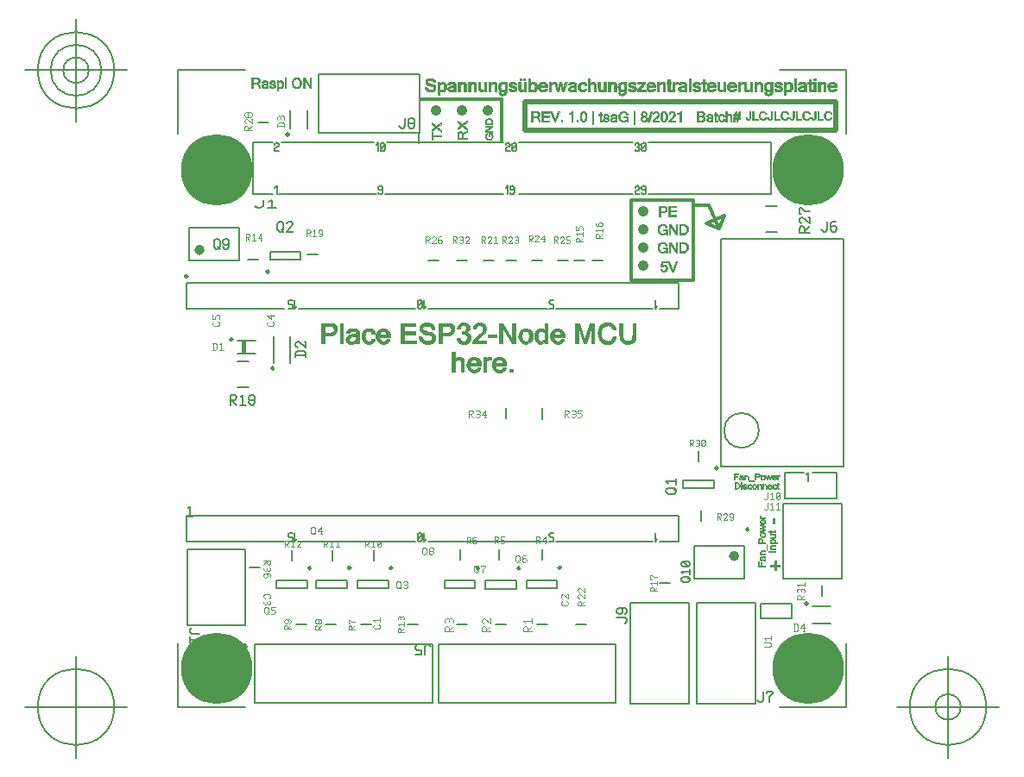
<source format=gbr>
G04 Generated by Ultiboard 14.0 *
%FSLAX34Y34*%
%MOMM*%

%ADD10C,0.0001*%
%ADD11C,0.2032*%
%ADD12C,0.1556*%
%ADD13C,0.2000*%
%ADD14C,0.5000*%
%ADD15C,0.2500*%
%ADD16C,0.3000*%
%ADD17C,0.1000*%
%ADD18C,0.1111*%
%ADD19C,0.0800*%
%ADD20C,0.0667*%
%ADD21C,0.1333*%
%ADD22C,0.0010*%
%ADD23C,0.1270*%
%ADD24C,7.00000*%
%ADD25C,1.07763*%
%ADD26C,0.50000*%


G04 ColorRGB FFFF00 for the following layer *
%LNSilkscreen Top*%
%LPD*%
G54D10*
G54D11*
X72427Y488732D02*
X75249Y487221D01*
X78072Y487221D01*
X80894Y488732D01*
X80894Y494780D01*
X86538Y493268D02*
X89360Y494780D01*
X89360Y487221D01*
X85127Y487221D02*
X93594Y487221D01*
X579016Y500616D02*
X458366Y500616D01*
X579016Y551416D02*
X458366Y551416D01*
X200133Y500616D02*
X316549Y500616D01*
X202249Y551416D02*
X316549Y551416D01*
X90066Y500616D02*
X71016Y500616D01*
X71016Y551416D02*
X90066Y551416D01*
X71016Y500616D02*
X71016Y551416D01*
X96416Y500616D02*
X191666Y500616D01*
X98533Y551416D02*
X189549Y551416D01*
X94299Y500616D02*
X94299Y509083D01*
X92183Y506966D01*
X94299Y547182D02*
X94483Y547190D01*
X94667Y547214D01*
X94847Y547254D01*
X95023Y547310D01*
X95194Y547381D01*
X95357Y547466D01*
X95513Y547565D01*
X95660Y547678D01*
X95796Y547802D01*
X95920Y547938D01*
X96033Y548085D01*
X96132Y548241D01*
X96217Y548404D01*
X96288Y548575D01*
X96344Y548751D01*
X96384Y548931D01*
X96408Y549115D01*
X96416Y549299D01*
X96408Y549483D01*
X96384Y549667D01*
X96344Y549847D01*
X96288Y550023D01*
X96217Y550194D01*
X96132Y550357D01*
X96033Y550513D01*
X95920Y550660D01*
X95796Y550796D01*
X95660Y550920D01*
X95513Y551033D01*
X95357Y551132D01*
X95194Y551217D01*
X95023Y551288D01*
X94847Y551344D01*
X94667Y551384D01*
X94483Y551408D01*
X94299Y551416D01*
X94115Y551408D01*
X93931Y551384D01*
X93751Y551344D01*
X93575Y551288D01*
X93404Y551217D01*
X93241Y551132D01*
X93085Y551033D01*
X92938Y550920D01*
X92802Y550796D01*
X92678Y550660D01*
X92565Y550513D01*
X92466Y550357D01*
X92381Y550194D01*
X92310Y550023D01*
X92254Y549847D01*
X92214Y549667D01*
X92190Y549483D01*
X92182Y549299D01*
X96416Y542949D02*
X92183Y542949D01*
X94299Y547183D02*
X94115Y547175D01*
X93931Y547151D01*
X93751Y547111D01*
X93575Y547055D01*
X93404Y546984D01*
X93241Y546899D01*
X93085Y546800D01*
X92938Y546687D01*
X92802Y546563D01*
X92678Y546427D01*
X92565Y546280D01*
X92466Y546124D01*
X92381Y545961D01*
X92310Y545790D01*
X92254Y545614D01*
X92214Y545434D01*
X92190Y545250D01*
X92182Y545066D01*
X92183Y542949D02*
X92183Y545066D01*
X193782Y502733D02*
X193790Y502549D01*
X193814Y502365D01*
X193854Y502185D01*
X193910Y502009D01*
X193981Y501838D01*
X194066Y501675D01*
X194165Y501519D01*
X194278Y501372D01*
X194402Y501236D01*
X194538Y501112D01*
X194685Y500999D01*
X194841Y500900D01*
X195004Y500815D01*
X195175Y500744D01*
X195351Y500688D01*
X195531Y500648D01*
X195715Y500624D01*
X195899Y500616D01*
X196083Y500624D01*
X196267Y500648D01*
X196447Y500688D01*
X196623Y500744D01*
X196794Y500815D01*
X196957Y500900D01*
X197113Y500999D01*
X197260Y501112D01*
X197396Y501236D01*
X197520Y501372D01*
X197633Y501519D01*
X197732Y501675D01*
X197817Y501838D01*
X197888Y502009D01*
X197944Y502185D01*
X197984Y502365D01*
X198008Y502549D01*
X198016Y502733D01*
X198016Y502733D01*
X198016Y506966D02*
X198008Y507150D01*
X197984Y507334D01*
X197944Y507514D01*
X197888Y507690D01*
X197817Y507861D01*
X197732Y508024D01*
X197633Y508180D01*
X197520Y508327D01*
X197396Y508463D01*
X197260Y508587D01*
X197113Y508700D01*
X196957Y508799D01*
X196794Y508884D01*
X196623Y508955D01*
X196447Y509011D01*
X196267Y509051D01*
X196083Y509075D01*
X195899Y509083D01*
X195715Y509075D01*
X195531Y509051D01*
X195351Y509011D01*
X195175Y508955D01*
X195004Y508884D01*
X194841Y508799D01*
X194685Y508700D01*
X194538Y508587D01*
X194402Y508463D01*
X194278Y508327D01*
X194165Y508180D01*
X194066Y508024D01*
X193981Y507861D01*
X193910Y507690D01*
X193854Y507514D01*
X193814Y507334D01*
X193790Y507150D01*
X193782Y506966D01*
X193790Y506782D01*
X193814Y506598D01*
X193854Y506418D01*
X193910Y506242D01*
X193981Y506071D01*
X194066Y505908D01*
X194165Y505752D01*
X194278Y505605D01*
X194402Y505469D01*
X194538Y505345D01*
X194685Y505232D01*
X194841Y505133D01*
X195004Y505048D01*
X195175Y504977D01*
X195351Y504921D01*
X195531Y504881D01*
X195715Y504857D01*
X195899Y504849D01*
X196083Y504857D01*
X196267Y504881D01*
X196447Y504921D01*
X196623Y504977D01*
X196794Y505048D01*
X196957Y505133D01*
X197113Y505232D01*
X197260Y505345D01*
X197396Y505469D01*
X197520Y505605D01*
X197633Y505752D01*
X197732Y505908D01*
X197817Y506071D01*
X197888Y506242D01*
X197944Y506418D01*
X197984Y506598D01*
X198008Y506782D01*
X198016Y506966D01*
X198016Y502733D02*
X198016Y506966D01*
X200133Y549299D02*
X195899Y545066D01*
X195907Y544882D01*
X195931Y544698D01*
X195971Y544518D01*
X196027Y544342D01*
X196098Y544171D01*
X196183Y544008D01*
X196282Y543852D01*
X196395Y543705D01*
X196519Y543569D01*
X196655Y543445D01*
X196802Y543332D01*
X196958Y543233D01*
X197121Y543148D01*
X197292Y543077D01*
X197468Y543021D01*
X197648Y542981D01*
X197832Y542957D01*
X198016Y542949D01*
X198200Y542957D01*
X198384Y542981D01*
X198564Y543021D01*
X198740Y543077D01*
X198911Y543148D01*
X199074Y543233D01*
X199230Y543332D01*
X199377Y543445D01*
X199513Y543569D01*
X199637Y543705D01*
X199750Y543852D01*
X199849Y544008D01*
X199934Y544171D01*
X200005Y544342D01*
X200061Y544518D01*
X200101Y544698D01*
X200125Y544882D01*
X200133Y545066D01*
X200133Y549299D02*
X200125Y549483D01*
X200101Y549667D01*
X200061Y549847D01*
X200005Y550023D01*
X199934Y550194D01*
X199849Y550357D01*
X199750Y550513D01*
X199637Y550660D01*
X199513Y550796D01*
X199377Y550920D01*
X199230Y551033D01*
X199074Y551132D01*
X198911Y551217D01*
X198740Y551288D01*
X198564Y551344D01*
X198384Y551384D01*
X198200Y551408D01*
X198016Y551416D01*
X197832Y551408D01*
X197648Y551384D01*
X197468Y551344D01*
X197292Y551288D01*
X197121Y551217D01*
X196958Y551132D01*
X196802Y551033D01*
X196655Y550920D01*
X196519Y550796D01*
X196395Y550660D01*
X196282Y550513D01*
X196183Y550357D01*
X196098Y550194D01*
X196027Y550023D01*
X195971Y549847D01*
X195931Y549667D01*
X195907Y549483D01*
X195899Y549299D01*
X195899Y545066D02*
X195899Y549299D01*
X193783Y542949D02*
X193783Y551416D01*
X191666Y549299D01*
X200133Y549299D02*
X200133Y545066D01*
X331366Y500616D02*
X443549Y500616D01*
X331366Y551416D02*
X443549Y551416D01*
X320783Y509083D02*
X318666Y506966D01*
X320783Y547182D02*
X320967Y547190D01*
X321151Y547214D01*
X321331Y547254D01*
X321507Y547310D01*
X321678Y547381D01*
X321841Y547466D01*
X321997Y547565D01*
X322144Y547678D01*
X322280Y547802D01*
X322404Y547938D01*
X322517Y548085D01*
X322616Y548241D01*
X322701Y548404D01*
X322772Y548575D01*
X322828Y548751D01*
X322868Y548931D01*
X322892Y549115D01*
X322900Y549299D01*
X322892Y549483D01*
X322868Y549667D01*
X322828Y549847D01*
X322772Y550023D01*
X322701Y550194D01*
X322616Y550357D01*
X322517Y550513D01*
X322404Y550660D01*
X322280Y550796D01*
X322144Y550920D01*
X321997Y551033D01*
X321841Y551132D01*
X321678Y551217D01*
X321507Y551288D01*
X321331Y551344D01*
X321151Y551384D01*
X320967Y551408D01*
X320783Y551416D01*
X320599Y551408D01*
X320415Y551384D01*
X320235Y551344D01*
X320059Y551288D01*
X319888Y551217D01*
X319725Y551132D01*
X319569Y551033D01*
X319422Y550920D01*
X319286Y550796D01*
X319162Y550660D01*
X319049Y550513D01*
X318950Y550357D01*
X318865Y550194D01*
X318794Y550023D01*
X318738Y549847D01*
X318698Y549667D01*
X318674Y549483D01*
X318666Y549299D01*
X322899Y542949D02*
X318666Y542949D01*
X320783Y547183D02*
X320599Y547175D01*
X320415Y547151D01*
X320235Y547111D01*
X320059Y547055D01*
X319888Y546984D01*
X319725Y546899D01*
X319569Y546800D01*
X319422Y546687D01*
X319286Y546563D01*
X319162Y546427D01*
X319049Y546280D01*
X318950Y546124D01*
X318865Y545961D01*
X318794Y545790D01*
X318738Y545614D01*
X318698Y545434D01*
X318674Y545250D01*
X318666Y545066D01*
X318666Y542949D02*
X318666Y545066D01*
X322899Y502733D02*
X322907Y502549D01*
X322931Y502365D01*
X322971Y502185D01*
X323027Y502009D01*
X323098Y501838D01*
X323183Y501675D01*
X323282Y501519D01*
X323395Y501372D01*
X323519Y501236D01*
X323655Y501112D01*
X323802Y500999D01*
X323958Y500900D01*
X324121Y500815D01*
X324292Y500744D01*
X324468Y500688D01*
X324648Y500648D01*
X324832Y500624D01*
X325016Y500616D01*
X325200Y500624D01*
X325384Y500648D01*
X325564Y500688D01*
X325740Y500744D01*
X325911Y500815D01*
X326074Y500900D01*
X326230Y500999D01*
X326377Y501112D01*
X326513Y501236D01*
X326637Y501372D01*
X326750Y501519D01*
X326849Y501675D01*
X326934Y501838D01*
X327005Y502009D01*
X327061Y502185D01*
X327101Y502365D01*
X327125Y502549D01*
X327133Y502733D01*
X327133Y502733D01*
X327133Y506966D02*
X327125Y507150D01*
X327101Y507334D01*
X327061Y507514D01*
X327005Y507690D01*
X326934Y507861D01*
X326849Y508024D01*
X326750Y508180D01*
X326637Y508327D01*
X326513Y508463D01*
X326377Y508587D01*
X326230Y508700D01*
X326074Y508799D01*
X325911Y508884D01*
X325740Y508955D01*
X325564Y509011D01*
X325384Y509051D01*
X325200Y509075D01*
X325016Y509083D01*
X324832Y509075D01*
X324648Y509051D01*
X324468Y509011D01*
X324292Y508955D01*
X324121Y508884D01*
X323958Y508799D01*
X323802Y508700D01*
X323655Y508587D01*
X323519Y508463D01*
X323395Y508327D01*
X323282Y508180D01*
X323183Y508024D01*
X323098Y507861D01*
X323027Y507690D01*
X322971Y507514D01*
X322931Y507334D01*
X322907Y507150D01*
X322899Y506966D01*
X322907Y506782D01*
X322931Y506598D01*
X322971Y506418D01*
X323027Y506242D01*
X323098Y506071D01*
X323183Y505908D01*
X323282Y505752D01*
X323395Y505605D01*
X323519Y505469D01*
X323655Y505345D01*
X323802Y505232D01*
X323958Y505133D01*
X324121Y505048D01*
X324292Y504977D01*
X324468Y504921D01*
X324648Y504881D01*
X324832Y504857D01*
X325016Y504849D01*
X325200Y504857D01*
X325384Y504881D01*
X325564Y504921D01*
X325740Y504977D01*
X325911Y505048D01*
X326074Y505133D01*
X326230Y505232D01*
X326377Y505345D01*
X326513Y505469D01*
X326637Y505605D01*
X326750Y505752D01*
X326849Y505908D01*
X326934Y506071D01*
X327005Y506242D01*
X327061Y506418D01*
X327101Y506598D01*
X327125Y506782D01*
X327133Y506966D01*
X320783Y500616D02*
X320783Y509083D01*
X327133Y502733D02*
X327133Y506966D01*
X329249Y549299D02*
X325016Y545066D01*
X325024Y544882D01*
X325048Y544698D01*
X325088Y544518D01*
X325144Y544342D01*
X325215Y544171D01*
X325300Y544008D01*
X325399Y543852D01*
X325512Y543705D01*
X325636Y543569D01*
X325772Y543445D01*
X325919Y543332D01*
X326075Y543233D01*
X326238Y543148D01*
X326409Y543077D01*
X326585Y543021D01*
X326765Y542981D01*
X326949Y542957D01*
X327133Y542949D01*
X327317Y542957D01*
X327501Y542981D01*
X327681Y543021D01*
X327857Y543077D01*
X328028Y543148D01*
X328191Y543233D01*
X328347Y543332D01*
X328494Y543445D01*
X328630Y543569D01*
X328754Y543705D01*
X328867Y543852D01*
X328966Y544008D01*
X329051Y544171D01*
X329122Y544342D01*
X329178Y544518D01*
X329218Y544698D01*
X329242Y544882D01*
X329250Y545066D01*
X329250Y549299D02*
X329242Y549483D01*
X329218Y549667D01*
X329178Y549847D01*
X329122Y550023D01*
X329051Y550194D01*
X328966Y550357D01*
X328867Y550513D01*
X328754Y550660D01*
X328630Y550796D01*
X328494Y550920D01*
X328347Y551033D01*
X328191Y551132D01*
X328028Y551217D01*
X327857Y551288D01*
X327681Y551344D01*
X327501Y551384D01*
X327317Y551408D01*
X327133Y551416D01*
X326949Y551408D01*
X326765Y551384D01*
X326585Y551344D01*
X326409Y551288D01*
X326238Y551217D01*
X326075Y551132D01*
X325919Y551033D01*
X325772Y550920D01*
X325636Y550796D01*
X325512Y550660D01*
X325399Y550513D01*
X325300Y550357D01*
X325215Y550194D01*
X325144Y550023D01*
X325088Y549847D01*
X325048Y549667D01*
X325024Y549483D01*
X325016Y549299D01*
X325016Y545066D02*
X325016Y549299D01*
X329249Y549299D02*
X329249Y545066D01*
X452016Y502733D02*
X452024Y502549D01*
X452048Y502365D01*
X452088Y502185D01*
X452144Y502009D01*
X452215Y501838D01*
X452300Y501675D01*
X452399Y501519D01*
X452512Y501372D01*
X452636Y501236D01*
X452772Y501112D01*
X452919Y500999D01*
X453075Y500900D01*
X453238Y500815D01*
X453409Y500744D01*
X453585Y500688D01*
X453765Y500648D01*
X453949Y500624D01*
X454133Y500616D01*
X454317Y500624D01*
X454501Y500648D01*
X454681Y500688D01*
X454857Y500744D01*
X455028Y500815D01*
X455191Y500900D01*
X455347Y500999D01*
X455494Y501112D01*
X455630Y501236D01*
X455754Y501372D01*
X455867Y501519D01*
X455966Y501675D01*
X456051Y501838D01*
X456122Y502009D01*
X456178Y502185D01*
X456218Y502365D01*
X456242Y502549D01*
X456250Y502733D01*
X456250Y502733D01*
X456250Y506966D02*
X456242Y507150D01*
X456218Y507334D01*
X456178Y507514D01*
X456122Y507690D01*
X456051Y507861D01*
X455966Y508024D01*
X455867Y508180D01*
X455754Y508327D01*
X455630Y508463D01*
X455494Y508587D01*
X455347Y508700D01*
X455191Y508799D01*
X455028Y508884D01*
X454857Y508955D01*
X454681Y509011D01*
X454501Y509051D01*
X454317Y509075D01*
X454133Y509083D01*
X453949Y509075D01*
X453765Y509051D01*
X453585Y509011D01*
X453409Y508955D01*
X453238Y508884D01*
X453075Y508799D01*
X452919Y508700D01*
X452772Y508587D01*
X452636Y508463D01*
X452512Y508327D01*
X452399Y508180D01*
X452300Y508024D01*
X452215Y507861D01*
X452144Y507690D01*
X452088Y507514D01*
X452048Y507334D01*
X452024Y507150D01*
X452016Y506966D01*
X452024Y506782D01*
X452048Y506598D01*
X452088Y506418D01*
X452144Y506242D01*
X452215Y506071D01*
X452300Y505908D01*
X452399Y505752D01*
X452512Y505605D01*
X452636Y505469D01*
X452772Y505345D01*
X452919Y505232D01*
X453075Y505133D01*
X453238Y505048D01*
X453409Y504977D01*
X453585Y504921D01*
X453765Y504881D01*
X453949Y504857D01*
X454133Y504849D01*
X454317Y504857D01*
X454501Y504881D01*
X454681Y504921D01*
X454857Y504977D01*
X455028Y505048D01*
X455191Y505133D01*
X455347Y505232D01*
X455494Y505345D01*
X455630Y505469D01*
X455754Y505605D01*
X455867Y505752D01*
X455966Y505908D01*
X456051Y506071D01*
X456122Y506242D01*
X456178Y506418D01*
X456218Y506598D01*
X456242Y506782D01*
X456250Y506966D01*
X456249Y502733D02*
X456249Y506966D01*
X449899Y500616D02*
X445666Y500616D01*
X445666Y502733D01*
X447783Y504849D02*
X447967Y504857D01*
X448151Y504881D01*
X448331Y504921D01*
X448507Y504977D01*
X448678Y505048D01*
X448841Y505133D01*
X448997Y505232D01*
X449144Y505345D01*
X449280Y505469D01*
X449404Y505605D01*
X449517Y505752D01*
X449616Y505908D01*
X449701Y506071D01*
X449772Y506242D01*
X449828Y506418D01*
X449868Y506598D01*
X449892Y506782D01*
X449900Y506966D01*
X449892Y507150D01*
X449868Y507334D01*
X449828Y507514D01*
X449772Y507690D01*
X449701Y507861D01*
X449616Y508024D01*
X449517Y508180D01*
X449404Y508327D01*
X449280Y508463D01*
X449144Y508587D01*
X448997Y508700D01*
X448841Y508799D01*
X448678Y508884D01*
X448507Y508955D01*
X448331Y509011D01*
X448151Y509051D01*
X447967Y509075D01*
X447783Y509083D01*
X447599Y509075D01*
X447415Y509051D01*
X447235Y509011D01*
X447059Y508955D01*
X446888Y508884D01*
X446725Y508799D01*
X446569Y508700D01*
X446422Y508587D01*
X446286Y508463D01*
X446162Y508327D01*
X446049Y508180D01*
X445950Y508024D01*
X445865Y507861D01*
X445794Y507690D01*
X445738Y507514D01*
X445698Y507334D01*
X445674Y507150D01*
X445666Y506966D01*
X447783Y504850D02*
X447599Y504842D01*
X447415Y504818D01*
X447235Y504778D01*
X447059Y504722D01*
X446888Y504651D01*
X446725Y504566D01*
X446569Y504467D01*
X446422Y504354D01*
X446286Y504230D01*
X446162Y504094D01*
X446049Y503947D01*
X445950Y503791D01*
X445865Y503628D01*
X445794Y503457D01*
X445738Y503281D01*
X445698Y503101D01*
X445674Y502917D01*
X445666Y502733D01*
X456249Y549299D02*
X452016Y545066D01*
X452024Y544882D01*
X452048Y544698D01*
X452088Y544518D01*
X452144Y544342D01*
X452215Y544171D01*
X452300Y544008D01*
X452399Y543852D01*
X452512Y543705D01*
X452636Y543569D01*
X452772Y543445D01*
X452919Y543332D01*
X453075Y543233D01*
X453238Y543148D01*
X453409Y543077D01*
X453585Y543021D01*
X453765Y542981D01*
X453949Y542957D01*
X454133Y542949D01*
X454317Y542957D01*
X454501Y542981D01*
X454681Y543021D01*
X454857Y543077D01*
X455028Y543148D01*
X455191Y543233D01*
X455347Y543332D01*
X455494Y543445D01*
X455630Y543569D01*
X455754Y543705D01*
X455867Y543852D01*
X455966Y544008D01*
X456051Y544171D01*
X456122Y544342D01*
X456178Y544518D01*
X456218Y544698D01*
X456242Y544882D01*
X456250Y545066D01*
X456250Y549299D02*
X456242Y549483D01*
X456218Y549667D01*
X456178Y549847D01*
X456122Y550023D01*
X456051Y550194D01*
X455966Y550357D01*
X455867Y550513D01*
X455754Y550660D01*
X455630Y550796D01*
X455494Y550920D01*
X455347Y551033D01*
X455191Y551132D01*
X455028Y551217D01*
X454857Y551288D01*
X454681Y551344D01*
X454501Y551384D01*
X454317Y551408D01*
X454133Y551416D01*
X453949Y551408D01*
X453765Y551384D01*
X453585Y551344D01*
X453409Y551288D01*
X453238Y551217D01*
X453075Y551132D01*
X452919Y551033D01*
X452772Y550920D01*
X452636Y550796D01*
X452512Y550660D01*
X452399Y550513D01*
X452300Y550357D01*
X452215Y550194D01*
X452144Y550023D01*
X452088Y549847D01*
X452048Y549667D01*
X452024Y549483D01*
X452016Y549299D01*
X456249Y549299D02*
X456249Y545066D01*
X452016Y545066D02*
X452016Y549299D01*
X447783Y547182D02*
X447967Y547190D01*
X448151Y547214D01*
X448331Y547254D01*
X448507Y547310D01*
X448678Y547381D01*
X448841Y547466D01*
X448997Y547565D01*
X449144Y547678D01*
X449280Y547802D01*
X449404Y547938D01*
X449517Y548085D01*
X449616Y548241D01*
X449701Y548404D01*
X449772Y548575D01*
X449828Y548751D01*
X449868Y548931D01*
X449892Y549115D01*
X449900Y549299D01*
X449892Y549483D01*
X449868Y549667D01*
X449828Y549847D01*
X449772Y550023D01*
X449701Y550194D01*
X449616Y550357D01*
X449517Y550513D01*
X449404Y550660D01*
X449280Y550796D01*
X449144Y550920D01*
X448997Y551033D01*
X448841Y551132D01*
X448678Y551217D01*
X448507Y551288D01*
X448331Y551344D01*
X448151Y551384D01*
X447967Y551408D01*
X447783Y551416D01*
X447599Y551408D01*
X447415Y551384D01*
X447235Y551344D01*
X447059Y551288D01*
X446888Y551217D01*
X446725Y551132D01*
X446569Y551033D01*
X446422Y550920D01*
X446286Y550796D01*
X446162Y550660D01*
X446049Y550513D01*
X445950Y550357D01*
X445865Y550194D01*
X445794Y550023D01*
X445738Y549847D01*
X445698Y549667D01*
X445674Y549483D01*
X445666Y549299D01*
X445666Y545066D02*
X445674Y544882D01*
X445698Y544698D01*
X445738Y544518D01*
X445794Y544342D01*
X445865Y544171D01*
X445950Y544008D01*
X446049Y543852D01*
X446162Y543705D01*
X446286Y543569D01*
X446422Y543445D01*
X446569Y543332D01*
X446725Y543233D01*
X446888Y543148D01*
X447059Y543077D01*
X447235Y543021D01*
X447415Y542981D01*
X447599Y542957D01*
X447783Y542949D01*
X447967Y542957D01*
X448151Y542981D01*
X448331Y543021D01*
X448507Y543077D01*
X448678Y543148D01*
X448841Y543233D01*
X448997Y543332D01*
X449144Y543445D01*
X449280Y543569D01*
X449404Y543705D01*
X449517Y543852D01*
X449616Y544008D01*
X449701Y544171D01*
X449772Y544342D01*
X449828Y544518D01*
X449868Y544698D01*
X449892Y544882D01*
X449900Y545066D01*
X449892Y545250D01*
X449868Y545434D01*
X449828Y545614D01*
X449772Y545790D01*
X449701Y545961D01*
X449616Y546124D01*
X449517Y546280D01*
X449404Y546427D01*
X449280Y546563D01*
X449144Y546687D01*
X448997Y546800D01*
X448841Y546899D01*
X448678Y546984D01*
X448507Y547055D01*
X448331Y547111D01*
X448151Y547151D01*
X447967Y547175D01*
X447783Y547183D01*
X579016Y551416D02*
X579016Y500616D01*
X650000Y233400D02*
X650000Y456600D01*
X530000Y456600D02*
X530000Y233400D01*
X650000Y233400D01*
X650000Y456600D02*
X530000Y456600D01*
X533000Y268960D02*
G75*
D01*
G02X533000Y268960I17000J0*
G01*
X280590Y435610D02*
X270590Y435610D01*
X280590Y435610D01*
X270590Y435610D02*
X270590Y435610D01*
X280590Y435610D02*
X280590Y435610D01*
X307260Y435610D02*
X297260Y435610D01*
X307260Y435610D01*
X297260Y435610D02*
X297260Y435610D01*
X307260Y435610D02*
X307260Y435610D01*
X76120Y436880D02*
X66120Y436880D01*
X76120Y436880D01*
X66120Y436880D02*
X66120Y436880D01*
X76120Y436880D02*
X76120Y436880D01*
X318770Y290750D02*
X318770Y280750D01*
X318770Y290750D01*
X318770Y280750D02*
X318770Y280750D01*
X318770Y290750D02*
X318770Y290750D01*
X396160Y435610D02*
X386160Y435610D01*
X396160Y435610D01*
X386160Y435610D02*
X386160Y435610D01*
X396160Y435610D02*
X396160Y435610D01*
X403940Y435610D02*
X413940Y435610D01*
X403940Y435610D01*
X413940Y435610D02*
X413940Y435610D01*
X403940Y435610D02*
X403940Y435610D01*
X252650Y435610D02*
X242650Y435610D01*
X252650Y435610D01*
X242650Y435610D02*
X242650Y435610D01*
X252650Y435610D02*
X252650Y435610D01*
X222330Y78660D02*
X232330Y78660D01*
X222330Y78660D01*
X232330Y78660D02*
X232330Y78660D01*
X222330Y78660D02*
X222330Y78660D01*
X152320Y78660D02*
X142320Y78660D01*
X152320Y78660D01*
X142320Y78660D02*
X142320Y78660D01*
X152320Y78660D02*
X152320Y78660D01*
X123110Y78660D02*
X113110Y78660D01*
X123110Y78660D01*
X113110Y78660D02*
X113110Y78660D01*
X123110Y78660D02*
X123110Y78660D01*
X186610Y78660D02*
X176610Y78660D01*
X186610Y78660D01*
X176610Y78660D02*
X176610Y78660D01*
X186610Y78660D02*
X186610Y78660D01*
X274320Y152320D02*
X274320Y142320D01*
X274320Y152320D01*
X274320Y142320D02*
X274320Y142320D01*
X274320Y152320D02*
X274320Y152320D01*
X312420Y152320D02*
X312420Y142320D01*
X312420Y152320D01*
X312420Y142320D02*
X312420Y142320D01*
X312420Y152320D02*
X312420Y152320D01*
X354330Y152320D02*
X354330Y142320D01*
X354330Y152320D01*
X354330Y142320D02*
X354330Y142320D01*
X354330Y152320D02*
X354330Y152320D01*
X76280Y571500D02*
X86280Y571500D01*
X76280Y571500D01*
X86280Y571500D02*
X86280Y571500D01*
X76280Y571500D02*
X76280Y571500D01*
X359330Y78740D02*
X349330Y78740D01*
X359330Y78740D01*
X349330Y78740D02*
X349330Y78740D01*
X359330Y78740D02*
X359330Y78740D01*
X387430Y78740D02*
X397430Y78740D01*
X387430Y78740D01*
X397430Y78740D02*
X397430Y78740D01*
X387430Y78740D02*
X387430Y78740D01*
X318690Y78740D02*
X308690Y78740D01*
X318690Y78740D01*
X308690Y78740D02*
X308690Y78740D01*
X318690Y78740D02*
X318690Y78740D01*
X280590Y78740D02*
X270590Y78740D01*
X280590Y78740D01*
X270590Y78740D02*
X270590Y78740D01*
X280590Y78740D02*
X280590Y78740D01*
X148590Y151050D02*
X148590Y141050D01*
X148590Y151050D01*
X148590Y141050D02*
X148590Y141050D01*
X148590Y151050D02*
X148590Y151050D01*
X109220Y151050D02*
X109220Y141050D01*
X109220Y151050D01*
X109220Y141050D02*
X109220Y141050D01*
X109220Y151050D02*
X109220Y151050D01*
X189230Y151050D02*
X189230Y141050D01*
X189230Y151050D01*
X189230Y141050D02*
X189230Y141050D01*
X189230Y151050D02*
X189230Y151050D01*
X124540Y441960D02*
X134540Y441960D01*
X124540Y441960D01*
X134540Y441960D02*
X134540Y441960D01*
X124540Y441960D02*
X124540Y441960D01*
X318850Y435610D02*
X328850Y435610D01*
X318850Y435610D01*
X328850Y435610D02*
X328850Y435610D01*
X318850Y435610D02*
X318850Y435610D01*
X344250Y435610D02*
X354250Y435610D01*
X344250Y435610D01*
X354250Y435610D02*
X354250Y435610D01*
X344250Y435610D02*
X344250Y435610D01*
X369650Y435610D02*
X379650Y435610D01*
X369650Y435610D01*
X379650Y435610D02*
X379650Y435610D01*
X369650Y435610D02*
X369650Y435610D01*
X247000Y58750D02*
X73000Y58750D01*
X73000Y1250D01*
X247000Y1250D01*
X247000Y58750D01*
X427000Y58750D02*
X253000Y58750D01*
X253000Y1250D01*
X427000Y1250D01*
X427000Y58750D01*
X441250Y99500D02*
X441250Y500D01*
X498750Y500D01*
X498750Y99500D01*
X441250Y99500D01*
X506250Y99500D02*
X506250Y500D01*
X563750Y500D01*
X563750Y99500D01*
X506250Y99500D01*
X599200Y98440D02*
X569200Y98440D01*
X569200Y84440D01*
X599200Y84440D01*
X599200Y98440D01*
X619650Y79123D02*
X637650Y79123D01*
X637690Y96323D02*
X619690Y96323D01*
X628650Y116760D02*
X628650Y106760D01*
X628650Y116760D01*
X628650Y106760D02*
X628650Y106760D01*
X628650Y116760D02*
X628650Y116760D01*
X591250Y197000D02*
X591250Y123000D01*
X648750Y123000D01*
X648750Y197000D01*
X591250Y197000D01*
X643100Y202300D02*
X592300Y202300D01*
X611350Y227700D02*
X592300Y227700D01*
X592300Y202300D01*
X643100Y227700D02*
X619817Y227700D01*
X615583Y227700D02*
X615583Y219233D01*
X613467Y225583D02*
X615583Y227700D01*
X643100Y227700D02*
X643100Y202300D01*
X479980Y119380D02*
X469980Y119380D01*
X479980Y119380D01*
X469980Y119380D02*
X469980Y119380D01*
X479980Y119380D02*
X479980Y119380D01*
X6016Y185384D02*
X488616Y185384D01*
X230383Y159984D02*
X116083Y159984D01*
X359499Y159984D02*
X243083Y159984D01*
X463216Y159984D02*
X367966Y159984D01*
X488616Y185384D02*
X488616Y159984D01*
X465333Y159984D02*
X465333Y168451D01*
X488616Y159984D02*
X469566Y159984D01*
X467449Y162101D02*
X465333Y159984D01*
X363733Y168451D02*
X363549Y168443D01*
X363365Y168419D01*
X363185Y168379D01*
X363009Y168323D01*
X362838Y168252D01*
X362675Y168167D01*
X362519Y168068D01*
X362372Y167955D01*
X362236Y167831D01*
X362112Y167695D01*
X361999Y167548D01*
X361900Y167392D01*
X361815Y167229D01*
X361744Y167058D01*
X361688Y166882D01*
X361648Y166702D01*
X361624Y166518D01*
X361616Y166334D01*
X361624Y166150D01*
X361648Y165966D01*
X361688Y165786D01*
X361744Y165610D01*
X361815Y165439D01*
X361900Y165276D01*
X361999Y165120D01*
X362112Y164973D01*
X362236Y164837D01*
X362372Y164713D01*
X362519Y164600D01*
X362675Y164501D01*
X362838Y164416D01*
X363009Y164345D01*
X363185Y164289D01*
X363365Y164249D01*
X363549Y164225D01*
X363733Y164217D01*
X365849Y168451D02*
X363733Y168451D01*
X365849Y159984D02*
X361616Y159984D01*
X365849Y164217D02*
X363733Y164217D01*
X365849Y164217D02*
X365849Y159984D01*
X236733Y166334D02*
X236725Y166518D01*
X236701Y166702D01*
X236661Y166882D01*
X236605Y167058D01*
X236534Y167229D01*
X236449Y167392D01*
X236350Y167548D01*
X236237Y167695D01*
X236113Y167831D01*
X235977Y167955D01*
X235830Y168068D01*
X235674Y168167D01*
X235511Y168252D01*
X235340Y168323D01*
X235164Y168379D01*
X234984Y168419D01*
X234800Y168443D01*
X234616Y168451D01*
X234432Y168443D01*
X234248Y168419D01*
X234068Y168379D01*
X233892Y168323D01*
X233721Y168252D01*
X233558Y168167D01*
X233402Y168068D01*
X233255Y167955D01*
X233119Y167831D01*
X232995Y167695D01*
X232882Y167548D01*
X232783Y167392D01*
X232698Y167229D01*
X232627Y167058D01*
X232571Y166882D01*
X232532Y166702D01*
X232507Y166518D01*
X232499Y166334D01*
X232499Y162101D02*
X236733Y166334D01*
X236733Y162101D01*
X238849Y168451D02*
X238849Y159984D01*
X232499Y162101D02*
X232499Y166334D01*
X232499Y162101D02*
X232507Y161917D01*
X232532Y161733D01*
X232571Y161553D01*
X232627Y161377D01*
X232698Y161206D01*
X232783Y161043D01*
X232882Y160887D01*
X232995Y160740D01*
X233119Y160604D01*
X233255Y160480D01*
X233402Y160367D01*
X233558Y160268D01*
X233721Y160183D01*
X233892Y160112D01*
X234068Y160056D01*
X234248Y160016D01*
X234432Y159992D01*
X234616Y159984D01*
X234800Y159992D01*
X234984Y160016D01*
X235164Y160056D01*
X235340Y160112D01*
X235511Y160183D01*
X235674Y160268D01*
X235830Y160367D01*
X235977Y160480D01*
X236113Y160604D01*
X236237Y160740D01*
X236350Y160887D01*
X236449Y161043D01*
X236534Y161206D01*
X236605Y161377D01*
X236661Y161553D01*
X236701Y161733D01*
X236725Y161917D01*
X236733Y162101D01*
X238849Y159984D02*
X240966Y162101D01*
X6016Y159984D02*
X99149Y159984D01*
X107616Y168451D02*
X107432Y168443D01*
X107248Y168419D01*
X107068Y168379D01*
X106892Y168323D01*
X106721Y168252D01*
X106558Y168167D01*
X106402Y168068D01*
X106255Y167955D01*
X106119Y167831D01*
X105995Y167695D01*
X105882Y167548D01*
X105783Y167392D01*
X105698Y167229D01*
X105627Y167058D01*
X105571Y166882D01*
X105531Y166702D01*
X105507Y166518D01*
X105499Y166334D01*
X105507Y166150D01*
X105531Y165966D01*
X105571Y165786D01*
X105627Y165610D01*
X105698Y165439D01*
X105783Y165276D01*
X105882Y165120D01*
X105995Y164973D01*
X106119Y164837D01*
X106255Y164713D01*
X106402Y164600D01*
X106558Y164501D01*
X106721Y164416D01*
X106892Y164345D01*
X107068Y164289D01*
X107248Y164249D01*
X107432Y164225D01*
X107616Y164217D01*
X111849Y168451D02*
X111849Y159984D01*
X109733Y168451D02*
X107616Y168451D01*
X111849Y159984D02*
X113966Y162101D01*
X109733Y159984D02*
X105499Y159984D01*
X109733Y164217D02*
X109733Y159984D01*
X109733Y164217D02*
X107616Y164217D01*
X99149Y159984D02*
X101266Y159984D01*
X6016Y159984D02*
X6016Y185384D01*
X6250Y152000D02*
X6250Y78000D01*
X63750Y78000D01*
X63750Y152000D01*
X6250Y152000D01*
X67390Y134620D02*
X77390Y134620D01*
X67390Y134620D01*
X77390Y134620D02*
X77390Y134620D01*
X67390Y134620D02*
X67390Y134620D01*
X124170Y565040D02*
X124170Y583040D01*
X106970Y583080D02*
X106970Y565080D01*
X6016Y413984D02*
X488616Y413984D01*
X230383Y388584D02*
X116083Y388584D01*
X359499Y388584D02*
X243083Y388584D01*
X463216Y388584D02*
X367966Y388584D01*
X488616Y413984D02*
X488616Y388584D01*
X465333Y388584D02*
X465333Y397051D01*
X488616Y388584D02*
X469566Y388584D01*
X467449Y390701D02*
X465333Y388584D01*
X363733Y397051D02*
X363549Y397043D01*
X363365Y397019D01*
X363185Y396979D01*
X363009Y396923D01*
X362838Y396852D01*
X362675Y396767D01*
X362519Y396668D01*
X362372Y396555D01*
X362236Y396431D01*
X362112Y396295D01*
X361999Y396148D01*
X361900Y395992D01*
X361815Y395829D01*
X361744Y395658D01*
X361688Y395482D01*
X361648Y395302D01*
X361624Y395118D01*
X361616Y394934D01*
X361624Y394750D01*
X361648Y394566D01*
X361688Y394386D01*
X361744Y394210D01*
X361815Y394039D01*
X361900Y393876D01*
X361999Y393720D01*
X362112Y393573D01*
X362236Y393437D01*
X362372Y393313D01*
X362519Y393200D01*
X362675Y393101D01*
X362838Y393016D01*
X363009Y392945D01*
X363185Y392889D01*
X363365Y392849D01*
X363549Y392825D01*
X363733Y392817D01*
X365849Y397051D02*
X363733Y397051D01*
X365849Y388584D02*
X361616Y388584D01*
X365849Y392817D02*
X363733Y392817D01*
X365849Y392817D02*
X365849Y388584D01*
X236733Y394934D02*
X236725Y395118D01*
X236701Y395302D01*
X236661Y395482D01*
X236605Y395658D01*
X236534Y395829D01*
X236449Y395992D01*
X236350Y396148D01*
X236237Y396295D01*
X236113Y396431D01*
X235977Y396555D01*
X235830Y396668D01*
X235674Y396767D01*
X235511Y396852D01*
X235340Y396923D01*
X235164Y396979D01*
X234984Y397019D01*
X234800Y397043D01*
X234616Y397051D01*
X234432Y397043D01*
X234248Y397019D01*
X234068Y396979D01*
X233892Y396923D01*
X233721Y396852D01*
X233558Y396767D01*
X233402Y396668D01*
X233255Y396555D01*
X233119Y396431D01*
X232995Y396295D01*
X232882Y396148D01*
X232783Y395992D01*
X232698Y395829D01*
X232627Y395658D01*
X232571Y395482D01*
X232532Y395302D01*
X232507Y395118D01*
X232499Y394934D01*
X232499Y390701D02*
X236733Y394934D01*
X236733Y390701D01*
X238849Y397051D02*
X238849Y388584D01*
X232499Y390701D02*
X232499Y394934D01*
X232499Y390701D02*
X232507Y390517D01*
X232532Y390333D01*
X232571Y390153D01*
X232627Y389977D01*
X232698Y389806D01*
X232783Y389643D01*
X232882Y389487D01*
X232995Y389340D01*
X233119Y389204D01*
X233255Y389080D01*
X233402Y388967D01*
X233558Y388868D01*
X233721Y388783D01*
X233892Y388712D01*
X234068Y388656D01*
X234248Y388616D01*
X234432Y388592D01*
X234616Y388584D01*
X234800Y388592D01*
X234984Y388616D01*
X235164Y388656D01*
X235340Y388712D01*
X235511Y388783D01*
X235674Y388868D01*
X235830Y388967D01*
X235977Y389080D01*
X236113Y389204D01*
X236237Y389340D01*
X236350Y389487D01*
X236449Y389643D01*
X236534Y389806D01*
X236605Y389977D01*
X236661Y390153D01*
X236701Y390333D01*
X236725Y390517D01*
X236733Y390701D01*
X238849Y388584D02*
X240966Y390701D01*
X6016Y388584D02*
X99149Y388584D01*
X107616Y397051D02*
X107432Y397043D01*
X107248Y397019D01*
X107068Y396979D01*
X106892Y396923D01*
X106721Y396852D01*
X106558Y396767D01*
X106402Y396668D01*
X106255Y396555D01*
X106119Y396431D01*
X105995Y396295D01*
X105882Y396148D01*
X105783Y395992D01*
X105698Y395829D01*
X105627Y395658D01*
X105571Y395482D01*
X105531Y395302D01*
X105507Y395118D01*
X105499Y394934D01*
X105507Y394750D01*
X105531Y394566D01*
X105571Y394386D01*
X105627Y394210D01*
X105698Y394039D01*
X105783Y393876D01*
X105882Y393720D01*
X105995Y393573D01*
X106119Y393437D01*
X106255Y393313D01*
X106402Y393200D01*
X106558Y393101D01*
X106721Y393016D01*
X106892Y392945D01*
X107068Y392889D01*
X107248Y392849D01*
X107432Y392825D01*
X107616Y392817D01*
X111849Y397051D02*
X111849Y388584D01*
X109733Y397051D02*
X107616Y397051D01*
X111849Y388584D02*
X113966Y390701D01*
X109733Y388584D02*
X105499Y388584D01*
X109733Y392817D02*
X109733Y388584D01*
X109733Y392817D02*
X107616Y392817D01*
X99149Y388584D02*
X101266Y388584D01*
X6016Y388584D02*
X6016Y413984D01*
X510540Y180420D02*
X510540Y190420D01*
X510540Y180420D01*
X510540Y190420D02*
X510540Y190420D01*
X510540Y180420D02*
X510540Y180420D01*
X508000Y248840D02*
X508000Y238840D01*
X508000Y248840D01*
X508000Y238840D02*
X508000Y238840D01*
X508000Y248840D02*
X508000Y248840D01*
X135500Y561250D02*
X234500Y561250D01*
X234500Y618750D01*
X135500Y618750D01*
X135500Y561250D01*
G54D12*
X7071Y192580D02*
X9062Y194580D01*
X9062Y184580D01*
X6076Y184580D02*
X12049Y184580D01*
X616688Y463289D02*
X606688Y463289D01*
X606688Y467271D01*
X608688Y469262D01*
X609688Y469262D01*
X611688Y467271D01*
X611688Y463289D01*
X611688Y464285D02*
X616688Y469262D01*
X608688Y472249D02*
X606688Y474240D01*
X606688Y476231D01*
X608688Y478222D01*
X609688Y478222D01*
X616688Y472249D01*
X616688Y478222D01*
X615688Y478222D01*
X616688Y484196D02*
X611688Y484196D01*
X608688Y487182D01*
X606688Y487182D01*
X606688Y481209D01*
X608688Y481209D01*
X32496Y449040D02*
X34487Y447040D01*
X36478Y447040D01*
X38469Y449040D01*
X38469Y455040D01*
X36478Y457040D01*
X34487Y457040D01*
X32496Y455040D01*
X32496Y449040D01*
X36478Y449040D02*
X38469Y447040D01*
X41456Y449040D02*
X43447Y447040D01*
X45438Y447040D01*
X47429Y449040D01*
X47429Y453040D01*
X47429Y455040D01*
X45438Y457040D01*
X43447Y457040D01*
X41456Y455040D01*
X41456Y453040D01*
X43447Y451040D01*
X45438Y451040D01*
X47429Y453040D01*
X628376Y465980D02*
X630367Y463980D01*
X632358Y463980D01*
X634349Y465980D01*
X634349Y473980D01*
X642313Y473980D02*
X639327Y473980D01*
X637336Y471980D01*
X637336Y467980D01*
X637336Y465980D01*
X639327Y463980D01*
X641318Y463980D01*
X643309Y465980D01*
X643309Y467980D01*
X641318Y469980D01*
X639327Y469980D01*
X637336Y467980D01*
X94976Y465980D02*
X96967Y463980D01*
X98958Y463980D01*
X100949Y465980D01*
X100949Y471980D01*
X98958Y473980D01*
X96967Y473980D01*
X94976Y471980D01*
X94976Y465980D01*
X98958Y465980D02*
X100949Y463980D01*
X103936Y471980D02*
X105927Y473980D01*
X107918Y473980D01*
X109909Y471980D01*
X109909Y470980D01*
X103936Y463980D01*
X109909Y463980D01*
X109909Y464980D01*
X122760Y341356D02*
X122760Y345338D01*
X120760Y347329D01*
X114760Y347329D01*
X112760Y345338D01*
X112760Y341356D01*
X112760Y342351D02*
X122760Y342351D01*
X114760Y350316D02*
X112760Y352307D01*
X112760Y354298D01*
X114760Y356289D01*
X115760Y356289D01*
X122760Y350316D01*
X122760Y356289D01*
X121760Y356289D01*
X65024Y56780D02*
X63033Y58780D01*
X61042Y58780D01*
X59051Y56780D01*
X59051Y48780D01*
X56064Y50780D02*
X54073Y48780D01*
X52082Y48780D01*
X50091Y50780D01*
X50091Y51780D01*
X56064Y58780D01*
X50091Y58780D01*
X50091Y57780D01*
X245024Y56780D02*
X243033Y58780D01*
X241042Y58780D01*
X239051Y56780D01*
X239051Y48780D01*
X230091Y48780D02*
X236064Y48780D01*
X236064Y52780D01*
X232082Y52780D01*
X230091Y54780D01*
X230091Y56780D01*
X232082Y58780D01*
X236064Y58780D01*
X435720Y79736D02*
X437720Y81727D01*
X437720Y83718D01*
X435720Y85709D01*
X427720Y85709D01*
X435720Y88696D02*
X437720Y90687D01*
X437720Y92678D01*
X435720Y94669D01*
X431720Y94669D01*
X429720Y94669D01*
X427720Y92678D01*
X427720Y90687D01*
X429720Y88696D01*
X431720Y88696D01*
X433720Y90687D01*
X433720Y92678D01*
X431720Y94669D01*
X565456Y4420D02*
X567447Y2420D01*
X569438Y2420D01*
X571429Y4420D01*
X571429Y12420D01*
X577402Y2420D02*
X577402Y7420D01*
X580389Y10420D01*
X580389Y12420D01*
X574416Y12420D01*
X574416Y10420D01*
X10760Y75304D02*
X8760Y73313D01*
X8760Y71322D01*
X10760Y69331D01*
X18760Y69331D01*
X16760Y65349D02*
X18760Y63358D01*
X8760Y63358D01*
X8760Y66344D02*
X8760Y60371D01*
X16760Y57384D02*
X18760Y55393D01*
X18760Y53402D01*
X16760Y51411D01*
X15760Y51411D01*
X8760Y57384D01*
X8760Y51411D01*
X9760Y51411D01*
X483980Y206736D02*
X485980Y208727D01*
X485980Y210718D01*
X483980Y212709D01*
X477980Y212709D01*
X475980Y210718D01*
X475980Y208727D01*
X477980Y206736D01*
X483980Y206736D01*
X483980Y210718D02*
X485980Y212709D01*
X477980Y216691D02*
X475980Y218682D01*
X485980Y218682D01*
X485980Y215696D02*
X485980Y221669D01*
X214356Y567580D02*
X216347Y565580D01*
X218338Y565580D01*
X220329Y567580D01*
X220329Y575580D01*
X227298Y565580D02*
X225307Y565580D01*
X223316Y567580D01*
X223316Y569580D01*
X224311Y570580D01*
X223316Y571580D01*
X223316Y573580D01*
X225307Y575580D01*
X227298Y575580D01*
X229289Y573580D01*
X229289Y571580D01*
X228293Y570580D01*
X229289Y569580D01*
X229289Y567580D01*
X227298Y565580D01*
X224311Y570580D02*
X228293Y570580D01*
X49166Y293920D02*
X49166Y303920D01*
X53148Y303920D01*
X55139Y301920D01*
X55139Y300920D01*
X53148Y298920D01*
X49166Y298920D01*
X50161Y298920D02*
X55139Y293920D01*
X59121Y301920D02*
X61112Y303920D01*
X61112Y293920D01*
X58126Y293920D02*
X64099Y293920D01*
X71068Y293920D02*
X69077Y293920D01*
X67086Y295920D01*
X67086Y297920D01*
X68081Y298920D01*
X67086Y299920D01*
X67086Y301920D01*
X69077Y303920D01*
X71068Y303920D01*
X73059Y301920D01*
X73059Y299920D01*
X72063Y298920D01*
X73059Y297920D01*
X73059Y295920D01*
X71068Y293920D01*
X68081Y298920D02*
X72063Y298920D01*
G54D13*
X584620Y488750D02*
X573620Y488750D01*
X584620Y463750D02*
X573620Y463750D01*
X584620Y463750D02*
X573620Y463750D01*
X57520Y436120D02*
X57520Y468120D01*
X8520Y468120D02*
X8520Y436120D01*
X57520Y436120D01*
X57520Y468120D02*
X8520Y468120D01*
X117870Y436690D02*
X117870Y444690D01*
X87870Y444690D02*
X87870Y436690D01*
X117870Y436690D01*
X117870Y444690D02*
X87870Y444690D01*
X107060Y334980D02*
X107060Y360980D01*
X91060Y334980D02*
X91060Y360980D01*
X354330Y280250D02*
X354330Y291250D01*
X354330Y280250D02*
X354330Y291250D01*
X133084Y122034D02*
X133084Y114034D01*
X163084Y114034D02*
X163084Y122034D01*
X133084Y122034D01*
X133084Y114034D02*
X163084Y114034D01*
X173784Y121826D02*
X173784Y113826D01*
X203784Y113826D02*
X203784Y121826D01*
X173784Y121826D01*
X173784Y113826D02*
X203784Y113826D01*
X258963Y121852D02*
X258963Y113852D01*
X288963Y113852D02*
X288963Y121852D01*
X258963Y121852D01*
X258963Y113852D02*
X288963Y113852D01*
X298980Y121475D02*
X298980Y113475D01*
X328980Y113475D02*
X328980Y121475D01*
X298980Y121475D01*
X298980Y113475D02*
X328980Y113475D01*
X339330Y122110D02*
X339330Y114110D01*
X369330Y114110D02*
X369330Y122110D01*
X339330Y122110D01*
X339330Y114110D02*
X369330Y114110D01*
X503820Y155700D02*
X503820Y123700D01*
X552820Y123700D02*
X552820Y155700D01*
X503820Y155700D01*
X503820Y123700D02*
X552820Y123700D01*
X94022Y121672D02*
X94022Y113672D01*
X124022Y113672D02*
X124022Y121672D01*
X94022Y121672D01*
X94022Y113672D02*
X124022Y113672D01*
X233680Y561340D02*
X233680Y551180D01*
X493000Y219900D02*
X493000Y211900D01*
X523000Y211900D02*
X523000Y219900D01*
X493000Y219900D01*
X493000Y211900D02*
X523000Y211900D01*
X55460Y311350D02*
X66460Y311350D01*
X55460Y336350D02*
X66460Y336350D01*
X55460Y336350D02*
X66460Y336350D01*
X55770Y357020D02*
X73770Y357020D01*
X55770Y344020D02*
X73770Y344020D01*
G36*
X60020Y344270D02*
X60020Y356770D01*
X64370Y356770D01*
X64370Y344270D01*
X60020Y344270D01*
G37*
G54D14*
X16020Y446120D02*
G75*
D01*
G02X16020Y446120I2500J0*
G01*
X540320Y145700D02*
G75*
D01*
G02X540320Y145700I2500J0*
G01*
X337820Y591820D02*
X642620Y591820D01*
X642620Y563880D01*
X337820Y563880D01*
X337820Y591820D01*
G54D15*
X4270Y420120D02*
G75*
D01*
G02X4270Y420120I1250J0*
G01*
X84120Y424690D02*
G75*
D01*
G02X84120Y424690I1250J0*
G01*
X89010Y329880D02*
G75*
D01*
G02X89010Y329880I1250J0*
G01*
X164334Y134034D02*
G75*
D01*
G02X164334Y134034I1250J0*
G01*
X205034Y133826D02*
G75*
D01*
G02X205034Y133826I1250J0*
G01*
X290213Y133852D02*
G75*
D01*
G02X290213Y133852I1250J0*
G01*
X330230Y133475D02*
G75*
D01*
G02X330230Y133475I1250J0*
G01*
X370580Y134110D02*
G75*
D01*
G02X370580Y134110I1250J0*
G01*
X554570Y171700D02*
G75*
D01*
G02X554570Y171700I1250J0*
G01*
X125272Y133672D02*
G75*
D01*
G02X125272Y133672I1250J0*
G01*
X524250Y231900D02*
G75*
D01*
G02X524250Y231900I1250J0*
G01*
X48520Y358270D02*
G75*
D01*
G02X48520Y358270I1250J0*
G01*
G54D16*
X441960Y495300D02*
X441960Y416560D01*
X502920Y416560D01*
X502920Y495300D02*
X441960Y495300D01*
X502920Y416560D02*
X502920Y495300D01*
X518160Y490220D02*
X502920Y490220D01*
X515620Y472440D02*
X533400Y480060D01*
X528320Y467360D01*
X515620Y472440D01*
X528320Y467360D02*
X518160Y490220D01*
X236220Y594360D02*
X314960Y594360D01*
X314960Y553720D01*
G54D17*
X267340Y452669D02*
X267340Y459097D01*
X269900Y459097D01*
X271180Y457811D01*
X271180Y457169D01*
X269900Y455883D01*
X267340Y455883D01*
X267980Y455883D02*
X271180Y452669D01*
X273740Y458454D02*
X274380Y459097D01*
X275660Y459097D01*
X276940Y457811D01*
X276940Y456526D01*
X276300Y455883D01*
X276940Y455240D01*
X276940Y453954D01*
X275660Y452669D01*
X274380Y452669D01*
X273740Y453311D01*
X274380Y455883D02*
X276300Y455883D01*
X278860Y457811D02*
X280140Y459097D01*
X281420Y459097D01*
X282700Y457811D01*
X282700Y457169D01*
X278860Y452669D01*
X282700Y452669D01*
X282700Y453311D01*
X295280Y452669D02*
X295280Y459097D01*
X297840Y459097D01*
X299120Y457811D01*
X299120Y457169D01*
X297840Y455883D01*
X295280Y455883D01*
X295920Y455883D02*
X299120Y452669D01*
X301040Y457811D02*
X302320Y459097D01*
X303600Y459097D01*
X304880Y457811D01*
X304880Y457169D01*
X301040Y452669D01*
X304880Y452669D01*
X304880Y453311D01*
X307440Y457811D02*
X308720Y459097D01*
X308720Y452669D01*
X306800Y452669D02*
X310640Y452669D01*
X64140Y455209D02*
X64140Y461637D01*
X66700Y461637D01*
X67980Y460351D01*
X67980Y459709D01*
X66700Y458423D01*
X64140Y458423D01*
X64780Y458423D02*
X67980Y455209D01*
X70540Y460351D02*
X71820Y461637D01*
X71820Y455209D01*
X69900Y455209D02*
X73740Y455209D01*
X79500Y457780D02*
X75660Y457780D01*
X78860Y461637D01*
X78860Y455209D01*
X78220Y455209D02*
X79500Y455209D01*
X394421Y454030D02*
X387993Y454030D01*
X387993Y456590D01*
X389279Y457870D01*
X389921Y457870D01*
X391207Y456590D01*
X391207Y454030D01*
X391207Y454670D02*
X394421Y457870D01*
X389279Y460430D02*
X387993Y461710D01*
X394421Y461710D01*
X394421Y459790D02*
X394421Y463630D01*
X387993Y469390D02*
X387993Y465550D01*
X390564Y465550D01*
X390564Y468110D01*
X391850Y469390D01*
X393136Y469390D01*
X394421Y468110D01*
X394421Y465550D01*
X413471Y457840D02*
X407043Y457840D01*
X407043Y460400D01*
X408329Y461680D01*
X408971Y461680D01*
X410257Y460400D01*
X410257Y457840D01*
X410257Y458480D02*
X413471Y461680D01*
X408329Y464240D02*
X407043Y465520D01*
X413471Y465520D01*
X413471Y463600D02*
X413471Y467440D01*
X407043Y472560D02*
X407043Y470640D01*
X408329Y469360D01*
X410900Y469360D01*
X412186Y469360D01*
X413471Y470640D01*
X413471Y471920D01*
X412186Y473200D01*
X410900Y473200D01*
X409614Y471920D01*
X409614Y470640D01*
X410900Y469360D01*
X240670Y452669D02*
X240670Y459097D01*
X243230Y459097D01*
X244510Y457811D01*
X244510Y457169D01*
X243230Y455883D01*
X240670Y455883D01*
X241310Y455883D02*
X244510Y452669D01*
X246430Y457811D02*
X247710Y459097D01*
X248990Y459097D01*
X250270Y457811D01*
X250270Y457169D01*
X246430Y452669D01*
X250270Y452669D01*
X250270Y453311D01*
X255390Y459097D02*
X253470Y459097D01*
X252190Y457811D01*
X252190Y455240D01*
X252190Y453954D01*
X253470Y452669D01*
X254750Y452669D01*
X256030Y453954D01*
X256030Y455240D01*
X254750Y456526D01*
X253470Y456526D01*
X252190Y455240D01*
X219331Y71203D02*
X212903Y71203D01*
X212903Y73763D01*
X214188Y75043D01*
X214831Y75043D01*
X216117Y73763D01*
X216117Y71203D01*
X216117Y71843D02*
X219331Y75043D01*
X214188Y77603D02*
X212903Y78883D01*
X219331Y78883D01*
X219331Y76963D02*
X219331Y80803D01*
X213546Y83363D02*
X212903Y84003D01*
X212903Y85283D01*
X214188Y86563D01*
X215474Y86563D01*
X216117Y85923D01*
X216760Y86563D01*
X218046Y86563D01*
X219331Y85283D01*
X219331Y84003D01*
X218688Y83363D01*
X216117Y84003D02*
X216117Y85923D01*
X138222Y73639D02*
X131793Y73639D01*
X131793Y76199D01*
X133079Y77479D01*
X133722Y77479D01*
X135007Y76199D01*
X135007Y73639D01*
X135007Y74279D02*
X138222Y77479D01*
X138222Y81959D02*
X138222Y80679D01*
X136936Y79399D01*
X135650Y79399D01*
X135007Y80039D01*
X134364Y79399D01*
X133079Y79399D01*
X131793Y80679D01*
X131793Y81959D01*
X133079Y83239D01*
X134364Y83239D01*
X135007Y82599D01*
X135650Y83239D01*
X136936Y83239D01*
X138222Y81959D01*
X135007Y80039D02*
X135007Y82599D01*
X108243Y73890D02*
X101814Y73890D01*
X101814Y76450D01*
X103100Y77730D01*
X103743Y77730D01*
X105029Y76450D01*
X105029Y73890D01*
X105029Y74530D02*
X108243Y77730D01*
X106957Y79650D02*
X108243Y80930D01*
X108243Y82210D01*
X106957Y83490D01*
X104386Y83490D01*
X103100Y83490D01*
X101814Y82210D01*
X101814Y80930D01*
X103100Y79650D01*
X104386Y79650D01*
X105671Y80930D01*
X105671Y82210D01*
X104386Y83490D01*
X171006Y73504D02*
X164577Y73504D01*
X164577Y76064D01*
X165863Y77344D01*
X166506Y77344D01*
X167792Y76064D01*
X167792Y73504D01*
X167792Y74144D02*
X171006Y77344D01*
X171006Y81184D02*
X167792Y81184D01*
X165863Y83104D01*
X164577Y83104D01*
X164577Y79264D01*
X165863Y79264D01*
X280538Y157744D02*
X280538Y164173D01*
X283098Y164173D01*
X284378Y162887D01*
X284378Y162244D01*
X283098Y160958D01*
X280538Y160958D01*
X281178Y160958D02*
X284378Y157744D01*
X289498Y164173D02*
X287578Y164173D01*
X286298Y162887D01*
X286298Y160316D01*
X286298Y159030D01*
X287578Y157744D01*
X288858Y157744D01*
X290138Y159030D01*
X290138Y160316D01*
X288858Y161601D01*
X287578Y161601D01*
X286298Y160316D01*
X307980Y158029D02*
X307980Y164457D01*
X310540Y164457D01*
X311820Y163171D01*
X311820Y162529D01*
X310540Y161243D01*
X307980Y161243D01*
X308620Y161243D02*
X311820Y158029D01*
X317580Y164457D02*
X313740Y164457D01*
X313740Y161886D01*
X316300Y161886D01*
X317580Y160600D01*
X317580Y159314D01*
X316300Y158029D01*
X313740Y158029D01*
X348620Y158029D02*
X348620Y164457D01*
X351180Y164457D01*
X352460Y163171D01*
X352460Y162529D01*
X351180Y161243D01*
X348620Y161243D01*
X349260Y161243D02*
X352460Y158029D01*
X358220Y160600D02*
X354380Y160600D01*
X357580Y164457D01*
X357580Y158029D01*
X356940Y158029D02*
X358220Y158029D01*
X140340Y154299D02*
X140340Y160727D01*
X142900Y160727D01*
X144180Y159441D01*
X144180Y158799D01*
X142900Y157513D01*
X140340Y157513D01*
X140980Y157513D02*
X144180Y154299D01*
X146740Y159441D02*
X148020Y160727D01*
X148020Y154299D01*
X146100Y154299D02*
X149940Y154299D01*
X152500Y159441D02*
X153780Y160727D01*
X153780Y154299D01*
X151860Y154299D02*
X155700Y154299D01*
X102240Y154299D02*
X102240Y160727D01*
X104800Y160727D01*
X106080Y159441D01*
X106080Y158799D01*
X104800Y157513D01*
X102240Y157513D01*
X102880Y157513D02*
X106080Y154299D01*
X108640Y159441D02*
X109920Y160727D01*
X109920Y154299D01*
X108000Y154299D02*
X111840Y154299D01*
X113760Y159441D02*
X115040Y160727D01*
X116320Y160727D01*
X117600Y159441D01*
X117600Y158799D01*
X113760Y154299D01*
X117600Y154299D01*
X117600Y154941D01*
X180980Y154299D02*
X180980Y160727D01*
X183540Y160727D01*
X184820Y159441D01*
X184820Y158799D01*
X183540Y157513D01*
X180980Y157513D01*
X181620Y157513D02*
X184820Y154299D01*
X187380Y159441D02*
X188660Y160727D01*
X188660Y154299D01*
X186740Y154299D02*
X190580Y154299D01*
X192500Y159441D02*
X193780Y160727D01*
X195060Y160727D01*
X196340Y159441D01*
X196340Y155584D01*
X195060Y154299D01*
X193780Y154299D01*
X192500Y155584D01*
X192500Y159441D01*
X196340Y159441D02*
X192500Y155584D01*
X123500Y459459D02*
X123500Y465887D01*
X126060Y465887D01*
X127340Y464601D01*
X127340Y463959D01*
X126060Y462673D01*
X123500Y462673D01*
X124140Y462673D02*
X127340Y459459D01*
X129900Y464601D02*
X131180Y465887D01*
X131180Y459459D01*
X129260Y459459D02*
X133100Y459459D01*
X135020Y460744D02*
X136300Y459459D01*
X137580Y459459D01*
X138860Y460744D01*
X138860Y463316D01*
X138860Y464601D01*
X137580Y465887D01*
X136300Y465887D01*
X135020Y464601D01*
X135020Y463316D01*
X136300Y462030D01*
X137580Y462030D01*
X138860Y463316D01*
X315600Y452669D02*
X315600Y459097D01*
X318160Y459097D01*
X319440Y457811D01*
X319440Y457169D01*
X318160Y455883D01*
X315600Y455883D01*
X316240Y455883D02*
X319440Y452669D01*
X321360Y457811D02*
X322640Y459097D01*
X323920Y459097D01*
X325200Y457811D01*
X325200Y457169D01*
X321360Y452669D01*
X325200Y452669D01*
X325200Y453311D01*
X327760Y458454D02*
X328400Y459097D01*
X329680Y459097D01*
X330960Y457811D01*
X330960Y456526D01*
X330320Y455883D01*
X330960Y455240D01*
X330960Y453954D01*
X329680Y452669D01*
X328400Y452669D01*
X327760Y453311D01*
X328400Y455883D02*
X330320Y455883D01*
X341500Y454049D02*
X341500Y460477D01*
X344060Y460477D01*
X345340Y459191D01*
X345340Y458549D01*
X344060Y457263D01*
X341500Y457263D01*
X342140Y457263D02*
X345340Y454049D01*
X347260Y459191D02*
X348540Y460477D01*
X349820Y460477D01*
X351100Y459191D01*
X351100Y458549D01*
X347260Y454049D01*
X351100Y454049D01*
X351100Y454691D01*
X356860Y456620D02*
X353020Y456620D01*
X356220Y460477D01*
X356220Y454049D01*
X355580Y454049D02*
X356860Y454049D01*
X366400Y452669D02*
X366400Y459097D01*
X368960Y459097D01*
X370240Y457811D01*
X370240Y457169D01*
X368960Y455883D01*
X366400Y455883D01*
X367040Y455883D02*
X370240Y452669D01*
X372160Y457811D02*
X373440Y459097D01*
X374720Y459097D01*
X376000Y457811D01*
X376000Y457169D01*
X372160Y452669D01*
X376000Y452669D01*
X376000Y453311D01*
X381760Y459097D02*
X377920Y459097D01*
X377920Y456526D01*
X380480Y456526D01*
X381760Y455240D01*
X381760Y453954D01*
X380480Y452669D01*
X377920Y452669D01*
X572140Y192334D02*
X573420Y191049D01*
X574700Y191049D01*
X575980Y192334D01*
X575980Y197477D01*
X578540Y196191D02*
X579820Y197477D01*
X579820Y191049D01*
X577900Y191049D02*
X581740Y191049D01*
X584300Y196191D02*
X585580Y197477D01*
X585580Y191049D01*
X583660Y191049D02*
X587500Y191049D01*
X572140Y202494D02*
X573420Y201209D01*
X574700Y201209D01*
X575980Y202494D01*
X575980Y207637D01*
X578540Y206351D02*
X579820Y207637D01*
X579820Y201209D01*
X577900Y201209D02*
X581740Y201209D01*
X583660Y206351D02*
X584940Y207637D01*
X586220Y207637D01*
X587500Y206351D01*
X587500Y202494D01*
X586220Y201209D01*
X584940Y201209D01*
X583660Y202494D01*
X583660Y206351D01*
X587500Y206351D02*
X583660Y202494D01*
X467083Y111303D02*
X460654Y111303D01*
X460654Y113863D01*
X461940Y115143D01*
X462583Y115143D01*
X463868Y113863D01*
X463868Y111303D01*
X463868Y111943D02*
X467083Y115143D01*
X461940Y117703D02*
X460654Y118983D01*
X467083Y118983D01*
X467083Y117063D02*
X467083Y120903D01*
X467083Y124743D02*
X463868Y124743D01*
X461940Y126663D01*
X460654Y126663D01*
X460654Y122823D01*
X461940Y122823D01*
X526420Y180889D02*
X526420Y187317D01*
X528980Y187317D01*
X530260Y186031D01*
X530260Y185389D01*
X528980Y184103D01*
X526420Y184103D01*
X527060Y184103D02*
X530260Y180889D01*
X532180Y186031D02*
X533460Y187317D01*
X534740Y187317D01*
X536020Y186031D01*
X536020Y185389D01*
X532180Y180889D01*
X536020Y180889D01*
X536020Y181531D01*
X537940Y182174D02*
X539220Y180889D01*
X540500Y180889D01*
X541780Y182174D01*
X541780Y184746D01*
X541780Y186031D01*
X540500Y187317D01*
X539220Y187317D01*
X537940Y186031D01*
X537940Y184746D01*
X539220Y183460D01*
X540500Y183460D01*
X541780Y184746D01*
X498980Y253389D02*
X498980Y259817D01*
X501540Y259817D01*
X502820Y258531D01*
X502820Y257889D01*
X501540Y256603D01*
X498980Y256603D01*
X499620Y256603D02*
X502820Y253389D01*
X505380Y259174D02*
X506020Y259817D01*
X507300Y259817D01*
X508580Y258531D01*
X508580Y257246D01*
X507940Y256603D01*
X508580Y255960D01*
X508580Y254674D01*
X507300Y253389D01*
X506020Y253389D01*
X505380Y254031D01*
X506020Y256603D02*
X507940Y256603D01*
X510500Y258531D02*
X511780Y259817D01*
X513060Y259817D01*
X514340Y258531D01*
X514340Y254674D01*
X513060Y253389D01*
X511780Y253389D01*
X510500Y254674D01*
X510500Y258531D01*
X514340Y258531D02*
X510500Y254674D01*
G54D18*
X376631Y281703D02*
X376631Y288846D01*
X379476Y288846D01*
X380898Y287417D01*
X380898Y286703D01*
X379476Y285274D01*
X376631Y285274D01*
X377342Y285274D02*
X380898Y281703D01*
X383742Y288131D02*
X384453Y288846D01*
X385876Y288846D01*
X387298Y287417D01*
X387298Y285989D01*
X386587Y285274D01*
X387298Y284560D01*
X387298Y283131D01*
X385876Y281703D01*
X384453Y281703D01*
X383742Y282417D01*
X384453Y285274D02*
X386587Y285274D01*
X393698Y288846D02*
X389431Y288846D01*
X389431Y285989D01*
X392276Y285989D01*
X393698Y284560D01*
X393698Y283131D01*
X392276Y281703D01*
X389431Y281703D01*
X282651Y281703D02*
X282651Y288846D01*
X285496Y288846D01*
X286918Y287417D01*
X286918Y286703D01*
X285496Y285274D01*
X282651Y285274D01*
X283362Y285274D02*
X286918Y281703D01*
X289762Y288131D02*
X290473Y288846D01*
X291896Y288846D01*
X293318Y287417D01*
X293318Y285989D01*
X292607Y285274D01*
X293318Y284560D01*
X293318Y283131D01*
X291896Y281703D01*
X290473Y281703D01*
X289762Y282417D01*
X290473Y285274D02*
X292607Y285274D01*
X299718Y284560D02*
X295451Y284560D01*
X299007Y288846D01*
X299007Y281703D01*
X298296Y281703D02*
X299718Y281703D01*
X194389Y78558D02*
X195817Y77136D01*
X195817Y75713D01*
X194389Y74291D01*
X190103Y74291D01*
X188674Y75713D01*
X188674Y77136D01*
X190103Y78558D01*
X190103Y81402D02*
X188674Y82824D01*
X195817Y82824D01*
X195817Y80691D02*
X195817Y84958D01*
X127711Y168671D02*
X129133Y167243D01*
X130556Y167243D01*
X131978Y168671D01*
X131978Y172957D01*
X130556Y174386D01*
X129133Y174386D01*
X127711Y172957D01*
X127711Y168671D01*
X130556Y168671D02*
X131978Y167243D01*
X138378Y170100D02*
X134111Y170100D01*
X137667Y174386D01*
X137667Y167243D01*
X136956Y167243D02*
X138378Y167243D01*
X211531Y115331D02*
X212953Y113903D01*
X214376Y113903D01*
X215798Y115331D01*
X215798Y119617D01*
X214376Y121046D01*
X212953Y121046D01*
X211531Y119617D01*
X211531Y115331D01*
X214376Y115331D02*
X215798Y113903D01*
X218642Y120331D02*
X219353Y121046D01*
X220776Y121046D01*
X222198Y119617D01*
X222198Y118189D01*
X221487Y117474D01*
X222198Y116760D01*
X222198Y115331D01*
X220776Y113903D01*
X219353Y113903D01*
X218642Y114617D01*
X219353Y117474D02*
X221487Y117474D01*
X236931Y148511D02*
X238353Y147083D01*
X239776Y147083D01*
X241198Y148511D01*
X241198Y152797D01*
X239776Y154226D01*
X238353Y154226D01*
X236931Y152797D01*
X236931Y148511D01*
X239776Y148511D02*
X241198Y147083D01*
X246176Y147083D02*
X244753Y147083D01*
X243331Y148511D01*
X243331Y149940D01*
X244042Y150654D01*
X243331Y151369D01*
X243331Y152797D01*
X244753Y154226D01*
X246176Y154226D01*
X247598Y152797D01*
X247598Y151369D01*
X246887Y150654D01*
X247598Y149940D01*
X247598Y148511D01*
X246176Y147083D01*
X244042Y150654D02*
X246887Y150654D01*
X287731Y130731D02*
X289153Y129303D01*
X290576Y129303D01*
X291998Y130731D01*
X291998Y135017D01*
X290576Y136446D01*
X289153Y136446D01*
X287731Y135017D01*
X287731Y130731D01*
X290576Y130731D02*
X291998Y129303D01*
X296264Y129303D02*
X296264Y132874D01*
X298398Y135017D01*
X298398Y136446D01*
X294131Y136446D01*
X294131Y135017D01*
X328371Y140891D02*
X329793Y139463D01*
X331216Y139463D01*
X332638Y140891D01*
X332638Y145177D01*
X331216Y146606D01*
X329793Y146606D01*
X328371Y145177D01*
X328371Y140891D01*
X331216Y140891D02*
X332638Y139463D01*
X338327Y146606D02*
X336193Y146606D01*
X334771Y145177D01*
X334771Y142320D01*
X334771Y140891D01*
X336193Y139463D01*
X337616Y139463D01*
X339038Y140891D01*
X339038Y142320D01*
X337616Y143749D01*
X336193Y143749D01*
X334771Y142320D01*
X69817Y563971D02*
X62674Y563971D01*
X62674Y566816D01*
X64103Y568238D01*
X64817Y568238D01*
X66246Y566816D01*
X66246Y563971D01*
X66246Y564682D02*
X69817Y568238D01*
X64103Y570371D02*
X62674Y571793D01*
X62674Y573216D01*
X64103Y574638D01*
X64817Y574638D01*
X69817Y570371D01*
X69817Y574638D01*
X69103Y574638D01*
X69817Y579616D02*
X69817Y578193D01*
X68389Y576771D01*
X66960Y576771D01*
X66246Y577482D01*
X65531Y576771D01*
X64103Y576771D01*
X62674Y578193D01*
X62674Y579616D01*
X64103Y581038D01*
X65531Y581038D01*
X66246Y580327D01*
X66960Y581038D01*
X68389Y581038D01*
X69817Y579616D01*
X66246Y577482D02*
X66246Y580327D01*
X81991Y90091D02*
X83413Y88663D01*
X84836Y88663D01*
X86258Y90091D01*
X86258Y94377D01*
X84836Y95806D01*
X83413Y95806D01*
X81991Y94377D01*
X81991Y90091D01*
X84836Y90091D02*
X86258Y88663D01*
X92658Y95806D02*
X88391Y95806D01*
X88391Y92949D01*
X91236Y92949D01*
X92658Y91520D01*
X92658Y90091D01*
X91236Y88663D01*
X88391Y88663D01*
X572214Y56591D02*
X577929Y56591D01*
X579357Y58013D01*
X579357Y59436D01*
X577929Y60858D01*
X572214Y60858D01*
X573643Y63702D02*
X572214Y65124D01*
X579357Y65124D01*
X579357Y62991D02*
X579357Y67258D01*
X601291Y72123D02*
X604136Y72123D01*
X605558Y73551D01*
X605558Y77837D01*
X604136Y79266D01*
X601291Y79266D01*
X602002Y79266D02*
X602002Y72123D01*
X611958Y74980D02*
X607691Y74980D01*
X611247Y79266D01*
X611247Y72123D01*
X610536Y72123D02*
X611958Y72123D01*
X611897Y102951D02*
X604754Y102951D01*
X604754Y105796D01*
X606183Y107218D01*
X606897Y107218D01*
X608326Y105796D01*
X608326Y102951D01*
X608326Y103662D02*
X611897Y107218D01*
X605469Y110062D02*
X604754Y110773D01*
X604754Y112196D01*
X606183Y113618D01*
X607611Y113618D01*
X608326Y112907D01*
X609040Y113618D01*
X610469Y113618D01*
X611897Y112196D01*
X611897Y110773D01*
X611183Y110062D01*
X608326Y110773D02*
X608326Y112907D01*
X606183Y116462D02*
X604754Y117884D01*
X611897Y117884D01*
X611897Y115751D02*
X611897Y120018D01*
X82471Y104242D02*
X81043Y105664D01*
X81043Y107087D01*
X82471Y108509D01*
X86757Y108509D01*
X88186Y107087D01*
X88186Y105664D01*
X86757Y104242D01*
X87471Y101398D02*
X88186Y100687D01*
X88186Y99264D01*
X86757Y97842D01*
X85329Y97842D01*
X84614Y98553D01*
X83900Y97842D01*
X82471Y97842D01*
X81043Y99264D01*
X81043Y100687D01*
X81757Y101398D01*
X84614Y100687D02*
X84614Y98553D01*
X81043Y141529D02*
X88186Y141529D01*
X88186Y138684D01*
X86757Y137262D01*
X86043Y137262D01*
X84614Y138684D01*
X84614Y141529D01*
X84614Y140818D02*
X81043Y137262D01*
X87471Y134418D02*
X88186Y133707D01*
X88186Y132284D01*
X86757Y130862D01*
X85329Y130862D01*
X84614Y131573D01*
X83900Y130862D01*
X82471Y130862D01*
X81043Y132284D01*
X81043Y133707D01*
X81757Y134418D01*
X84614Y133707D02*
X84614Y131573D01*
X88186Y125173D02*
X88186Y127307D01*
X86757Y128729D01*
X83900Y128729D01*
X82471Y128729D01*
X81043Y127307D01*
X81043Y125884D01*
X82471Y124462D01*
X83900Y124462D01*
X85329Y125884D01*
X85329Y127307D01*
X83900Y128729D01*
X101837Y567131D02*
X101837Y569976D01*
X100409Y571398D01*
X96123Y571398D01*
X94694Y569976D01*
X94694Y567131D01*
X94694Y567842D02*
X101837Y567842D01*
X95409Y574242D02*
X94694Y574953D01*
X94694Y576376D01*
X96123Y577798D01*
X97551Y577798D01*
X98266Y577087D01*
X98980Y577798D01*
X100409Y577798D01*
X101837Y576376D01*
X101837Y574953D01*
X101123Y574242D01*
X98266Y574953D02*
X98266Y577087D01*
X31211Y347743D02*
X34056Y347743D01*
X35478Y349171D01*
X35478Y353457D01*
X34056Y354886D01*
X31211Y354886D01*
X31922Y354886D02*
X31922Y347743D01*
X38322Y353457D02*
X39744Y354886D01*
X39744Y347743D01*
X37611Y347743D02*
X41878Y347743D01*
X90249Y375818D02*
X91677Y374396D01*
X91677Y372973D01*
X90249Y371551D01*
X85963Y371551D01*
X84534Y372973D01*
X84534Y374396D01*
X85963Y375818D01*
X88820Y382218D02*
X88820Y377951D01*
X84534Y381507D01*
X91677Y381507D01*
X91677Y380796D02*
X91677Y382218D01*
X36909Y375818D02*
X38337Y374396D01*
X38337Y372973D01*
X36909Y371551D01*
X32623Y371551D01*
X31194Y372973D01*
X31194Y374396D01*
X32623Y375818D01*
X31194Y382218D02*
X31194Y377951D01*
X34051Y377951D01*
X34051Y380796D01*
X35480Y382218D01*
X36909Y382218D01*
X38337Y380796D01*
X38337Y377951D01*
G54D19*
X344709Y71973D02*
X336137Y71973D01*
X336137Y75387D01*
X337851Y77093D01*
X338709Y77093D01*
X340423Y75387D01*
X340423Y71973D01*
X340423Y72827D02*
X344709Y77093D01*
X337851Y80507D02*
X336137Y82213D01*
X344709Y82213D01*
X344709Y79653D02*
X344709Y84773D01*
X304069Y71973D02*
X295497Y71973D01*
X295497Y75387D01*
X297211Y77093D01*
X298069Y77093D01*
X299783Y75387D01*
X299783Y71973D01*
X299783Y72827D02*
X304069Y77093D01*
X297211Y79653D02*
X295497Y81360D01*
X295497Y83067D01*
X297211Y84773D01*
X298069Y84773D01*
X304069Y79653D01*
X304069Y84773D01*
X303211Y84773D01*
X267239Y71973D02*
X258667Y71973D01*
X258667Y75387D01*
X260381Y77093D01*
X261239Y77093D01*
X262953Y75387D01*
X262953Y71973D01*
X262953Y72827D02*
X267239Y77093D01*
X259524Y80507D02*
X258667Y81360D01*
X258667Y83067D01*
X260381Y84773D01*
X262096Y84773D01*
X262953Y83920D01*
X263810Y84773D01*
X265524Y84773D01*
X267239Y83067D01*
X267239Y81360D01*
X266381Y80507D01*
X262953Y81360D02*
X262953Y83920D01*
G54D20*
X396477Y97231D02*
X389334Y97231D01*
X389334Y100076D01*
X390763Y101498D01*
X391477Y101498D01*
X392906Y100076D01*
X392906Y97231D01*
X392906Y97942D02*
X396477Y101498D01*
X390763Y103631D02*
X389334Y105053D01*
X389334Y106476D01*
X390763Y107898D01*
X391477Y107898D01*
X396477Y103631D01*
X396477Y107898D01*
X395763Y107898D01*
X390763Y110031D02*
X389334Y111453D01*
X389334Y112876D01*
X390763Y114298D01*
X391477Y114298D01*
X396477Y110031D01*
X396477Y114298D01*
X395763Y114298D01*
X378539Y101498D02*
X379967Y100076D01*
X379967Y98653D01*
X378539Y97231D01*
X374253Y97231D01*
X372824Y98653D01*
X372824Y100076D01*
X374253Y101498D01*
X374253Y103631D02*
X372824Y105053D01*
X372824Y106476D01*
X374253Y107898D01*
X374967Y107898D01*
X379967Y103631D01*
X379967Y107898D01*
X379253Y107898D01*
G54D21*
X497934Y120233D02*
X499649Y121940D01*
X499649Y123647D01*
X497934Y125353D01*
X492791Y125353D01*
X491077Y123647D01*
X491077Y121940D01*
X492791Y120233D01*
X497934Y120233D01*
X497934Y123647D02*
X499649Y125353D01*
X492791Y128767D02*
X491077Y130473D01*
X499649Y130473D01*
X499649Y127913D02*
X499649Y133033D01*
X492791Y135593D02*
X491077Y137300D01*
X491077Y139007D01*
X492791Y140713D01*
X497934Y140713D01*
X499649Y139007D01*
X499649Y137300D01*
X497934Y135593D01*
X492791Y135593D01*
X492791Y140713D02*
X497934Y135593D01*
G54D22*
G36*
X582207Y182686D02*
X582207Y182686D01*
X580439Y182686D01*
X580439Y177314D01*
X582207Y182686D01*
D02*
G37*
X580439Y182686D01*
X580439Y177314D01*
X582207Y182686D01*
G36*
X582207Y182686D01*
X580439Y177314D01*
X582207Y177314D01*
X582207Y182686D01*
D02*
G37*
X580439Y177314D01*
X582207Y177314D01*
X582207Y182686D01*
G36*
X566980Y136182D02*
X566980Y136182D01*
X566980Y140063D01*
X566130Y140063D01*
X566980Y136182D01*
D02*
G37*
X566980Y140063D01*
X566130Y140063D01*
X566980Y136182D01*
G36*
X566980Y136182D01*
X566130Y140063D01*
X566130Y135234D01*
X566980Y136182D01*
D02*
G37*
X566130Y140063D01*
X566130Y135234D01*
X566980Y136182D01*
G36*
X566980Y136182D01*
X566130Y135234D01*
X573289Y135234D01*
X566980Y136182D01*
D02*
G37*
X566130Y135234D01*
X573289Y135234D01*
X566980Y136182D01*
G36*
X566980Y136182D01*
X573289Y135234D01*
X569197Y136182D01*
X566980Y136182D01*
D02*
G37*
X573289Y135234D01*
X569197Y136182D01*
X566980Y136182D01*
G36*
X570046Y136182D02*
X570046Y136182D01*
X570046Y139546D01*
X569197Y139546D01*
X570046Y136182D01*
D02*
G37*
X570046Y139546D01*
X569197Y139546D01*
X570046Y136182D01*
G36*
X570046Y136182D01*
X569197Y139546D01*
X569197Y136182D01*
X570046Y136182D01*
D02*
G37*
X569197Y139546D01*
X569197Y136182D01*
X570046Y136182D01*
G36*
X570046Y136182D01*
X569197Y136182D01*
X573289Y135234D01*
X570046Y136182D01*
D02*
G37*
X569197Y136182D01*
X573289Y135234D01*
X570046Y136182D01*
G36*
X570046Y136182D01*
X573289Y135234D01*
X573289Y136182D01*
X570046Y136182D01*
D02*
G37*
X573289Y135234D01*
X573289Y136182D01*
X570046Y136182D01*
G36*
X572756Y144502D02*
X572756Y144502D01*
X573289Y144502D01*
X573289Y145420D01*
X572756Y144502D01*
D02*
G37*
X573289Y144502D01*
X573289Y145420D01*
X572756Y144502D01*
G36*
X572756Y144502D01*
X573289Y145420D01*
X572241Y144213D01*
X572756Y144502D01*
D02*
G37*
X573289Y145420D01*
X572241Y144213D01*
X572756Y144502D01*
G36*
X572756Y144502D01*
X572241Y144213D01*
X572483Y143833D01*
X572756Y144502D01*
D02*
G37*
X572241Y144213D01*
X572483Y143833D01*
X572756Y144502D01*
G36*
X572756Y144502D01*
X572483Y143833D01*
X572637Y143401D01*
X572756Y144502D01*
D02*
G37*
X572483Y143833D01*
X572637Y143401D01*
X572756Y144502D01*
G36*
X572756Y144502D01*
X572637Y143401D01*
X572688Y142954D01*
X572756Y144502D01*
D02*
G37*
X572637Y143401D01*
X572688Y142954D01*
X572756Y144502D01*
G36*
X572756Y144502D01*
X572688Y142954D01*
X572993Y141421D01*
X572756Y144502D01*
D02*
G37*
X572688Y142954D01*
X572993Y141421D01*
X572756Y144502D01*
G36*
X572756Y144502D01*
X572993Y141421D01*
X573247Y143698D01*
X572756Y144502D01*
D02*
G37*
X572993Y141421D01*
X573247Y143698D01*
X572756Y144502D01*
G36*
X570214Y142683D02*
X570214Y142683D01*
X570100Y144502D01*
X570100Y144053D01*
X570214Y142683D01*
D02*
G37*
X570100Y144502D01*
X570100Y144053D01*
X570214Y142683D01*
G36*
X570100Y144502D02*
X570100Y144502D01*
X570214Y142683D01*
X570779Y144502D01*
X570100Y144502D01*
D02*
G37*
X570214Y142683D01*
X570779Y144502D01*
X570100Y144502D01*
G36*
X570779Y144502D02*
X570779Y144502D01*
X573289Y145420D01*
X570100Y144502D01*
X570779Y144502D01*
D02*
G37*
X573289Y145420D01*
X570100Y144502D01*
X570779Y144502D01*
G36*
X573289Y145420D02*
X573289Y145420D01*
X570779Y144502D01*
X571926Y144502D01*
X573289Y145420D01*
D02*
G37*
X570779Y144502D01*
X571926Y144502D01*
X573289Y145420D01*
G36*
X571926Y144502D02*
X571926Y144502D01*
X572241Y144213D01*
X573289Y145420D01*
X571926Y144502D01*
D02*
G37*
X572241Y144213D01*
X573289Y145420D01*
X571926Y144502D01*
G36*
X571868Y141870D02*
X571868Y141870D01*
X571916Y140923D01*
X572217Y141943D01*
X571868Y141870D01*
D02*
G37*
X571916Y140923D01*
X572217Y141943D01*
X571868Y141870D01*
G36*
X571916Y140923D02*
X571916Y140923D01*
X571868Y141870D01*
X571391Y141995D01*
X571916Y140923D01*
D02*
G37*
X571868Y141870D01*
X571391Y141995D01*
X571916Y140923D01*
G36*
X571391Y141995D02*
X571391Y141995D01*
X571122Y141118D01*
X571916Y140923D01*
X571391Y141995D01*
D02*
G37*
X571122Y141118D01*
X571916Y140923D01*
X571391Y141995D01*
G36*
X571122Y141118D02*
X571122Y141118D01*
X571391Y141995D01*
X570847Y142996D01*
X571122Y141118D01*
D02*
G37*
X571391Y141995D01*
X570847Y142996D01*
X571122Y141118D01*
G36*
X570847Y142996D02*
X570847Y142996D01*
X570214Y142683D01*
X571122Y141118D01*
X570847Y142996D01*
D02*
G37*
X570214Y142683D01*
X571122Y141118D01*
X570847Y142996D01*
G36*
X570214Y142683D02*
X570214Y142683D01*
X570847Y142996D01*
X570779Y143872D01*
X570214Y142683D01*
D02*
G37*
X570847Y142996D01*
X570779Y143872D01*
X570214Y142683D01*
G36*
X570779Y143872D02*
X570779Y143872D01*
X570779Y144502D01*
X570214Y142683D01*
X570779Y143872D01*
D02*
G37*
X570779Y144502D01*
X570214Y142683D01*
X570779Y143872D01*
G36*
X569939Y145420D02*
X569939Y145420D01*
X568972Y145281D01*
X569062Y144332D01*
X569939Y145420D01*
D02*
G37*
X568972Y145281D01*
X569062Y144332D01*
X569939Y145420D01*
G36*
X569939Y145420D01*
X569062Y144332D01*
X569292Y144443D01*
X569939Y145420D01*
D02*
G37*
X569062Y144332D01*
X569292Y144443D01*
X569939Y145420D01*
G36*
X569939Y145420D01*
X569292Y144443D01*
X569620Y144487D01*
X569939Y145420D01*
D02*
G37*
X569292Y144443D01*
X569620Y144487D01*
X569939Y145420D01*
G36*
X569939Y145420D01*
X569620Y144487D01*
X570100Y144502D01*
X569939Y145420D01*
D02*
G37*
X569620Y144487D01*
X570100Y144502D01*
X569939Y145420D01*
G36*
X569939Y145420D01*
X570100Y144502D01*
X573289Y145420D01*
X569939Y145420D01*
D02*
G37*
X570100Y144502D01*
X573289Y145420D01*
X569939Y145420D01*
G36*
X568763Y142721D02*
X568763Y142721D01*
X568889Y141252D01*
X569203Y142086D01*
X568763Y142721D01*
D02*
G37*
X568889Y141252D01*
X569203Y142086D01*
X568763Y142721D01*
G36*
X568889Y141252D02*
X568889Y141252D01*
X568763Y142721D01*
X568708Y143262D01*
X568889Y141252D01*
D02*
G37*
X568763Y142721D01*
X568708Y143262D01*
X568889Y141252D01*
G36*
X568708Y143262D02*
X568708Y143262D01*
X568386Y144863D01*
X568889Y141252D01*
X568708Y143262D01*
D02*
G37*
X568386Y144863D01*
X568889Y141252D01*
X568708Y143262D01*
G36*
X568386Y144863D02*
X568386Y144863D01*
X568708Y143262D01*
X568750Y143768D01*
X568386Y144863D01*
D02*
G37*
X568708Y143262D01*
X568750Y143768D01*
X568386Y144863D01*
G36*
X568750Y143768D02*
X568750Y143768D01*
X568972Y145281D01*
X568386Y144863D01*
X568750Y143768D01*
D02*
G37*
X568972Y145281D01*
X568386Y144863D01*
X568750Y143768D01*
G36*
X568972Y145281D02*
X568972Y145281D01*
X568750Y143768D01*
X568875Y144116D01*
X568972Y145281D01*
D02*
G37*
X568750Y143768D01*
X568875Y144116D01*
X568972Y145281D01*
G36*
X568875Y144116D02*
X568875Y144116D01*
X569062Y144332D01*
X568972Y145281D01*
X568875Y144116D01*
D02*
G37*
X569062Y144332D01*
X568972Y145281D01*
X568875Y144116D01*
G36*
X573247Y143698D02*
X573247Y143698D01*
X572993Y141421D01*
X573306Y141987D01*
X573247Y143698D01*
D02*
G37*
X572993Y141421D01*
X573306Y141987D01*
X573247Y143698D01*
G36*
X573247Y143698D01*
X573306Y141987D01*
X573411Y142690D01*
X573247Y143698D01*
D02*
G37*
X573306Y141987D01*
X573411Y142690D01*
X573247Y143698D01*
G36*
X572635Y142507D02*
X572635Y142507D01*
X572476Y142163D01*
X572515Y141047D01*
X572635Y142507D01*
D02*
G37*
X572476Y142163D01*
X572515Y141047D01*
X572635Y142507D01*
G36*
X572635Y142507D01*
X572515Y141047D01*
X572993Y141421D01*
X572635Y142507D01*
D02*
G37*
X572515Y141047D01*
X572993Y141421D01*
X572635Y142507D01*
G36*
X572635Y142507D01*
X572993Y141421D01*
X572688Y142954D01*
X572635Y142507D01*
D02*
G37*
X572993Y141421D01*
X572688Y142954D01*
X572635Y142507D01*
G36*
X572217Y141943D02*
X572217Y141943D01*
X571916Y140923D01*
X572515Y141047D01*
X572217Y141943D01*
D02*
G37*
X571916Y140923D01*
X572515Y141047D01*
X572217Y141943D01*
G36*
X572217Y141943D01*
X572515Y141047D01*
X572476Y142163D01*
X572217Y141943D01*
D02*
G37*
X572515Y141047D01*
X572476Y142163D01*
X572217Y141943D01*
G36*
X569203Y142086D02*
X569203Y142086D01*
X568889Y141252D01*
X569587Y141074D01*
X569203Y142086D01*
D02*
G37*
X568889Y141252D01*
X569587Y141074D01*
X569203Y142086D01*
G36*
X569203Y142086D01*
X569587Y141074D01*
X569587Y141992D01*
X569203Y142086D01*
D02*
G37*
X569587Y141074D01*
X569587Y141992D01*
X569203Y142086D01*
G36*
X568091Y142371D02*
X568091Y142371D01*
X568889Y141252D01*
X568386Y144863D01*
X568091Y142371D01*
D02*
G37*
X568889Y141252D01*
X568386Y144863D01*
X568091Y142371D01*
G36*
X568091Y142371D01*
X568386Y144863D01*
X568090Y144197D01*
X568091Y142371D01*
D02*
G37*
X568386Y144863D01*
X568090Y144197D01*
X568091Y142371D01*
G36*
X568091Y142371D01*
X568090Y144197D01*
X567991Y143311D01*
X568091Y142371D01*
D02*
G37*
X568090Y144197D01*
X567991Y143311D01*
X568091Y142371D01*
G36*
X569026Y149856D02*
X569026Y149856D01*
X569065Y150896D01*
X568817Y149556D01*
X569026Y149856D01*
D02*
G37*
X569065Y150896D01*
X568817Y149556D01*
X569026Y149856D01*
G36*
X569065Y150896D02*
X569065Y150896D01*
X569026Y149856D01*
X569393Y150026D01*
X569065Y150896D01*
D02*
G37*
X569026Y149856D01*
X569393Y150026D01*
X569065Y150896D01*
G36*
X569393Y150026D02*
X569393Y150026D01*
X569900Y151006D01*
X569065Y150896D01*
X569393Y150026D01*
D02*
G37*
X569900Y151006D01*
X569065Y150896D01*
X569393Y150026D01*
G36*
X569900Y151006D02*
X569900Y151006D01*
X569393Y150026D01*
X569939Y150083D01*
X569900Y151006D01*
D02*
G37*
X569393Y150026D01*
X569939Y150083D01*
X569900Y151006D01*
G36*
X569939Y150083D02*
X569939Y150083D01*
X573289Y151006D01*
X569900Y151006D01*
X569939Y150083D01*
D02*
G37*
X573289Y151006D01*
X569900Y151006D01*
X569939Y150083D01*
G36*
X573289Y151006D02*
X573289Y151006D01*
X569939Y150083D01*
X573289Y150083D01*
X573289Y151006D01*
D02*
G37*
X569939Y150083D01*
X573289Y150083D01*
X573289Y151006D01*
G36*
X568185Y148436D02*
X568185Y148436D01*
X568767Y147705D01*
X568748Y149111D01*
X568185Y148436D01*
D02*
G37*
X568767Y147705D01*
X568748Y149111D01*
X568185Y148436D01*
G36*
X568185Y148436D01*
X568748Y149111D01*
X568817Y149556D01*
X568185Y148436D01*
D02*
G37*
X568748Y149111D01*
X568817Y149556D01*
X568185Y148436D01*
G36*
X568185Y148436D01*
X568817Y149556D01*
X569065Y150896D01*
X568185Y148436D01*
D02*
G37*
X568817Y149556D01*
X569065Y150896D01*
X568185Y148436D01*
G36*
X568185Y148436D01*
X569065Y150896D01*
X568110Y150020D01*
X568185Y148436D01*
D02*
G37*
X569065Y150896D01*
X568110Y150020D01*
X568185Y148436D01*
G36*
X568185Y148436D01*
X568110Y150020D01*
X567991Y149253D01*
X568185Y148436D01*
D02*
G37*
X568110Y150020D01*
X567991Y149253D01*
X568185Y148436D01*
G36*
X568767Y147705D02*
X568767Y147705D01*
X568108Y147705D01*
X573289Y146782D01*
X568767Y147705D01*
D02*
G37*
X568108Y147705D01*
X573289Y146782D01*
X568767Y147705D01*
G36*
X568767Y147705D01*
X573289Y146782D01*
X569578Y147705D01*
X568767Y147705D01*
D02*
G37*
X573289Y146782D01*
X569578Y147705D01*
X568767Y147705D01*
G36*
X568767Y147705D01*
X569578Y147705D01*
X568955Y148408D01*
X568767Y147705D01*
D02*
G37*
X569578Y147705D01*
X568955Y148408D01*
X568767Y147705D01*
G36*
X568767Y147705D01*
X568955Y148408D01*
X568748Y149111D01*
X568767Y147705D01*
D02*
G37*
X568955Y148408D01*
X568748Y149111D01*
X568767Y147705D01*
G36*
X573289Y146782D02*
X573289Y146782D01*
X568108Y147705D01*
X568108Y146782D01*
X573289Y146782D01*
D02*
G37*
X568108Y147705D01*
X568108Y146782D01*
X573289Y146782D01*
G36*
X569578Y147705D02*
X569578Y147705D01*
X573289Y146782D01*
X573289Y147705D01*
X569578Y147705D01*
D02*
G37*
X573289Y146782D01*
X573289Y147705D01*
X569578Y147705D01*
G36*
X574861Y157241D02*
X574861Y157241D01*
X574363Y157241D01*
X574363Y151607D01*
X574861Y157241D01*
D02*
G37*
X574363Y157241D01*
X574363Y151607D01*
X574861Y157241D01*
G36*
X574861Y157241D01*
X574363Y151607D01*
X574861Y151607D01*
X574861Y157241D01*
D02*
G37*
X574363Y151607D01*
X574861Y151607D01*
X574861Y157241D01*
G36*
X570427Y158931D02*
X570427Y158931D01*
X570427Y160732D01*
X570287Y161882D01*
X570427Y158931D01*
D02*
G37*
X570427Y160732D01*
X570287Y161882D01*
X570427Y158931D01*
G36*
X570427Y158931D01*
X570287Y161882D01*
X569866Y162725D01*
X570427Y158931D01*
D02*
G37*
X570287Y161882D01*
X569866Y162725D01*
X570427Y158931D01*
G36*
X570427Y158931D01*
X569866Y162725D01*
X569578Y160742D01*
X570427Y158931D01*
D02*
G37*
X569866Y162725D01*
X569578Y160742D01*
X570427Y158931D01*
G36*
X570427Y158931D01*
X569578Y160742D01*
X569578Y158931D01*
X570427Y158931D01*
D02*
G37*
X569578Y160742D01*
X569578Y158931D01*
X570427Y158931D01*
G36*
X570427Y158931D01*
X569578Y158931D01*
X573289Y157983D01*
X570427Y158931D01*
D02*
G37*
X569578Y158931D01*
X573289Y157983D01*
X570427Y158931D01*
G36*
X570427Y158931D01*
X573289Y157983D01*
X573289Y158931D01*
X570427Y158931D01*
D02*
G37*
X573289Y157983D01*
X573289Y158931D01*
X570427Y158931D01*
G36*
X566980Y158931D02*
X566980Y158931D01*
X566980Y160723D01*
X566553Y162658D01*
X566980Y158931D01*
D02*
G37*
X566980Y160723D01*
X566553Y162658D01*
X566980Y158931D01*
G36*
X566980Y158931D01*
X566553Y162658D01*
X566294Y162126D01*
X566980Y158931D01*
D02*
G37*
X566553Y162658D01*
X566294Y162126D01*
X566980Y158931D01*
G36*
X566980Y158931D01*
X566294Y162126D01*
X566171Y161462D01*
X566980Y158931D01*
D02*
G37*
X566294Y162126D01*
X566171Y161462D01*
X566980Y158931D01*
G36*
X566980Y158931D01*
X566171Y161462D01*
X566130Y160654D01*
X566980Y158931D01*
D02*
G37*
X566171Y161462D01*
X566130Y160654D01*
X566980Y158931D01*
G36*
X566980Y158931D01*
X566130Y160654D01*
X566130Y157983D01*
X566980Y158931D01*
D02*
G37*
X566130Y160654D01*
X566130Y157983D01*
X566980Y158931D01*
G36*
X566980Y158931D01*
X566130Y157983D01*
X573289Y157983D01*
X566980Y158931D01*
D02*
G37*
X566130Y157983D01*
X573289Y157983D01*
X566980Y158931D01*
G36*
X566980Y158931D01*
X573289Y157983D01*
X569578Y158931D01*
X566980Y158931D01*
D02*
G37*
X573289Y157983D01*
X569578Y158931D01*
X566980Y158931D01*
G36*
X568818Y162335D02*
X568818Y162335D01*
X569174Y163241D01*
X568250Y162432D01*
X568818Y162335D01*
D02*
G37*
X569174Y163241D01*
X568250Y162432D01*
X568818Y162335D01*
G36*
X569174Y163241D02*
X569174Y163241D01*
X568818Y162335D01*
X569236Y162043D01*
X569174Y163241D01*
D02*
G37*
X568818Y162335D01*
X569236Y162043D01*
X569174Y163241D01*
G36*
X569236Y162043D02*
X569236Y162043D01*
X569866Y162725D01*
X569174Y163241D01*
X569236Y162043D01*
D02*
G37*
X569866Y162725D01*
X569174Y163241D01*
X569236Y162043D01*
G36*
X569866Y162725D02*
X569866Y162725D01*
X569236Y162043D01*
X569492Y161524D01*
X569866Y162725D01*
D02*
G37*
X569236Y162043D01*
X569492Y161524D01*
X569866Y162725D01*
G36*
X569492Y161524D02*
X569492Y161524D01*
X569578Y160742D01*
X569866Y162725D01*
X569492Y161524D01*
D02*
G37*
X569578Y160742D01*
X569866Y162725D01*
X569492Y161524D01*
G36*
X567488Y162217D02*
X567488Y162217D01*
X567579Y163326D01*
X567217Y161973D01*
X567488Y162217D01*
D02*
G37*
X567579Y163326D01*
X567217Y161973D01*
X567488Y162217D01*
G36*
X567579Y163326D02*
X567579Y163326D01*
X567488Y162217D01*
X567844Y162378D01*
X567579Y163326D01*
D02*
G37*
X567488Y162217D01*
X567844Y162378D01*
X567579Y163326D01*
G36*
X567844Y162378D02*
X567844Y162378D01*
X568220Y163413D01*
X567579Y163326D01*
X567844Y162378D01*
D02*
G37*
X568220Y163413D01*
X567579Y163326D01*
X567844Y162378D01*
G36*
X568220Y163413D02*
X568220Y163413D01*
X567844Y162378D01*
X568250Y162432D01*
X568220Y163413D01*
D02*
G37*
X567844Y162378D01*
X568250Y162432D01*
X568220Y163413D01*
G36*
X568250Y162432D02*
X568250Y162432D01*
X569174Y163241D01*
X568220Y163413D01*
X568250Y162432D01*
D02*
G37*
X569174Y163241D01*
X568220Y163413D01*
X568250Y162432D01*
G36*
X567002Y161270D02*
X567002Y161270D01*
X567002Y163066D01*
X566980Y160723D01*
X567002Y161270D01*
D02*
G37*
X567002Y163066D01*
X566980Y160723D01*
X567002Y161270D01*
G36*
X567002Y163066D02*
X567002Y163066D01*
X567002Y161270D01*
X567068Y161672D01*
X567002Y163066D01*
D02*
G37*
X567002Y161270D01*
X567068Y161672D01*
X567002Y163066D01*
G36*
X567068Y161672D02*
X567068Y161672D01*
X567579Y163326D01*
X567002Y163066D01*
X567068Y161672D01*
D02*
G37*
X567579Y163326D01*
X567002Y163066D01*
X567068Y161672D01*
G36*
X567579Y163326D02*
X567579Y163326D01*
X567068Y161672D01*
X567217Y161973D01*
X567579Y163326D01*
D02*
G37*
X567068Y161672D01*
X567217Y161973D01*
X567579Y163326D01*
G36*
X566553Y162658D02*
X566553Y162658D01*
X566980Y160723D01*
X567002Y163066D01*
X566553Y162658D01*
D02*
G37*
X566980Y160723D01*
X567002Y163066D01*
X566553Y162658D01*
G36*
X573233Y167628D02*
X573233Y167628D01*
X573233Y165638D01*
X573411Y166631D01*
X573233Y167628D01*
D02*
G37*
X573233Y165638D01*
X573411Y166631D01*
X573233Y167628D01*
G36*
X573233Y165638D02*
X573233Y165638D01*
X573233Y167628D01*
X572700Y168401D01*
X573233Y165638D01*
D02*
G37*
X573233Y167628D01*
X572700Y168401D01*
X573233Y165638D01*
G36*
X572700Y168401D02*
X572700Y168401D01*
X572700Y164866D01*
X573233Y165638D01*
X572700Y168401D01*
D02*
G37*
X572700Y164866D01*
X573233Y165638D01*
X572700Y168401D01*
G36*
X572700Y164866D02*
X572700Y164866D01*
X572700Y168401D01*
X572688Y166631D01*
X572700Y164866D01*
D02*
G37*
X572700Y168401D01*
X572688Y166631D01*
X572700Y164866D01*
G36*
X572688Y166631D02*
X572688Y166631D01*
X572563Y166034D01*
X572700Y164866D01*
X572688Y166631D01*
D02*
G37*
X572563Y166034D01*
X572700Y164866D01*
X572688Y166631D01*
G36*
X570701Y168110D02*
X570701Y168110D01*
X570701Y169062D01*
X569832Y168008D01*
X570701Y168110D01*
D02*
G37*
X570701Y169062D01*
X569832Y168008D01*
X570701Y168110D01*
G36*
X570701Y169062D02*
X570701Y169062D01*
X570701Y168110D01*
X571566Y168008D01*
X570701Y169062D01*
D02*
G37*
X570701Y168110D01*
X571566Y168008D01*
X570701Y169062D01*
G36*
X571566Y168008D02*
X571566Y168008D01*
X571845Y168897D01*
X570701Y169062D01*
X571566Y168008D01*
D02*
G37*
X571845Y168897D01*
X570701Y169062D01*
X571566Y168008D01*
G36*
X571845Y168897D02*
X571845Y168897D01*
X571566Y168008D01*
X572187Y167700D01*
X571845Y168897D01*
D02*
G37*
X571566Y168008D01*
X572187Y167700D01*
X571845Y168897D01*
G36*
X572187Y167700D02*
X572187Y167700D01*
X572700Y168401D01*
X571845Y168897D01*
X572187Y167700D01*
D02*
G37*
X572700Y168401D01*
X571845Y168897D01*
X572187Y167700D01*
G36*
X572700Y168401D02*
X572700Y168401D01*
X572187Y167700D01*
X572563Y167228D01*
X572700Y168401D01*
D02*
G37*
X572187Y167700D01*
X572563Y167228D01*
X572700Y168401D01*
G36*
X572563Y167228D02*
X572563Y167228D01*
X572688Y166631D01*
X572700Y168401D01*
X572563Y167228D01*
D02*
G37*
X572688Y166631D01*
X572700Y168401D01*
X572563Y167228D01*
G36*
X569553Y168897D02*
X569553Y168897D01*
X568699Y168401D01*
X568834Y167228D01*
X569553Y168897D01*
D02*
G37*
X568699Y168401D01*
X568834Y167228D01*
X569553Y168897D01*
G36*
X569553Y168897D01*
X568834Y167228D01*
X569209Y167700D01*
X569553Y168897D01*
D02*
G37*
X568834Y167228D01*
X569209Y167700D01*
X569553Y168897D01*
G36*
X569553Y168897D01*
X569209Y167700D01*
X569832Y168008D01*
X569553Y168897D01*
D02*
G37*
X569209Y167700D01*
X569832Y168008D01*
X569553Y168897D01*
G36*
X569553Y168897D01*
X569832Y168008D01*
X570701Y169062D01*
X569553Y168897D01*
D02*
G37*
X569832Y168008D01*
X570701Y169062D01*
X569553Y168897D01*
G36*
X569209Y165562D02*
X569209Y165562D01*
X569553Y164370D01*
X569832Y165254D01*
X569209Y165562D01*
D02*
G37*
X569553Y164370D01*
X569832Y165254D01*
X569209Y165562D01*
G36*
X569553Y164370D02*
X569553Y164370D01*
X569209Y165562D01*
X568834Y166034D01*
X569553Y164370D01*
D02*
G37*
X569209Y165562D01*
X568834Y166034D01*
X569553Y164370D01*
G36*
X568834Y166034D02*
X568834Y166034D01*
X568699Y164866D01*
X569553Y164370D01*
X568834Y166034D01*
D02*
G37*
X568699Y164866D01*
X569553Y164370D01*
X568834Y166034D01*
G36*
X568699Y164866D02*
X568699Y164866D01*
X568834Y166034D01*
X568708Y166631D01*
X568699Y164866D01*
D02*
G37*
X568834Y166034D01*
X568708Y166631D01*
X568699Y164866D01*
G36*
X568708Y166631D02*
X568708Y166631D01*
X568699Y168401D01*
X568699Y164866D01*
X568708Y166631D01*
D02*
G37*
X568699Y168401D01*
X568699Y164866D01*
X568708Y166631D01*
G36*
X568699Y168401D02*
X568699Y168401D01*
X568708Y166631D01*
X568834Y167228D01*
X568699Y168401D01*
D02*
G37*
X568708Y166631D01*
X568834Y167228D01*
X568699Y168401D01*
G36*
X572187Y165562D02*
X572187Y165562D01*
X571566Y165254D01*
X571845Y164370D01*
X572187Y165562D01*
D02*
G37*
X571566Y165254D01*
X571845Y164370D01*
X572187Y165562D01*
G36*
X572187Y165562D01*
X571845Y164370D01*
X572700Y164866D01*
X572187Y165562D01*
D02*
G37*
X571845Y164370D01*
X572700Y164866D01*
X572187Y165562D01*
G36*
X572187Y165562D01*
X572700Y164866D01*
X572563Y166034D01*
X572187Y165562D01*
D02*
G37*
X572700Y164866D01*
X572563Y166034D01*
X572187Y165562D01*
G36*
X570701Y165151D02*
X570701Y165151D01*
X569832Y165254D01*
X570701Y164204D01*
X570701Y165151D01*
D02*
G37*
X569832Y165254D01*
X570701Y164204D01*
X570701Y165151D01*
G36*
X570701Y165151D01*
X570701Y164204D01*
X571845Y164370D01*
X570701Y165151D01*
D02*
G37*
X570701Y164204D01*
X571845Y164370D01*
X570701Y165151D01*
G36*
X570701Y165151D01*
X571845Y164370D01*
X571566Y165254D01*
X570701Y165151D01*
D02*
G37*
X571845Y164370D01*
X571566Y165254D01*
X570701Y165151D01*
G36*
X568168Y167628D02*
X568168Y167628D01*
X567991Y166631D01*
X568168Y165638D01*
X568168Y167628D01*
D02*
G37*
X567991Y166631D01*
X568168Y165638D01*
X568168Y167628D01*
G36*
X568168Y167628D01*
X568168Y165638D01*
X568699Y164866D01*
X568168Y167628D01*
D02*
G37*
X568168Y165638D01*
X568699Y164866D01*
X568168Y167628D01*
G36*
X568168Y167628D01*
X568699Y164866D01*
X568699Y168401D01*
X568168Y167628D01*
D02*
G37*
X568699Y164866D01*
X568699Y168401D01*
X568168Y167628D01*
G36*
X569832Y165254D02*
X569832Y165254D01*
X569553Y164370D01*
X570701Y164204D01*
X569832Y165254D01*
D02*
G37*
X569553Y164370D01*
X570701Y164204D01*
X569832Y165254D01*
G36*
X572058Y174614D02*
X572058Y174614D01*
X568108Y173442D01*
X569480Y173022D01*
X572058Y174614D01*
D02*
G37*
X568108Y173442D01*
X569480Y173022D01*
X572058Y174614D01*
G36*
X572058Y174614D01*
X569480Y173022D01*
X573289Y174146D01*
X572058Y174614D01*
D02*
G37*
X569480Y173022D01*
X573289Y174146D01*
X572058Y174614D01*
G36*
X572058Y174614D01*
X573289Y174146D01*
X573289Y175024D01*
X572058Y174614D01*
D02*
G37*
X573289Y174146D01*
X573289Y175024D01*
X572058Y174614D01*
G36*
X572058Y174614D01*
X573289Y175024D01*
X568108Y176582D01*
X572058Y174614D01*
D02*
G37*
X573289Y175024D01*
X568108Y176582D01*
X572058Y174614D01*
G36*
X572058Y174614D01*
X568108Y176582D01*
X568108Y175566D01*
X572058Y174614D01*
D02*
G37*
X568108Y176582D01*
X568108Y175566D01*
X572058Y174614D01*
G36*
X572058Y171436D02*
X572058Y171436D01*
X568108Y170483D01*
X573289Y171025D01*
X572058Y171436D01*
D02*
G37*
X568108Y170483D01*
X573289Y171025D01*
X572058Y171436D01*
G36*
X572058Y171436D01*
X573289Y171025D01*
X573289Y171904D01*
X572058Y171436D01*
D02*
G37*
X573289Y171025D01*
X573289Y171904D01*
X572058Y171436D01*
G36*
X572058Y171436D01*
X573289Y171904D01*
X569480Y173022D01*
X572058Y171436D01*
D02*
G37*
X573289Y171904D01*
X569480Y173022D01*
X572058Y171436D01*
G36*
X572058Y171436D01*
X569480Y173022D01*
X568108Y173442D01*
X572058Y171436D01*
D02*
G37*
X569480Y173022D01*
X568108Y173442D01*
X572058Y171436D01*
G36*
X572058Y171436D01*
X568108Y173442D01*
X568108Y172603D01*
X572058Y171436D01*
D02*
G37*
X568108Y173442D01*
X568108Y172603D01*
X572058Y171436D01*
G36*
X573289Y171025D02*
X573289Y171025D01*
X568108Y170483D01*
X568108Y169463D01*
X573289Y171025D01*
D02*
G37*
X568108Y170483D01*
X568108Y169463D01*
X573289Y171025D01*
G36*
X570701Y181846D02*
X570701Y181846D01*
X569553Y181680D01*
X570198Y180874D01*
X570701Y181846D01*
D02*
G37*
X569553Y181680D01*
X570198Y180874D01*
X570701Y181846D01*
G36*
X570701Y181846D01*
X570198Y180874D01*
X570701Y176987D01*
X570701Y181846D01*
D02*
G37*
X570198Y180874D01*
X570701Y176987D01*
X570701Y181846D01*
G36*
X570701Y181846D01*
X570701Y176987D01*
X570920Y177944D01*
X570701Y181846D01*
D02*
G37*
X570701Y176987D01*
X570920Y177944D01*
X570701Y181846D01*
G36*
X570701Y181846D01*
X570920Y177944D01*
X570920Y181846D01*
X570701Y181846D01*
D02*
G37*
X570920Y177944D01*
X570920Y181846D01*
X570701Y181846D01*
G36*
X573302Y180338D02*
X573302Y180338D01*
X573232Y178486D01*
X573411Y179517D01*
X573302Y180338D01*
D02*
G37*
X573232Y178486D01*
X573411Y179517D01*
X573302Y180338D01*
G36*
X573232Y178486D02*
X573232Y178486D01*
X573302Y180338D01*
X572976Y181023D01*
X573232Y178486D01*
D02*
G37*
X573302Y180338D01*
X572976Y181023D01*
X573232Y178486D01*
G36*
X572976Y181023D02*
X572976Y181023D01*
X572695Y177681D01*
X573232Y178486D01*
X572976Y181023D01*
D02*
G37*
X572695Y177681D01*
X573232Y178486D01*
X572976Y181023D01*
G36*
X572695Y177681D02*
X572695Y177681D01*
X572976Y181023D01*
X572688Y179517D01*
X572695Y177681D01*
D02*
G37*
X572976Y181023D01*
X572688Y179517D01*
X572695Y177681D01*
G36*
X572688Y179517D02*
X572688Y179517D01*
X572579Y178928D01*
X572695Y177681D01*
X572688Y179517D01*
D02*
G37*
X572579Y178928D01*
X572695Y177681D01*
X572688Y179517D01*
G36*
X572441Y180388D02*
X572441Y180388D01*
X572450Y181513D01*
X572143Y180684D01*
X572441Y180388D01*
D02*
G37*
X572450Y181513D01*
X572143Y180684D01*
X572441Y180388D01*
G36*
X572450Y181513D02*
X572450Y181513D01*
X572441Y180388D01*
X572626Y179976D01*
X572450Y181513D01*
D02*
G37*
X572441Y180388D01*
X572626Y179976D01*
X572450Y181513D01*
G36*
X572626Y179976D02*
X572626Y179976D01*
X572976Y181023D01*
X572450Y181513D01*
X572626Y179976D01*
D02*
G37*
X572976Y181023D01*
X572450Y181513D01*
X572626Y179976D01*
G36*
X572976Y181023D02*
X572976Y181023D01*
X572626Y179976D01*
X572688Y179517D01*
X572976Y181023D01*
D02*
G37*
X572626Y179976D01*
X572688Y179517D01*
X572976Y181023D01*
G36*
X571741Y181748D02*
X571741Y181748D01*
X571741Y180796D01*
X572143Y180684D01*
X571741Y181748D01*
D02*
G37*
X571741Y180796D01*
X572143Y180684D01*
X571741Y181748D01*
G36*
X571741Y181748D01*
X572143Y180684D01*
X572450Y181513D01*
X571741Y181748D01*
D02*
G37*
X572143Y180684D01*
X572450Y181513D01*
X571741Y181748D01*
G36*
X572253Y178440D02*
X572253Y178440D01*
X571703Y178098D01*
X571839Y177161D01*
X572253Y178440D01*
D02*
G37*
X571703Y178098D01*
X571839Y177161D01*
X572253Y178440D01*
G36*
X572253Y178440D01*
X571839Y177161D01*
X572695Y177681D01*
X572253Y178440D01*
D02*
G37*
X571839Y177161D01*
X572695Y177681D01*
X572253Y178440D01*
G36*
X572253Y178440D01*
X572695Y177681D01*
X572579Y178928D01*
X572253Y178440D01*
D02*
G37*
X572695Y177681D01*
X572579Y178928D01*
X572253Y178440D01*
G36*
X570920Y177944D02*
X570920Y177944D01*
X570701Y176987D01*
X571839Y177161D01*
X570920Y177944D01*
D02*
G37*
X570701Y176987D01*
X571839Y177161D01*
X570920Y177944D01*
G36*
X570920Y177944D01*
X571839Y177161D01*
X571703Y178098D01*
X570920Y177944D01*
D02*
G37*
X571839Y177161D01*
X571703Y178098D01*
X570920Y177944D01*
G36*
X569553Y181680D02*
X569553Y181680D01*
X568699Y181184D01*
X568801Y179937D01*
X569553Y181680D01*
D02*
G37*
X568699Y181184D01*
X568801Y179937D01*
X569553Y181680D01*
G36*
X569553Y181680D01*
X568801Y179937D01*
X569080Y180371D01*
X569553Y181680D01*
D02*
G37*
X568801Y179937D01*
X569080Y180371D01*
X569553Y181680D01*
G36*
X569553Y181680D01*
X569080Y180371D01*
X569545Y180692D01*
X569553Y181680D01*
D02*
G37*
X569080Y180371D01*
X569545Y180692D01*
X569553Y181680D01*
G36*
X569553Y181680D01*
X569545Y180692D01*
X570198Y180874D01*
X569553Y181680D01*
D02*
G37*
X569545Y180692D01*
X570198Y180874D01*
X569553Y181680D01*
G36*
X569077Y178467D02*
X569077Y178467D01*
X569568Y177155D01*
X569542Y178143D01*
X569077Y178467D01*
D02*
G37*
X569568Y177155D01*
X569542Y178143D01*
X569077Y178467D01*
G36*
X569568Y177155D02*
X569568Y177155D01*
X569077Y178467D01*
X568801Y178901D01*
X569568Y177155D01*
D02*
G37*
X569077Y178467D01*
X568801Y178901D01*
X569568Y177155D01*
G36*
X568801Y178901D02*
X568801Y178901D01*
X568711Y177659D01*
X569568Y177155D01*
X568801Y178901D01*
D02*
G37*
X568711Y177659D01*
X569568Y177155D01*
X568801Y178901D01*
G36*
X568711Y177659D02*
X568711Y177659D01*
X568801Y178901D01*
X568708Y179414D01*
X568711Y177659D01*
D02*
G37*
X568801Y178901D01*
X568708Y179414D01*
X568711Y177659D01*
G36*
X568708Y179414D02*
X568708Y179414D01*
X568699Y181184D01*
X568711Y177659D01*
X568708Y179414D01*
D02*
G37*
X568699Y181184D01*
X568711Y177659D01*
X568708Y179414D01*
G36*
X568699Y181184D02*
X568699Y181184D01*
X568708Y179414D01*
X568801Y179937D01*
X568699Y181184D01*
D02*
G37*
X568708Y179414D01*
X568801Y179937D01*
X568699Y181184D01*
G36*
X570198Y177964D02*
X570198Y177964D01*
X569542Y178143D01*
X569568Y177155D01*
X570198Y177964D01*
D02*
G37*
X569542Y178143D01*
X569568Y177155D01*
X570198Y177964D01*
G36*
X570198Y177964D01*
X569568Y177155D01*
X570701Y176987D01*
X570198Y177964D01*
D02*
G37*
X569568Y177155D01*
X570701Y176987D01*
X570198Y177964D01*
G36*
X570198Y177964D01*
X570701Y176987D01*
X570198Y180874D01*
X570198Y177964D01*
D02*
G37*
X570701Y176987D01*
X570198Y180874D01*
X570198Y177964D01*
G36*
X568171Y178433D02*
X568171Y178433D01*
X568711Y177659D01*
X568699Y181184D01*
X568171Y178433D01*
D02*
G37*
X568711Y177659D01*
X568699Y181184D01*
X568171Y178433D01*
G36*
X568171Y178433D01*
X568699Y181184D01*
X568168Y180411D01*
X568171Y178433D01*
D02*
G37*
X568699Y181184D01*
X568168Y180411D01*
X568171Y178433D01*
G36*
X568171Y178433D01*
X568168Y180411D01*
X567991Y179414D01*
X568171Y178433D01*
D02*
G37*
X568168Y180411D01*
X567991Y179414D01*
X568171Y178433D01*
G36*
X573289Y182876D02*
X573289Y182876D01*
X573289Y183799D01*
X569626Y183799D01*
X573289Y182876D01*
D02*
G37*
X573289Y183799D01*
X569626Y183799D01*
X573289Y182876D01*
G36*
X573289Y182876D01*
X569626Y183799D01*
X568831Y183799D01*
X573289Y182876D01*
D02*
G37*
X569626Y183799D01*
X568831Y183799D01*
X573289Y182876D01*
G36*
X573289Y182876D01*
X568831Y183799D01*
X568108Y183799D01*
X573289Y182876D01*
D02*
G37*
X568831Y183799D01*
X568108Y183799D01*
X573289Y182876D01*
G36*
X573289Y182876D01*
X568108Y183799D01*
X568108Y182876D01*
X573289Y182876D01*
D02*
G37*
X568108Y183799D01*
X568108Y182876D01*
X573289Y182876D01*
G36*
X568889Y185005D02*
X568889Y185005D01*
X568831Y183799D01*
X569073Y184352D01*
X568889Y185005D01*
D02*
G37*
X568831Y183799D01*
X569073Y184352D01*
X568889Y185005D01*
G36*
X568831Y183799D02*
X568831Y183799D01*
X568889Y185005D01*
X568904Y185328D01*
X568831Y183799D01*
D02*
G37*
X568889Y185005D01*
X568904Y185328D01*
X568831Y183799D01*
G36*
X568904Y185328D02*
X568904Y185328D01*
X568201Y184426D01*
X568831Y183799D01*
X568904Y185328D01*
D02*
G37*
X568201Y184426D01*
X568831Y183799D01*
X568904Y185328D01*
G36*
X568201Y184426D02*
X568201Y184426D01*
X568904Y185328D01*
X568948Y185566D01*
X568201Y184426D01*
D02*
G37*
X568904Y185328D01*
X568948Y185566D01*
X568201Y184426D01*
G36*
X568948Y185566D02*
X568948Y185566D01*
X568030Y185566D01*
X568201Y184426D01*
X568948Y185566D01*
D02*
G37*
X568030Y185566D01*
X568201Y184426D01*
X568948Y185566D01*
G36*
X568000Y185349D02*
X568000Y185349D01*
X567991Y185146D01*
X568201Y184426D01*
X568000Y185349D01*
D02*
G37*
X567991Y185146D01*
X568201Y184426D01*
X568000Y185349D01*
G36*
X568000Y185349D01*
X568201Y184426D01*
X568030Y185566D01*
X568000Y185349D01*
D02*
G37*
X568201Y184426D01*
X568030Y185566D01*
X568000Y185349D01*
G36*
X568831Y183799D02*
X568831Y183799D01*
X569626Y183799D01*
X569073Y184352D01*
X568831Y183799D01*
D02*
G37*
X569626Y183799D01*
X569073Y184352D01*
X568831Y183799D01*
G36*
X583289Y150750D02*
X583289Y150750D01*
X576130Y150750D01*
X576130Y149797D01*
X583289Y150750D01*
D02*
G37*
X576130Y150750D01*
X576130Y149797D01*
X583289Y150750D01*
G36*
X583289Y150750D01*
X576130Y149797D01*
X583289Y149797D01*
X583289Y150750D01*
D02*
G37*
X576130Y149797D01*
X583289Y149797D01*
X583289Y150750D01*
G36*
X579026Y155410D02*
X579026Y155410D01*
X579065Y156450D01*
X578817Y155110D01*
X579026Y155410D01*
D02*
G37*
X579065Y156450D01*
X578817Y155110D01*
X579026Y155410D01*
G36*
X579065Y156450D02*
X579065Y156450D01*
X579026Y155410D01*
X579393Y155580D01*
X579065Y156450D01*
D02*
G37*
X579026Y155410D01*
X579393Y155580D01*
X579065Y156450D01*
G36*
X579393Y155580D02*
X579393Y155580D01*
X579900Y156560D01*
X579065Y156450D01*
X579393Y155580D01*
D02*
G37*
X579900Y156560D01*
X579065Y156450D01*
X579393Y155580D01*
G36*
X579900Y156560D02*
X579900Y156560D01*
X579393Y155580D01*
X579939Y155637D01*
X579900Y156560D01*
D02*
G37*
X579393Y155580D01*
X579939Y155637D01*
X579900Y156560D01*
G36*
X579939Y155637D02*
X579939Y155637D01*
X583289Y156560D01*
X579900Y156560D01*
X579939Y155637D01*
D02*
G37*
X583289Y156560D01*
X579900Y156560D01*
X579939Y155637D01*
G36*
X583289Y156560D02*
X583289Y156560D01*
X579939Y155637D01*
X583289Y155637D01*
X583289Y156560D01*
D02*
G37*
X579939Y155637D01*
X583289Y155637D01*
X583289Y156560D01*
G36*
X578185Y153990D02*
X578185Y153990D01*
X578767Y153259D01*
X578748Y154666D01*
X578185Y153990D01*
D02*
G37*
X578767Y153259D01*
X578748Y154666D01*
X578185Y153990D01*
G36*
X578185Y153990D01*
X578748Y154666D01*
X578817Y155110D01*
X578185Y153990D01*
D02*
G37*
X578748Y154666D01*
X578817Y155110D01*
X578185Y153990D01*
G36*
X578185Y153990D01*
X578817Y155110D01*
X579065Y156450D01*
X578185Y153990D01*
D02*
G37*
X578817Y155110D01*
X579065Y156450D01*
X578185Y153990D01*
G36*
X578185Y153990D01*
X579065Y156450D01*
X578110Y155574D01*
X578185Y153990D01*
D02*
G37*
X579065Y156450D01*
X578110Y155574D01*
X578185Y153990D01*
G36*
X578185Y153990D01*
X578110Y155574D01*
X577991Y154807D01*
X578185Y153990D01*
D02*
G37*
X578110Y155574D01*
X577991Y154807D01*
X578185Y153990D01*
G36*
X578767Y153259D02*
X578767Y153259D01*
X578108Y153259D01*
X583289Y152336D01*
X578767Y153259D01*
D02*
G37*
X578108Y153259D01*
X583289Y152336D01*
X578767Y153259D01*
G36*
X578767Y153259D01*
X583289Y152336D01*
X579578Y153259D01*
X578767Y153259D01*
D02*
G37*
X583289Y152336D01*
X579578Y153259D01*
X578767Y153259D01*
G36*
X578767Y153259D01*
X579578Y153259D01*
X578955Y153962D01*
X578767Y153259D01*
D02*
G37*
X579578Y153259D01*
X578955Y153962D01*
X578767Y153259D01*
G36*
X578767Y153259D01*
X578955Y153962D01*
X578748Y154666D01*
X578767Y153259D01*
D02*
G37*
X578955Y153962D01*
X578748Y154666D01*
X578767Y153259D01*
G36*
X583289Y152336D02*
X583289Y152336D01*
X578108Y153259D01*
X578108Y152336D01*
X583289Y152336D01*
D02*
G37*
X578108Y153259D01*
X578108Y152336D01*
X583289Y152336D01*
G36*
X579578Y153259D02*
X579578Y153259D01*
X583289Y152336D01*
X583289Y153259D01*
X579578Y153259D01*
D02*
G37*
X583289Y152336D01*
X583289Y153259D01*
X579578Y153259D01*
G36*
X582531Y159456D02*
X582531Y159456D01*
X582888Y158821D01*
X582688Y160178D01*
X582531Y159456D01*
D02*
G37*
X582888Y158821D01*
X582688Y160178D01*
X582531Y159456D01*
G36*
X582888Y158821D02*
X582888Y158821D01*
X582531Y159456D01*
X582058Y158821D01*
X582888Y158821D01*
D02*
G37*
X582531Y159456D01*
X582058Y158821D01*
X582888Y158821D01*
G36*
X582058Y158821D02*
X582058Y158821D01*
X585281Y157898D01*
X582888Y158821D01*
X582058Y158821D01*
D02*
G37*
X585281Y157898D01*
X582888Y158821D01*
X582058Y158821D01*
G36*
X585281Y157898D02*
X585281Y157898D01*
X582058Y158821D01*
X579597Y158821D01*
X585281Y157898D01*
D02*
G37*
X582058Y158821D01*
X579597Y158821D01*
X585281Y157898D01*
G36*
X579597Y158821D02*
X579597Y158821D01*
X578728Y158821D01*
X585281Y157898D01*
X579597Y158821D01*
D02*
G37*
X578728Y158821D01*
X585281Y157898D01*
X579597Y158821D01*
G36*
X578728Y158821D02*
X578728Y158821D01*
X579597Y158821D01*
X578931Y159485D01*
X578728Y158821D01*
D02*
G37*
X579597Y158821D01*
X578931Y159485D01*
X578728Y158821D01*
G36*
X578931Y159485D02*
X578931Y159485D01*
X578708Y160217D01*
X578728Y158821D01*
X578931Y159485D01*
D02*
G37*
X578708Y160217D01*
X578728Y158821D01*
X578931Y159485D01*
G36*
X579557Y162290D02*
X579557Y162290D01*
X578832Y160747D01*
X579204Y161145D01*
X579557Y162290D01*
D02*
G37*
X578832Y160747D01*
X579204Y161145D01*
X579557Y162290D01*
G36*
X578832Y160747D02*
X578832Y160747D01*
X579557Y162290D01*
X578711Y161873D01*
X578832Y160747D01*
D02*
G37*
X579557Y162290D01*
X578711Y161873D01*
X578832Y160747D01*
G36*
X578711Y161873D02*
X578711Y161873D01*
X578708Y160217D01*
X578832Y160747D01*
X578711Y161873D01*
D02*
G37*
X578708Y160217D01*
X578832Y160747D01*
X578711Y161873D01*
G36*
X578708Y160217D02*
X578708Y160217D01*
X578711Y161873D01*
X578175Y159498D01*
X578708Y160217D01*
D02*
G37*
X578711Y161873D01*
X578175Y159498D01*
X578708Y160217D01*
G36*
X578175Y159498D02*
X578175Y159498D01*
X578728Y158821D01*
X578708Y160217D01*
X578175Y159498D01*
D02*
G37*
X578728Y158821D01*
X578708Y160217D01*
X578175Y159498D01*
G36*
X583226Y161103D02*
X583226Y161103D01*
X582671Y161807D01*
X582688Y160178D01*
X583226Y161103D01*
D02*
G37*
X582671Y161807D01*
X582688Y160178D01*
X583226Y161103D01*
G36*
X583226Y161103D01*
X582688Y160178D01*
X582888Y158821D01*
X583226Y161103D01*
D02*
G37*
X582688Y160178D01*
X582888Y158821D01*
X583226Y161103D01*
G36*
X583226Y161103D01*
X582888Y158821D01*
X583280Y159463D01*
X583226Y161103D01*
D02*
G37*
X582888Y158821D01*
X583280Y159463D01*
X583226Y161103D01*
G36*
X583226Y161103D01*
X583280Y159463D01*
X583411Y160237D01*
X583226Y161103D01*
D02*
G37*
X583280Y159463D01*
X583411Y160237D01*
X583226Y161103D01*
G36*
X580657Y161477D02*
X580657Y161477D01*
X580657Y162429D01*
X579815Y161394D01*
X580657Y161477D01*
D02*
G37*
X580657Y162429D01*
X579815Y161394D01*
X580657Y161477D01*
G36*
X580657Y162429D02*
X580657Y162429D01*
X580657Y161477D01*
X581542Y161389D01*
X580657Y162429D01*
D02*
G37*
X580657Y161477D01*
X581542Y161389D01*
X580657Y162429D01*
G36*
X581542Y161389D02*
X581542Y161389D01*
X581797Y162274D01*
X580657Y162429D01*
X581542Y161389D01*
D02*
G37*
X581797Y162274D01*
X580657Y162429D01*
X581542Y161389D01*
G36*
X581797Y162274D02*
X581797Y162274D01*
X581542Y161389D01*
X582178Y161125D01*
X581797Y162274D01*
D02*
G37*
X581542Y161389D01*
X582178Y161125D01*
X581797Y162274D01*
G36*
X582178Y161125D02*
X582178Y161125D01*
X582671Y161807D01*
X581797Y162274D01*
X582178Y161125D01*
D02*
G37*
X582671Y161807D01*
X581797Y162274D01*
X582178Y161125D01*
G36*
X582671Y161807D02*
X582671Y161807D01*
X582178Y161125D01*
X582560Y160713D01*
X582671Y161807D01*
D02*
G37*
X582178Y161125D01*
X582560Y160713D01*
X582671Y161807D01*
G36*
X582560Y160713D02*
X582560Y160713D01*
X582688Y160178D01*
X582671Y161807D01*
X582560Y160713D01*
D02*
G37*
X582688Y160178D01*
X582671Y161807D01*
X582560Y160713D01*
G36*
X579557Y162290D02*
X579557Y162290D01*
X579204Y161145D01*
X579815Y161394D01*
X579557Y162290D01*
D02*
G37*
X579204Y161145D01*
X579815Y161394D01*
X579557Y162290D01*
G36*
X579557Y162290D01*
X579815Y161394D01*
X580657Y162429D01*
X579557Y162290D01*
D02*
G37*
X579815Y161394D01*
X580657Y162429D01*
X579557Y162290D01*
G36*
X578171Y161201D02*
X578171Y161201D01*
X577991Y160300D01*
X578175Y159498D01*
X578171Y161201D01*
D02*
G37*
X577991Y160300D01*
X578175Y159498D01*
X578171Y161201D01*
G36*
X578171Y161201D01*
X578175Y159498D01*
X578711Y161873D01*
X578171Y161201D01*
D02*
G37*
X578175Y159498D01*
X578711Y161873D01*
X578171Y161201D01*
G36*
X578108Y158821D02*
X578108Y158821D01*
X578108Y157898D01*
X585281Y157898D01*
X578108Y158821D01*
D02*
G37*
X578108Y157898D01*
X585281Y157898D01*
X578108Y158821D01*
G36*
X578108Y158821D01*
X585281Y157898D01*
X578728Y158821D01*
X578108Y158821D01*
D02*
G37*
X585281Y157898D01*
X578728Y158821D01*
X578108Y158821D01*
G36*
X582888Y158821D02*
X582888Y158821D01*
X585281Y157898D01*
X585281Y158821D01*
X582888Y158821D01*
D02*
G37*
X585281Y157898D01*
X585281Y158821D01*
X582888Y158821D01*
G36*
X582629Y166741D02*
X582629Y166741D01*
X583289Y166741D01*
X583289Y167659D01*
X582629Y166741D01*
D02*
G37*
X583289Y166741D01*
X583289Y167659D01*
X582629Y166741D01*
G36*
X582629Y166741D01*
X583289Y167659D01*
X581819Y166741D01*
X582629Y166741D01*
D02*
G37*
X583289Y167659D01*
X581819Y166741D01*
X582629Y166741D01*
G36*
X582629Y166741D01*
X581819Y166741D01*
X582441Y166068D01*
X582629Y166741D01*
D02*
G37*
X581819Y166741D01*
X582441Y166068D01*
X582629Y166741D01*
G36*
X582629Y166741D01*
X582441Y166068D01*
X582649Y165330D01*
X582629Y166741D01*
D02*
G37*
X582441Y166068D01*
X582649Y165330D01*
X582629Y166741D01*
G36*
X582629Y166741D01*
X582649Y165330D01*
X583215Y166010D01*
X582629Y166741D01*
D02*
G37*
X582649Y165330D01*
X583215Y166010D01*
X582629Y166741D01*
G36*
X578108Y167659D02*
X578108Y167659D01*
X578108Y166741D01*
X581819Y166741D01*
X578108Y167659D01*
D02*
G37*
X578108Y166741D01*
X581819Y166741D01*
X578108Y167659D01*
G36*
X578108Y167659D01*
X581819Y166741D01*
X583289Y167659D01*
X578108Y167659D01*
D02*
G37*
X581819Y166741D01*
X583289Y167659D01*
X578108Y167659D01*
G36*
X583291Y164426D02*
X583291Y164426D01*
X583411Y165193D01*
X583215Y166010D01*
X583291Y164426D01*
D02*
G37*
X583411Y165193D01*
X583215Y166010D01*
X583291Y164426D01*
G36*
X583291Y164426D01*
X583215Y166010D01*
X582649Y165330D01*
X583291Y164426D01*
D02*
G37*
X583215Y166010D01*
X582649Y165330D01*
X583291Y164426D01*
G36*
X583291Y164426D01*
X582649Y165330D01*
X582579Y164885D01*
X583291Y164426D01*
D02*
G37*
X582649Y165330D01*
X582579Y164885D01*
X583291Y164426D01*
G36*
X583291Y164426D01*
X582579Y164885D01*
X582371Y164587D01*
X583291Y164426D01*
D02*
G37*
X582579Y164885D01*
X582371Y164587D01*
X583291Y164426D01*
G36*
X583291Y164426D01*
X582371Y164587D01*
X582334Y163549D01*
X583291Y164426D01*
D02*
G37*
X582371Y164587D01*
X582334Y163549D01*
X583291Y164426D01*
G36*
X582003Y164419D02*
X582003Y164419D01*
X581458Y164363D01*
X581497Y163440D01*
X582003Y164419D01*
D02*
G37*
X581458Y164363D01*
X581497Y163440D01*
X582003Y164419D01*
G36*
X582003Y164419D01*
X581497Y163440D01*
X582334Y163549D01*
X582003Y164419D01*
D02*
G37*
X581497Y163440D01*
X582334Y163549D01*
X582003Y164419D01*
G36*
X582003Y164419D01*
X582334Y163549D01*
X582371Y164587D01*
X582003Y164419D01*
D02*
G37*
X582334Y163549D01*
X582371Y164587D01*
X582003Y164419D01*
G36*
X578108Y164363D02*
X578108Y164363D01*
X578108Y163440D01*
X581497Y163440D01*
X578108Y164363D01*
D02*
G37*
X578108Y163440D01*
X581497Y163440D01*
X578108Y164363D01*
G36*
X578108Y164363D01*
X581497Y163440D01*
X581458Y164363D01*
X578108Y164363D01*
D02*
G37*
X581497Y163440D01*
X581458Y164363D01*
X578108Y164363D01*
G36*
X578108Y170911D02*
X578108Y170911D01*
X578831Y168513D01*
X578831Y170911D01*
X578108Y170911D01*
D02*
G37*
X578831Y168513D01*
X578831Y170911D01*
X578108Y170911D01*
G36*
X578831Y168513D02*
X578831Y168513D01*
X578108Y170911D01*
X578108Y170071D01*
X578831Y168513D01*
D02*
G37*
X578108Y170911D01*
X578108Y170071D01*
X578831Y168513D01*
G36*
X578108Y170071D02*
X578108Y170071D01*
X578108Y169153D01*
X578831Y168513D01*
X578108Y170071D01*
D02*
G37*
X578108Y169153D01*
X578831Y168513D01*
X578108Y170071D01*
G36*
X578108Y169153D02*
X578108Y169153D01*
X578108Y170071D01*
X576819Y170071D01*
X578108Y169153D01*
D02*
G37*
X578108Y170071D01*
X576819Y170071D01*
X578108Y169153D01*
G36*
X576819Y170071D02*
X576819Y170071D01*
X576819Y169153D01*
X578108Y169153D01*
X576819Y170071D01*
D02*
G37*
X576819Y169153D01*
X578108Y169153D01*
X576819Y170071D01*
G36*
X582254Y170104D02*
X582254Y170104D01*
X582260Y169169D01*
X582495Y170205D01*
X582254Y170104D01*
D02*
G37*
X582260Y169169D01*
X582495Y170205D01*
X582254Y170104D01*
G36*
X582260Y169169D02*
X582260Y169169D01*
X582254Y170104D01*
X581819Y170071D01*
X582260Y169169D01*
D02*
G37*
X582254Y170104D01*
X581819Y170071D01*
X582260Y169169D01*
G36*
X581819Y170071D02*
X581819Y170071D01*
X581770Y169153D01*
X582260Y169169D01*
X581819Y170071D01*
D02*
G37*
X581770Y169153D01*
X582260Y169169D01*
X581819Y170071D01*
G36*
X581770Y169153D02*
X581770Y169153D01*
X581819Y170071D01*
X578831Y170071D01*
X581770Y169153D01*
D02*
G37*
X581819Y170071D01*
X578831Y170071D01*
X581770Y169153D01*
G36*
X578831Y170071D02*
X578831Y170071D01*
X578831Y169153D01*
X581770Y169153D01*
X578831Y170071D01*
D02*
G37*
X578831Y169153D01*
X581770Y169153D01*
X578831Y170071D01*
G36*
X578831Y169153D02*
X578831Y169153D01*
X578831Y170911D01*
X578831Y169153D01*
D02*
G37*
X578831Y170911D01*
X578831Y169153D01*
G36*
X578831Y170911D02*
X578831Y170911D01*
X578831Y168513D01*
X578831Y169153D01*
X578831Y170911D01*
D02*
G37*
X578831Y168513D01*
X578831Y169153D01*
X578831Y170911D01*
G36*
X583154Y169543D02*
X583154Y169543D01*
X583298Y171033D01*
X582923Y169330D01*
X583154Y169543D01*
D02*
G37*
X583298Y171033D01*
X582923Y169330D01*
X583154Y169543D01*
G36*
X583298Y171033D02*
X583298Y171033D01*
X583154Y169543D01*
X583306Y169883D01*
X583298Y171033D01*
D02*
G37*
X583154Y169543D01*
X583306Y169883D01*
X583298Y171033D01*
G36*
X583306Y169883D02*
X583306Y169883D01*
X583342Y170717D01*
X583298Y171033D01*
X583306Y169883D01*
D02*
G37*
X583342Y170717D01*
X583298Y171033D01*
X583306Y169883D01*
G36*
X583342Y170717D02*
X583342Y170717D01*
X583306Y169883D01*
X583357Y170374D01*
X583342Y170717D01*
D02*
G37*
X583306Y169883D01*
X583357Y170374D01*
X583342Y170717D01*
G36*
X582639Y170574D02*
X582639Y170574D01*
X582603Y170364D01*
X582634Y169216D01*
X582639Y170574D01*
D02*
G37*
X582603Y170364D01*
X582634Y169216D01*
X582639Y170574D01*
G36*
X582639Y170574D01*
X582634Y169216D01*
X582923Y169330D01*
X582639Y170574D01*
D02*
G37*
X582634Y169216D01*
X582923Y169330D01*
X582639Y170574D01*
G36*
X582639Y170574D01*
X582923Y169330D01*
X583298Y171033D01*
X582639Y170574D01*
D02*
G37*
X582923Y169330D01*
X583298Y171033D01*
X582639Y170574D01*
G36*
X582639Y170574D01*
X583298Y171033D01*
X582629Y170808D01*
X582639Y170574D01*
D02*
G37*
X583298Y171033D01*
X582629Y170808D01*
X582639Y170574D01*
G36*
X582495Y170205D02*
X582495Y170205D01*
X582260Y169169D01*
X582634Y169216D01*
X582495Y170205D01*
D02*
G37*
X582260Y169169D01*
X582634Y169216D01*
X582495Y170205D01*
G36*
X582495Y170205D01*
X582634Y169216D01*
X582603Y170364D01*
X582495Y170205D01*
D02*
G37*
X582634Y169216D01*
X582603Y170364D01*
X582495Y170205D01*
G36*
X582629Y170808D02*
X582629Y170808D01*
X583298Y171033D01*
X582600Y171033D01*
X582629Y170808D01*
D02*
G37*
X583298Y171033D01*
X582600Y171033D01*
X582629Y170808D01*
G36*
X578831Y168513D02*
X578831Y168513D01*
X578108Y169153D01*
X578108Y168513D01*
X578831Y168513D01*
D02*
G37*
X578108Y169153D01*
X578108Y168513D01*
X578831Y168513D01*
G36*
X582172Y141136D02*
X582172Y141136D01*
X583812Y131664D01*
X583812Y141136D01*
X582172Y141136D01*
D02*
G37*
X583812Y131664D01*
X583812Y141136D01*
X582172Y141136D01*
G36*
X583812Y131664D02*
X583812Y131664D01*
X582172Y141136D01*
X582172Y137220D01*
X583812Y131664D01*
D02*
G37*
X582172Y141136D01*
X582172Y137220D01*
X583812Y131664D01*
G36*
X582172Y137220D02*
X582172Y137220D01*
X582172Y135580D01*
X583812Y131664D01*
X582172Y137220D01*
D02*
G37*
X582172Y135580D01*
X583812Y131664D01*
X582172Y137220D01*
G36*
X582172Y135580D02*
X582172Y135580D01*
X582172Y137220D01*
X578256Y137220D01*
X582172Y135580D01*
D02*
G37*
X582172Y137220D01*
X578256Y137220D01*
X582172Y135580D01*
G36*
X578256Y137220D02*
X578256Y137220D01*
X578256Y135580D01*
X582172Y135580D01*
X578256Y137220D01*
D02*
G37*
X578256Y135580D01*
X582172Y135580D01*
X578256Y137220D01*
G36*
X583812Y135580D02*
X583812Y135580D01*
X587728Y135580D01*
X583812Y137220D01*
X583812Y135580D01*
D02*
G37*
X587728Y135580D01*
X583812Y137220D01*
X583812Y135580D01*
G36*
X583812Y135580D01*
X583812Y141136D01*
X583812Y135580D01*
D02*
G37*
X583812Y141136D01*
X583812Y135580D01*
G36*
X583812Y135580D01*
X583812Y141136D01*
X583812Y131664D01*
X583812Y135580D01*
D02*
G37*
X583812Y141136D01*
X583812Y131664D01*
X583812Y135580D01*
G36*
X583812Y137220D02*
X583812Y137220D01*
X587728Y135580D01*
X587728Y137220D01*
X583812Y137220D01*
D02*
G37*
X587728Y135580D01*
X587728Y137220D01*
X583812Y137220D01*
G36*
X583812Y131664D02*
X583812Y131664D01*
X582172Y135580D01*
X582172Y131664D01*
X583812Y131664D01*
D02*
G37*
X582172Y135580D01*
X582172Y131664D01*
X583812Y131664D01*
G36*
X543239Y226144D02*
X543239Y226144D01*
X546733Y226144D01*
X546733Y226909D01*
X543239Y226144D01*
D02*
G37*
X546733Y226144D01*
X546733Y226909D01*
X543239Y226144D01*
G36*
X543239Y226144D01*
X546733Y226909D01*
X542386Y226909D01*
X543239Y226144D01*
D02*
G37*
X546733Y226909D01*
X542386Y226909D01*
X543239Y226144D01*
G36*
X543239Y226144D01*
X542386Y226909D01*
X543239Y220466D01*
X543239Y226144D01*
D02*
G37*
X542386Y226909D01*
X543239Y220466D01*
X543239Y226144D01*
G36*
X543239Y226144D01*
X543239Y220466D01*
X543239Y223384D01*
X543239Y226144D01*
D02*
G37*
X543239Y220466D01*
X543239Y223384D01*
X543239Y226144D01*
G36*
X543239Y226144D01*
X543239Y223384D01*
X543239Y224149D01*
X543239Y226144D01*
D02*
G37*
X543239Y223384D01*
X543239Y224149D01*
X543239Y226144D01*
G36*
X543239Y224149D02*
X543239Y224149D01*
X543239Y223384D01*
X546267Y223384D01*
X543239Y224149D01*
D02*
G37*
X543239Y223384D01*
X546267Y223384D01*
X543239Y224149D01*
G36*
X543239Y224149D01*
X546267Y223384D01*
X546267Y224149D01*
X543239Y224149D01*
D02*
G37*
X546267Y223384D01*
X546267Y224149D01*
X543239Y224149D01*
G36*
X543239Y220466D02*
X543239Y220466D01*
X542386Y226909D01*
X542386Y220466D01*
X543239Y220466D01*
D02*
G37*
X542386Y226909D01*
X542386Y220466D01*
X543239Y220466D01*
G36*
X550727Y220945D02*
X550727Y220945D01*
X550727Y220466D01*
X551553Y220466D01*
X550727Y220945D01*
D02*
G37*
X550727Y220466D01*
X551553Y220466D01*
X550727Y220945D01*
G36*
X550727Y220945D01*
X551553Y220466D01*
X550727Y221692D01*
X550727Y220945D01*
D02*
G37*
X551553Y220466D01*
X550727Y221692D01*
X550727Y220945D01*
G36*
X550727Y220945D01*
X550727Y221692D01*
X550467Y221409D01*
X550727Y220945D01*
D02*
G37*
X550727Y221692D01*
X550467Y221409D01*
X550727Y220945D01*
G36*
X550727Y220945D01*
X550467Y221409D01*
X550125Y221191D01*
X550727Y220945D01*
D02*
G37*
X550467Y221409D01*
X550125Y221191D01*
X550727Y220945D01*
G36*
X550727Y220945D01*
X550125Y221191D01*
X550003Y220504D01*
X550727Y220945D01*
D02*
G37*
X550125Y221191D01*
X550003Y220504D01*
X550727Y220945D01*
G36*
X549736Y221053D02*
X549736Y221053D01*
X550003Y220504D01*
X550125Y221191D01*
X549736Y221053D01*
D02*
G37*
X550003Y220504D01*
X550125Y221191D01*
X549736Y221053D01*
G36*
X550003Y220504D02*
X550003Y220504D01*
X549736Y221053D01*
X549334Y221007D01*
X550003Y220504D01*
D02*
G37*
X549736Y221053D01*
X549334Y221007D01*
X550003Y220504D01*
G36*
X549334Y221007D02*
X549334Y221007D01*
X549097Y220356D01*
X550003Y220504D01*
X549334Y221007D01*
D02*
G37*
X549097Y220356D01*
X550003Y220504D01*
X549334Y221007D01*
G36*
X549097Y220356D02*
X549097Y220356D01*
X549334Y221007D01*
X548932Y221055D01*
X549097Y220356D01*
D02*
G37*
X549334Y221007D01*
X548932Y221055D01*
X549097Y220356D01*
G36*
X548932Y221055D02*
X548932Y221055D01*
X548622Y221198D01*
X549097Y220356D01*
X548932Y221055D01*
D02*
G37*
X548622Y221198D01*
X549097Y220356D01*
X548932Y221055D01*
G36*
X548464Y220450D02*
X548464Y220450D01*
X549097Y220356D01*
X548622Y221198D01*
X548464Y220450D01*
D02*
G37*
X549097Y220356D01*
X548622Y221198D01*
X548464Y220450D01*
G36*
X548464Y220450D01*
X548622Y221198D01*
X548425Y221430D01*
X548464Y220450D01*
D02*
G37*
X548622Y221198D01*
X548425Y221430D01*
X548464Y220450D01*
G36*
X548464Y220450D01*
X548425Y221430D01*
X548359Y221745D01*
X548464Y220450D01*
D02*
G37*
X548425Y221430D01*
X548359Y221745D01*
X548464Y220450D01*
G36*
X548464Y220450D01*
X548359Y221745D01*
X547954Y220732D01*
X548464Y220450D01*
D02*
G37*
X548359Y221745D01*
X547954Y220732D01*
X548464Y220450D01*
G36*
X551052Y224878D02*
X551052Y224878D01*
X551553Y220466D01*
X551428Y224351D01*
X551052Y224878D01*
D02*
G37*
X551553Y220466D01*
X551428Y224351D01*
X551052Y224878D01*
G36*
X551553Y220466D02*
X551553Y220466D01*
X551052Y224878D01*
X550727Y223336D01*
X551553Y220466D01*
D02*
G37*
X551052Y224878D01*
X550727Y223336D01*
X551553Y220466D01*
G36*
X550727Y223336D02*
X550727Y223336D01*
X550727Y222725D01*
X551553Y220466D01*
X550727Y223336D01*
D02*
G37*
X550727Y222725D01*
X551553Y220466D01*
X550727Y223336D01*
G36*
X550727Y222725D02*
X550727Y222725D01*
X550727Y223336D01*
X550323Y223336D01*
X550727Y222725D01*
D02*
G37*
X550727Y223336D01*
X550323Y223336D01*
X550727Y222725D01*
G36*
X550323Y223336D02*
X550323Y223336D01*
X550160Y222725D01*
X550727Y222725D01*
X550323Y223336D01*
D02*
G37*
X550160Y222725D01*
X550727Y222725D01*
X550323Y223336D01*
G36*
X550160Y222725D02*
X550160Y222725D01*
X550323Y223336D01*
X549372Y222664D01*
X550160Y222725D01*
D02*
G37*
X550323Y223336D01*
X549372Y222664D01*
X550160Y222725D01*
G36*
X547954Y220732D02*
X547954Y220732D01*
X547682Y222416D01*
X547618Y221162D01*
X547954Y220732D01*
D02*
G37*
X547682Y222416D01*
X547618Y221162D01*
X547954Y220732D01*
G36*
X547682Y222416D02*
X547682Y222416D01*
X547954Y220732D01*
X548471Y222174D01*
X547682Y222416D01*
D02*
G37*
X547954Y220732D01*
X548471Y222174D01*
X547682Y222416D01*
G36*
X548471Y222174D02*
X548471Y222174D01*
X549091Y223234D01*
X547682Y222416D01*
X548471Y222174D01*
D02*
G37*
X549091Y223234D01*
X547682Y222416D01*
X548471Y222174D01*
G36*
X549091Y223234D02*
X549091Y223234D01*
X548471Y222174D01*
X549372Y222664D01*
X549091Y223234D01*
D02*
G37*
X548471Y222174D01*
X549372Y222664D01*
X549091Y223234D01*
G36*
X549372Y222664D02*
X549372Y222664D01*
X550323Y223336D01*
X549091Y223234D01*
X549372Y222664D01*
D02*
G37*
X550323Y223336D01*
X549091Y223234D01*
X549372Y222664D01*
G36*
X551052Y224878D02*
X551052Y224878D01*
X550453Y225145D01*
X550575Y224270D01*
X551052Y224878D01*
D02*
G37*
X550453Y225145D01*
X550575Y224270D01*
X551052Y224878D01*
G36*
X551052Y224878D01*
X550575Y224270D01*
X550675Y224063D01*
X551052Y224878D01*
D02*
G37*
X550575Y224270D01*
X550675Y224063D01*
X551052Y224878D01*
G36*
X551052Y224878D01*
X550675Y224063D01*
X550714Y223768D01*
X551052Y224878D01*
D02*
G37*
X550675Y224063D01*
X550714Y223768D01*
X551052Y224878D01*
G36*
X551052Y224878D01*
X550714Y223768D01*
X550727Y223336D01*
X551052Y224878D01*
D02*
G37*
X550714Y223768D01*
X550727Y223336D01*
X551052Y224878D01*
G36*
X549611Y224588D02*
X549611Y224588D01*
X549655Y225234D01*
X549124Y224539D01*
X549611Y224588D01*
D02*
G37*
X549655Y225234D01*
X549124Y224539D01*
X549611Y224588D01*
G36*
X549655Y225234D02*
X549655Y225234D01*
X549611Y224588D01*
X550067Y224551D01*
X549655Y225234D01*
D02*
G37*
X549611Y224588D01*
X550067Y224551D01*
X549655Y225234D01*
G36*
X550067Y224551D02*
X550067Y224551D01*
X550453Y225145D01*
X549655Y225234D01*
X550067Y224551D01*
D02*
G37*
X550453Y225145D01*
X549655Y225234D01*
X550067Y224551D01*
G36*
X550453Y225145D02*
X550453Y225145D01*
X550067Y224551D01*
X550380Y224439D01*
X550453Y225145D01*
D02*
G37*
X550067Y224551D01*
X550380Y224439D01*
X550453Y225145D01*
G36*
X550380Y224439D02*
X550380Y224439D01*
X550575Y224270D01*
X550453Y225145D01*
X550380Y224439D01*
D02*
G37*
X550575Y224270D01*
X550453Y225145D01*
X550380Y224439D01*
G36*
X548468Y223797D02*
X548468Y223797D01*
X547803Y224426D01*
X547642Y223797D01*
X548468Y223797D01*
D02*
G37*
X547803Y224426D01*
X547642Y223797D01*
X548468Y223797D01*
G36*
X547803Y224426D02*
X547803Y224426D01*
X548468Y223797D01*
X548553Y224143D01*
X547803Y224426D01*
D02*
G37*
X548468Y223797D01*
X548553Y224143D01*
X547803Y224426D01*
G36*
X548553Y224143D02*
X548553Y224143D01*
X548809Y225144D01*
X547803Y224426D01*
X548553Y224143D01*
D02*
G37*
X548809Y225144D01*
X547803Y224426D01*
X548553Y224143D01*
G36*
X548809Y225144D02*
X548809Y225144D01*
X548553Y224143D01*
X549124Y224539D01*
X548809Y225144D01*
D02*
G37*
X548553Y224143D01*
X549124Y224539D01*
X548809Y225144D01*
G36*
X549124Y224539D02*
X549124Y224539D01*
X549655Y225234D01*
X548809Y225144D01*
X549124Y224539D01*
D02*
G37*
X549655Y225234D01*
X548809Y225144D01*
X549124Y224539D01*
G36*
X550727Y221692D02*
X550727Y221692D01*
X551553Y220466D01*
X550727Y222725D01*
X550727Y221692D01*
D02*
G37*
X551553Y220466D01*
X550727Y222725D01*
X550727Y221692D01*
G36*
X551428Y224351D02*
X551428Y224351D01*
X551553Y220466D01*
X551553Y223481D01*
X551428Y224351D01*
D02*
G37*
X551553Y220466D01*
X551553Y223481D01*
X551428Y224351D01*
G36*
X547618Y221162D02*
X547618Y221162D01*
X547682Y222416D01*
X547506Y221701D01*
X547618Y221162D01*
D02*
G37*
X547682Y222416D01*
X547506Y221701D01*
X547618Y221162D01*
G36*
X548471Y222174D02*
X548471Y222174D01*
X547954Y220732D01*
X548359Y221745D01*
X548471Y222174D01*
D02*
G37*
X547954Y220732D01*
X548359Y221745D01*
X548471Y222174D01*
G36*
X553610Y220466D02*
X553610Y220466D01*
X553610Y225129D01*
X552780Y225129D01*
X553610Y220466D01*
D02*
G37*
X553610Y225129D01*
X552780Y225129D01*
X553610Y220466D01*
G36*
X553610Y225129D02*
X553610Y225129D01*
X553610Y220466D01*
X553610Y223806D01*
X553610Y225129D01*
D02*
G37*
X553610Y220466D01*
X553610Y223806D01*
X553610Y225129D01*
G36*
X553610Y223806D02*
X553610Y223806D01*
X553610Y225129D01*
X553610Y223806D01*
D02*
G37*
X553610Y225129D01*
X553610Y223806D01*
G36*
X553610Y224536D02*
X553610Y224536D01*
X553610Y223806D01*
X554243Y224366D01*
X553610Y224536D01*
D02*
G37*
X553610Y223806D01*
X554243Y224366D01*
X553610Y224536D01*
G36*
X554243Y224366D02*
X554243Y224366D01*
X554268Y225060D01*
X553610Y224536D01*
X554243Y224366D01*
D02*
G37*
X554268Y225060D01*
X553610Y224536D01*
X554243Y224366D01*
G36*
X554268Y225060D02*
X554268Y225060D01*
X554243Y224366D01*
X554876Y224553D01*
X554268Y225060D01*
D02*
G37*
X554243Y224366D01*
X554876Y224553D01*
X554268Y225060D01*
G36*
X554876Y224553D02*
X554876Y224553D01*
X555003Y225234D01*
X554268Y225060D01*
X554876Y224553D01*
D02*
G37*
X555003Y225234D01*
X554268Y225060D01*
X554876Y224553D01*
G36*
X555003Y225234D02*
X555003Y225234D01*
X554876Y224553D01*
X555276Y224491D01*
X555003Y225234D01*
D02*
G37*
X554876Y224553D01*
X555276Y224491D01*
X555003Y225234D01*
G36*
X555276Y224491D02*
X555276Y224491D01*
X555693Y225127D01*
X555003Y225234D01*
X555276Y224491D01*
D02*
G37*
X555693Y225127D01*
X555003Y225234D01*
X555276Y224491D01*
G36*
X555693Y225127D02*
X555693Y225127D01*
X555276Y224491D01*
X555546Y224303D01*
X555693Y225127D01*
D02*
G37*
X555276Y224491D01*
X555546Y224303D01*
X555693Y225127D01*
G36*
X555546Y224303D02*
X555546Y224303D01*
X555699Y223972D01*
X555693Y225127D01*
X555546Y224303D01*
D02*
G37*
X555699Y223972D01*
X555693Y225127D01*
X555546Y224303D01*
G36*
X556482Y224268D02*
X556482Y224268D01*
X555693Y225127D01*
X555699Y223972D01*
X556482Y224268D01*
D02*
G37*
X555693Y225127D01*
X555699Y223972D01*
X556482Y224268D01*
G36*
X556482Y224268D01*
X555699Y223972D01*
X555750Y223481D01*
X556482Y224268D01*
D02*
G37*
X555699Y223972D01*
X555750Y223481D01*
X556482Y224268D01*
G36*
X556482Y224268D01*
X555750Y223481D01*
X556581Y220466D01*
X556482Y224268D01*
D02*
G37*
X555750Y223481D01*
X556581Y220466D01*
X556482Y224268D01*
G36*
X556482Y224268D01*
X556581Y220466D01*
X556581Y223516D01*
X556482Y224268D01*
D02*
G37*
X556581Y220466D01*
X556581Y223516D01*
X556482Y224268D01*
G36*
X556581Y220466D02*
X556581Y220466D01*
X555750Y223481D01*
X555750Y220466D01*
X556581Y220466D01*
D02*
G37*
X555750Y223481D01*
X555750Y220466D01*
X556581Y220466D01*
G36*
X553610Y220466D02*
X553610Y220466D01*
X552780Y225129D01*
X552780Y220466D01*
X553610Y220466D01*
D02*
G37*
X552780Y225129D01*
X552780Y220466D01*
X553610Y220466D01*
G36*
X562193Y219051D02*
X562193Y219051D01*
X562193Y219500D01*
X557121Y219500D01*
X562193Y219051D01*
D02*
G37*
X562193Y219500D01*
X557121Y219500D01*
X562193Y219051D01*
G36*
X562193Y219051D01*
X557121Y219500D01*
X557121Y219051D01*
X562193Y219051D01*
D02*
G37*
X557121Y219500D01*
X557121Y219051D01*
X562193Y219051D01*
G36*
X567669Y225605D02*
X567669Y225605D01*
X567592Y224170D01*
X567747Y225028D01*
X567669Y225605D01*
D02*
G37*
X567592Y224170D01*
X567747Y225028D01*
X567669Y225605D01*
G36*
X567592Y224170D02*
X567592Y224170D01*
X567669Y225605D01*
X567435Y226124D01*
X567592Y224170D01*
D02*
G37*
X567669Y225605D01*
X567435Y226124D01*
X567592Y224170D01*
G36*
X567435Y226124D02*
X567435Y226124D01*
X567128Y223547D01*
X567592Y224170D01*
X567435Y226124D01*
D02*
G37*
X567128Y223547D01*
X567592Y224170D01*
X567435Y226124D01*
G36*
X567128Y223547D02*
X567128Y223547D01*
X567435Y226124D01*
X567068Y226528D01*
X567128Y223547D01*
D02*
G37*
X567435Y226124D01*
X567068Y226528D01*
X567128Y223547D01*
G36*
X567068Y226528D02*
X567068Y226528D01*
X566864Y225001D01*
X567128Y223547D01*
X567068Y226528D01*
D02*
G37*
X566864Y225001D01*
X567128Y223547D01*
X567068Y226528D01*
G36*
X566864Y225001D02*
X566864Y225001D01*
X567068Y226528D01*
X566816Y225366D01*
X566864Y225001D01*
D02*
G37*
X567068Y226528D01*
X566816Y225366D01*
X566864Y225001D01*
G36*
X566451Y225931D02*
X566451Y225931D01*
X566589Y226761D01*
X566181Y226065D01*
X566451Y225931D01*
D02*
G37*
X566589Y226761D01*
X566181Y226065D01*
X566451Y225931D01*
G36*
X566589Y226761D02*
X566589Y226761D01*
X566451Y225931D01*
X566671Y225687D01*
X566589Y226761D01*
D02*
G37*
X566451Y225931D01*
X566671Y225687D01*
X566589Y226761D01*
G36*
X566671Y225687D02*
X566671Y225687D01*
X567068Y226528D01*
X566589Y226761D01*
X566671Y225687D01*
D02*
G37*
X567068Y226528D01*
X566589Y226761D01*
X566671Y225687D01*
G36*
X567068Y226528D02*
X567068Y226528D01*
X566671Y225687D01*
X566816Y225366D01*
X567068Y226528D01*
D02*
G37*
X566671Y225687D01*
X566816Y225366D01*
X567068Y226528D01*
G36*
X565991Y226872D02*
X565991Y226872D01*
X565264Y226909D01*
X565326Y226144D01*
X565991Y226872D01*
D02*
G37*
X565264Y226909D01*
X565326Y226144D01*
X565991Y226872D01*
G36*
X565991Y226872D01*
X565326Y226144D01*
X565819Y226124D01*
X565991Y226872D01*
D02*
G37*
X565326Y226144D01*
X565819Y226124D01*
X565991Y226872D01*
G36*
X565991Y226872D01*
X565819Y226124D01*
X566181Y226065D01*
X565991Y226872D01*
D02*
G37*
X565819Y226124D01*
X566181Y226065D01*
X565991Y226872D01*
G36*
X565991Y226872D01*
X566181Y226065D01*
X566589Y226761D01*
X565991Y226872D01*
D02*
G37*
X566181Y226065D01*
X566589Y226761D01*
X565991Y226872D01*
G36*
X563713Y226144D02*
X563713Y226144D01*
X565326Y226144D01*
X565264Y226909D01*
X563713Y226144D01*
D02*
G37*
X565326Y226144D01*
X565264Y226909D01*
X563713Y226144D01*
G36*
X563713Y226144D01*
X565264Y226909D01*
X562861Y226909D01*
X563713Y226144D01*
D02*
G37*
X565264Y226909D01*
X562861Y226909D01*
X563713Y226144D01*
G36*
X563713Y226144D01*
X562861Y226909D01*
X563713Y220466D01*
X563713Y226144D01*
D02*
G37*
X562861Y226909D01*
X563713Y220466D01*
X563713Y226144D01*
G36*
X563713Y226144D01*
X563713Y220466D01*
X563713Y223041D01*
X563713Y226144D01*
D02*
G37*
X563713Y220466D01*
X563713Y223041D01*
X563713Y226144D01*
G36*
X563713Y226144D01*
X563713Y223041D01*
X563713Y223806D01*
X563713Y226144D01*
D02*
G37*
X563713Y223041D01*
X563713Y223806D01*
X563713Y226144D01*
G36*
X566777Y224489D02*
X566777Y224489D01*
X567128Y223547D01*
X566864Y225001D01*
X566777Y224489D01*
D02*
G37*
X567128Y223547D01*
X566864Y225001D01*
X566777Y224489D01*
G36*
X567128Y223547D02*
X567128Y223547D01*
X566777Y224489D01*
X566515Y224114D01*
X567128Y223547D01*
D02*
G37*
X566777Y224489D01*
X566515Y224114D01*
X567128Y223547D01*
G36*
X566515Y224114D02*
X566515Y224114D01*
X566370Y223168D01*
X567128Y223547D01*
X566515Y224114D01*
D02*
G37*
X566370Y223168D01*
X567128Y223547D01*
X566515Y224114D01*
G36*
X566370Y223168D02*
X566370Y223168D01*
X566515Y224114D01*
X566047Y223883D01*
X566370Y223168D01*
D02*
G37*
X566515Y224114D01*
X566047Y223883D01*
X566370Y223168D01*
G36*
X566047Y223883D02*
X566047Y223883D01*
X565343Y223806D01*
X566370Y223168D01*
X566047Y223883D01*
D02*
G37*
X565343Y223806D01*
X566370Y223168D01*
X566047Y223883D01*
G36*
X565335Y223041D02*
X565335Y223041D01*
X566370Y223168D01*
X565343Y223806D01*
X565335Y223041D01*
D02*
G37*
X566370Y223168D01*
X565343Y223806D01*
X565335Y223041D01*
G36*
X565335Y223041D01*
X565343Y223806D01*
X563713Y223806D01*
X565335Y223041D01*
D02*
G37*
X565343Y223806D01*
X563713Y223806D01*
X565335Y223041D01*
G36*
X565335Y223041D01*
X563713Y223806D01*
X563713Y223041D01*
X565335Y223041D01*
D02*
G37*
X563713Y223806D01*
X563713Y223041D01*
X565335Y223041D01*
G36*
X563713Y220466D02*
X563713Y220466D01*
X562861Y226909D01*
X562861Y220466D01*
X563713Y220466D01*
D02*
G37*
X562861Y226909D01*
X562861Y220466D01*
X563713Y220466D01*
G36*
X572683Y223828D02*
X572683Y223828D01*
X572683Y221765D01*
X572832Y222795D01*
X572683Y223828D01*
D02*
G37*
X572683Y221765D01*
X572832Y222795D01*
X572683Y223828D01*
G36*
X572683Y221765D02*
X572683Y221765D01*
X572683Y223828D01*
X572236Y224597D01*
X572683Y221765D01*
D02*
G37*
X572683Y223828D01*
X572236Y224597D01*
X572683Y221765D01*
G36*
X572236Y224597D02*
X572236Y224597D01*
X572236Y220996D01*
X572683Y221765D01*
X572236Y224597D01*
D02*
G37*
X572236Y220996D01*
X572683Y221765D01*
X572236Y224597D01*
G36*
X572236Y220996D02*
X572236Y220996D01*
X572236Y224597D01*
X571975Y222795D01*
X572236Y220996D01*
D02*
G37*
X572236Y224597D01*
X571975Y222795D01*
X572236Y220996D01*
G36*
X571975Y222795D02*
X571975Y222795D01*
X571883Y222017D01*
X572236Y220996D01*
X571975Y222795D01*
D02*
G37*
X571883Y222017D01*
X572236Y220996D01*
X571975Y222795D01*
G36*
X570643Y224588D02*
X570643Y224588D01*
X570643Y225234D01*
X570106Y224476D01*
X570643Y224588D01*
D02*
G37*
X570643Y225234D01*
X570106Y224476D01*
X570643Y224588D01*
G36*
X570643Y225234D02*
X570643Y225234D01*
X570643Y224588D01*
X571181Y224476D01*
X570643Y225234D01*
D02*
G37*
X570643Y224588D01*
X571181Y224476D01*
X570643Y225234D01*
G36*
X571181Y224476D02*
X571181Y224476D01*
X571540Y225075D01*
X570643Y225234D01*
X571181Y224476D01*
D02*
G37*
X571540Y225075D01*
X570643Y225234D01*
X571181Y224476D01*
G36*
X571540Y225075D02*
X571540Y225075D01*
X571181Y224476D01*
X571606Y224138D01*
X571540Y225075D01*
D02*
G37*
X571181Y224476D01*
X571606Y224138D01*
X571540Y225075D01*
G36*
X571606Y224138D02*
X571606Y224138D01*
X572236Y224597D01*
X571540Y225075D01*
X571606Y224138D01*
D02*
G37*
X572236Y224597D01*
X571540Y225075D01*
X571606Y224138D01*
G36*
X572236Y224597D02*
X572236Y224597D01*
X571606Y224138D01*
X571883Y223577D01*
X572236Y224597D01*
D02*
G37*
X571606Y224138D01*
X571883Y223577D01*
X572236Y224597D01*
G36*
X571883Y223577D02*
X571883Y223577D01*
X571975Y222795D01*
X572236Y224597D01*
X571883Y223577D01*
D02*
G37*
X571975Y222795D01*
X572236Y224597D01*
X571883Y223577D01*
G36*
X569750Y225075D02*
X569750Y225075D01*
X569055Y224597D01*
X569404Y223577D01*
X569750Y225075D01*
D02*
G37*
X569055Y224597D01*
X569404Y223577D01*
X569750Y225075D01*
G36*
X569750Y225075D01*
X569404Y223577D01*
X569681Y224138D01*
X569750Y225075D01*
D02*
G37*
X569404Y223577D01*
X569681Y224138D01*
X569750Y225075D01*
G36*
X569750Y225075D01*
X569681Y224138D01*
X570106Y224476D01*
X569750Y225075D01*
D02*
G37*
X569681Y224138D01*
X570106Y224476D01*
X569750Y225075D01*
G36*
X569750Y225075D01*
X570106Y224476D01*
X570643Y225234D01*
X569750Y225075D01*
D02*
G37*
X570106Y224476D01*
X570643Y225234D01*
X569750Y225075D01*
G36*
X569055Y224597D02*
X569055Y224597D01*
X568608Y223828D01*
X569055Y220996D01*
X569055Y224597D01*
D02*
G37*
X568608Y223828D01*
X569055Y220996D01*
X569055Y224597D01*
G36*
X569055Y224597D01*
X569055Y220996D01*
X569404Y222017D01*
X569055Y224597D01*
D02*
G37*
X569055Y220996D01*
X569404Y222017D01*
X569055Y224597D01*
G36*
X569055Y224597D01*
X569404Y222017D01*
X569312Y222795D01*
X569055Y224597D01*
D02*
G37*
X569404Y222017D01*
X569312Y222795D01*
X569055Y224597D01*
G36*
X569055Y224597D01*
X569312Y222795D01*
X569404Y223577D01*
X569055Y224597D01*
D02*
G37*
X569312Y222795D01*
X569404Y223577D01*
X569055Y224597D01*
G36*
X571606Y221457D02*
X571606Y221457D01*
X571181Y221119D01*
X571540Y220516D01*
X571606Y221457D01*
D02*
G37*
X571181Y221119D01*
X571540Y220516D01*
X571606Y221457D01*
G36*
X571606Y221457D01*
X571540Y220516D01*
X572236Y220996D01*
X571606Y221457D01*
D02*
G37*
X571540Y220516D01*
X572236Y220996D01*
X571606Y221457D01*
G36*
X571606Y221457D01*
X572236Y220996D01*
X571883Y222017D01*
X571606Y221457D01*
D02*
G37*
X572236Y220996D01*
X571883Y222017D01*
X571606Y221457D01*
G36*
X569750Y220516D02*
X569750Y220516D01*
X570106Y221119D01*
X569681Y221457D01*
X569750Y220516D01*
D02*
G37*
X570106Y221119D01*
X569681Y221457D01*
X569750Y220516D01*
G36*
X570106Y221119D02*
X570106Y221119D01*
X569750Y220516D01*
X570643Y220356D01*
X570106Y221119D01*
D02*
G37*
X569750Y220516D01*
X570643Y220356D01*
X570106Y221119D01*
G36*
X570643Y220356D02*
X570643Y220356D01*
X570643Y221007D01*
X570106Y221119D01*
X570643Y220356D01*
D02*
G37*
X570643Y221007D01*
X570106Y221119D01*
X570643Y220356D01*
G36*
X570643Y221007D02*
X570643Y221007D01*
X570643Y220356D01*
X571540Y220516D01*
X570643Y221007D01*
D02*
G37*
X570643Y220356D01*
X571540Y220516D01*
X570643Y221007D01*
G36*
X571540Y220516D02*
X571540Y220516D01*
X571181Y221119D01*
X570643Y221007D01*
X571540Y220516D01*
D02*
G37*
X571181Y221119D01*
X570643Y221007D01*
X571540Y220516D01*
G36*
X569404Y222017D02*
X569404Y222017D01*
X569055Y220996D01*
X569750Y220516D01*
X569404Y222017D01*
D02*
G37*
X569055Y220996D01*
X569750Y220516D01*
X569404Y222017D01*
G36*
X569404Y222017D01*
X569750Y220516D01*
X569681Y221457D01*
X569404Y222017D01*
D02*
G37*
X569750Y220516D01*
X569681Y221457D01*
X569404Y222017D01*
G36*
X568608Y223828D02*
X568608Y223828D01*
X568459Y222795D01*
X568608Y221765D01*
X568608Y223828D01*
D02*
G37*
X568459Y222795D01*
X568608Y221765D01*
X568608Y223828D01*
G36*
X568608Y223828D01*
X568608Y221765D01*
X569055Y220996D01*
X568608Y223828D01*
D02*
G37*
X568608Y221765D01*
X569055Y220996D01*
X568608Y223828D01*
G36*
X578685Y225129D02*
X578685Y225129D01*
X578197Y220466D01*
X579599Y225129D01*
X578685Y225129D01*
D02*
G37*
X578197Y220466D01*
X579599Y225129D01*
X578685Y225129D01*
G36*
X578197Y220466D02*
X578197Y220466D01*
X578685Y225129D01*
X577828Y221574D01*
X578197Y220466D01*
D02*
G37*
X578685Y225129D01*
X577828Y221574D01*
X578197Y220466D01*
G36*
X577828Y221574D02*
X577828Y221574D01*
X577406Y220466D01*
X578197Y220466D01*
X577828Y221574D01*
D02*
G37*
X577406Y220466D01*
X578197Y220466D01*
X577828Y221574D01*
G36*
X577406Y220466D02*
X577406Y220466D01*
X577828Y221574D01*
X576774Y225129D01*
X577406Y220466D01*
D02*
G37*
X577828Y221574D01*
X576774Y225129D01*
X577406Y220466D01*
G36*
X576774Y225129D02*
X576774Y225129D01*
X576396Y223894D01*
X577406Y220466D01*
X576774Y225129D01*
D02*
G37*
X576396Y223894D01*
X577406Y220466D01*
X576774Y225129D01*
G36*
X576396Y223894D02*
X576396Y223894D01*
X576774Y225129D01*
X576018Y225129D01*
X576396Y223894D01*
D02*
G37*
X576774Y225129D01*
X576018Y225129D01*
X576396Y223894D01*
G36*
X576018Y225129D02*
X576018Y225129D01*
X575389Y220466D01*
X576396Y223894D01*
X576018Y225129D01*
D02*
G37*
X575389Y220466D01*
X576396Y223894D01*
X576018Y225129D01*
G36*
X575389Y220466D02*
X575389Y220466D01*
X576018Y225129D01*
X574968Y221574D01*
X575389Y220466D01*
D02*
G37*
X576018Y225129D01*
X574968Y221574D01*
X575389Y220466D01*
G36*
X574968Y221574D02*
X574968Y221574D01*
X574598Y220466D01*
X575389Y220466D01*
X574968Y221574D01*
D02*
G37*
X574598Y220466D01*
X575389Y220466D01*
X574968Y221574D01*
G36*
X574598Y220466D02*
X574598Y220466D01*
X574968Y221574D01*
X574111Y225129D01*
X574598Y220466D01*
D02*
G37*
X574968Y221574D01*
X574111Y225129D01*
X574598Y220466D01*
G36*
X574111Y225129D02*
X574111Y225129D01*
X573192Y225129D01*
X574598Y220466D01*
X574111Y225129D01*
D02*
G37*
X573192Y225129D01*
X574598Y220466D01*
X574111Y225129D01*
G36*
X583010Y224254D02*
X583010Y224254D01*
X583045Y225075D01*
X582618Y224505D01*
X583010Y224254D01*
D02*
G37*
X583045Y225075D01*
X582618Y224505D01*
X583010Y224254D01*
G36*
X583045Y225075D02*
X583045Y225075D01*
X583010Y224254D01*
X583298Y223836D01*
X583045Y225075D01*
D02*
G37*
X583010Y224254D01*
X583298Y223836D01*
X583045Y225075D01*
G36*
X583298Y223836D02*
X583298Y223836D01*
X583741Y224597D01*
X583045Y225075D01*
X583298Y223836D01*
D02*
G37*
X583741Y224597D01*
X583045Y225075D01*
X583298Y223836D01*
G36*
X583741Y224597D02*
X583741Y224597D01*
X583298Y223836D01*
X583462Y223248D01*
X583741Y224597D01*
D02*
G37*
X583298Y223836D01*
X583462Y223248D01*
X583741Y224597D01*
G36*
X583462Y223248D02*
X583462Y223248D01*
X584337Y222598D01*
X583741Y224597D01*
X583462Y223248D01*
D02*
G37*
X584337Y222598D01*
X583741Y224597D01*
X583462Y223248D01*
G36*
X584337Y222598D02*
X584337Y222598D01*
X583462Y223248D01*
X580843Y223248D01*
X584337Y222598D01*
D02*
G37*
X583462Y223248D01*
X580843Y223248D01*
X584337Y222598D01*
G36*
X580843Y223248D02*
X580843Y223248D01*
X580825Y222598D01*
X584337Y222598D01*
X580843Y223248D01*
D02*
G37*
X580825Y222598D01*
X584337Y222598D01*
X580843Y223248D01*
G36*
X580825Y222598D02*
X580825Y222598D01*
X580843Y223248D01*
X580588Y221000D01*
X580825Y222598D01*
D02*
G37*
X580843Y223248D01*
X580588Y221000D01*
X580825Y222598D01*
G36*
X580588Y221000D02*
X580588Y221000D01*
X580963Y221893D01*
X580825Y222598D01*
X580588Y221000D01*
D02*
G37*
X580963Y221893D01*
X580825Y222598D01*
X580588Y221000D01*
G36*
X580963Y221893D02*
X580963Y221893D01*
X580588Y221000D01*
X581313Y220517D01*
X580963Y221893D01*
D02*
G37*
X580588Y221000D01*
X581313Y220517D01*
X580963Y221893D01*
G36*
X581313Y220517D02*
X581313Y220517D01*
X581271Y221398D01*
X580963Y221893D01*
X581313Y220517D01*
D02*
G37*
X581271Y221398D01*
X580963Y221893D01*
X581313Y220517D01*
G36*
X581271Y221398D02*
X581271Y221398D01*
X581313Y220517D01*
X581710Y221105D01*
X581271Y221398D01*
D02*
G37*
X581313Y220517D01*
X581710Y221105D01*
X581271Y221398D01*
G36*
X582148Y225234D02*
X582148Y225234D01*
X581265Y225072D01*
X581296Y224257D01*
X582148Y225234D01*
D02*
G37*
X581265Y225072D01*
X581296Y224257D01*
X582148Y225234D01*
G36*
X582148Y225234D01*
X581296Y224257D01*
X581687Y224505D01*
X582148Y225234D01*
D02*
G37*
X581296Y224257D01*
X581687Y224505D01*
X582148Y225234D01*
G36*
X582148Y225234D01*
X581687Y224505D01*
X582148Y224588D01*
X582148Y225234D01*
D02*
G37*
X581687Y224505D01*
X582148Y224588D01*
X582148Y225234D01*
G36*
X582148Y225234D01*
X582148Y224588D01*
X582618Y224505D01*
X582148Y225234D01*
D02*
G37*
X582148Y224588D01*
X582618Y224505D01*
X582148Y225234D01*
G36*
X582148Y225234D01*
X582618Y224505D01*
X583045Y225075D01*
X582148Y225234D01*
D02*
G37*
X582618Y224505D01*
X583045Y225075D01*
X582148Y225234D01*
G36*
X580588Y221000D02*
X580588Y221000D01*
X580568Y224586D01*
X580120Y221771D01*
X580588Y221000D01*
D02*
G37*
X580568Y224586D01*
X580120Y221771D01*
X580588Y221000D01*
G36*
X580568Y224586D02*
X580568Y224586D01*
X580588Y221000D01*
X580843Y223248D01*
X580568Y224586D01*
D02*
G37*
X580588Y221000D01*
X580843Y223248D01*
X580568Y224586D01*
G36*
X580843Y223248D02*
X580843Y223248D01*
X581265Y225072D01*
X580568Y224586D01*
X580843Y223248D01*
D02*
G37*
X581265Y225072D01*
X580568Y224586D01*
X580843Y223248D01*
G36*
X581265Y225072D02*
X581265Y225072D01*
X580843Y223248D01*
X581004Y223838D01*
X581265Y225072D01*
D02*
G37*
X580843Y223248D01*
X581004Y223838D01*
X581265Y225072D01*
G36*
X581004Y223838D02*
X581004Y223838D01*
X581296Y224257D01*
X581265Y225072D01*
X581004Y223838D01*
D02*
G37*
X581296Y224257D01*
X581265Y225072D01*
X581004Y223838D01*
G36*
X580115Y223814D02*
X580115Y223814D01*
X579964Y222795D01*
X580120Y221771D01*
X580115Y223814D01*
D02*
G37*
X579964Y222795D01*
X580120Y221771D01*
X580115Y223814D01*
G36*
X580115Y223814D01*
X580120Y221771D01*
X580568Y224586D01*
X580115Y223814D01*
D02*
G37*
X580120Y221771D01*
X580568Y224586D01*
X580115Y223814D01*
G36*
X584188Y223828D02*
X584188Y223828D01*
X583741Y224597D01*
X584337Y222598D01*
X584188Y223828D01*
D02*
G37*
X583741Y224597D01*
X584337Y222598D01*
X584188Y223828D01*
G36*
X584188Y223828D01*
X584337Y222598D01*
X584337Y222795D01*
X584188Y223828D01*
D02*
G37*
X584337Y222598D01*
X584337Y222795D01*
X584188Y223828D01*
G36*
X583596Y220747D02*
X583596Y220747D01*
X584037Y221221D01*
X584249Y221859D01*
X583596Y220747D01*
D02*
G37*
X584037Y221221D01*
X584249Y221859D01*
X583596Y220747D01*
G36*
X583596Y220747D01*
X584249Y221859D01*
X583392Y221859D01*
X583596Y220747D01*
D02*
G37*
X584249Y221859D01*
X583392Y221859D01*
X583596Y220747D01*
G36*
X583596Y220747D01*
X583392Y221859D01*
X583291Y221497D01*
X583596Y220747D01*
D02*
G37*
X583392Y221859D01*
X583291Y221497D01*
X583596Y220747D01*
G36*
X583596Y220747D01*
X583291Y221497D01*
X583025Y221229D01*
X583596Y220747D01*
D02*
G37*
X583291Y221497D01*
X583025Y221229D01*
X583596Y220747D01*
G36*
X583596Y220747D01*
X583025Y221229D01*
X582979Y220454D01*
X583596Y220747D01*
D02*
G37*
X583025Y221229D01*
X582979Y220454D01*
X583596Y220747D01*
G36*
X582654Y221062D02*
X582654Y221062D01*
X582979Y220454D01*
X583025Y221229D01*
X582654Y221062D01*
D02*
G37*
X582979Y220454D01*
X583025Y221229D01*
X582654Y221062D01*
G36*
X582979Y220454D02*
X582979Y220454D01*
X582654Y221062D01*
X582240Y221007D01*
X582979Y220454D01*
D02*
G37*
X582654Y221062D01*
X582240Y221007D01*
X582979Y220454D01*
G36*
X582240Y221007D02*
X582240Y221007D01*
X582240Y220356D01*
X582979Y220454D01*
X582240Y221007D01*
D02*
G37*
X582240Y220356D01*
X582979Y220454D01*
X582240Y221007D01*
G36*
X582240Y220356D02*
X582240Y220356D01*
X582240Y221007D01*
X581710Y221105D01*
X582240Y220356D01*
D02*
G37*
X582240Y221007D01*
X581710Y221105D01*
X582240Y220356D01*
G36*
X581710Y221105D02*
X581710Y221105D01*
X581313Y220517D01*
X582240Y220356D01*
X581710Y221105D01*
D02*
G37*
X581313Y220517D01*
X582240Y220356D01*
X581710Y221105D01*
G36*
X586094Y220466D02*
X586094Y220466D01*
X586094Y225129D01*
X585264Y225129D01*
X586094Y220466D01*
D02*
G37*
X586094Y225129D01*
X585264Y225129D01*
X586094Y220466D01*
G36*
X586094Y225129D02*
X586094Y225129D01*
X586094Y220466D01*
X586094Y223762D01*
X586094Y225129D01*
D02*
G37*
X586094Y220466D01*
X586094Y223762D01*
X586094Y225129D01*
G36*
X586094Y223762D02*
X586094Y223762D01*
X586094Y225129D01*
X586094Y223762D01*
D02*
G37*
X586094Y225129D01*
X586094Y223762D01*
G36*
X586094Y224478D02*
X586094Y224478D01*
X586094Y223762D01*
X586592Y224260D01*
X586094Y224478D01*
D02*
G37*
X586094Y223762D01*
X586592Y224260D01*
X586094Y224478D01*
G36*
X586592Y224260D02*
X586592Y224260D01*
X586659Y225045D01*
X586094Y224478D01*
X586592Y224260D01*
D02*
G37*
X586659Y225045D01*
X586094Y224478D01*
X586592Y224260D01*
G36*
X586659Y225045D02*
X586659Y225045D01*
X586592Y224260D01*
X587180Y224426D01*
X586659Y225045D01*
D02*
G37*
X586592Y224260D01*
X587180Y224426D01*
X586659Y225045D01*
G36*
X587180Y224426D02*
X587180Y224426D01*
X587307Y225234D01*
X586659Y225045D01*
X587180Y224426D01*
D02*
G37*
X587307Y225234D01*
X586659Y225045D01*
X587180Y224426D01*
G36*
X587307Y225234D02*
X587307Y225234D01*
X587180Y224426D01*
X587471Y224413D01*
X587307Y225234D01*
D02*
G37*
X587180Y224426D01*
X587471Y224413D01*
X587307Y225234D01*
G36*
X587471Y224413D02*
X587471Y224413D01*
X587490Y225226D01*
X587307Y225234D01*
X587471Y224413D01*
D02*
G37*
X587490Y225226D01*
X587307Y225234D01*
X587471Y224413D01*
G36*
X587490Y225226D02*
X587490Y225226D01*
X587471Y224413D01*
X587685Y224373D01*
X587490Y225226D01*
D02*
G37*
X587471Y224413D01*
X587685Y224373D01*
X587490Y225226D01*
G36*
X587685Y224373D02*
X587685Y224373D01*
X587685Y225199D01*
X587490Y225226D01*
X587685Y224373D01*
D02*
G37*
X587685Y225199D01*
X587490Y225226D01*
X587685Y224373D01*
G36*
X586094Y220466D02*
X586094Y220466D01*
X585264Y225129D01*
X585264Y220466D01*
X586094Y220466D01*
D02*
G37*
X585264Y225129D01*
X585264Y220466D01*
X586094Y220466D01*
G36*
X548384Y215469D02*
X548384Y215469D01*
X548384Y213959D01*
X548436Y214723D01*
X548384Y215469D01*
D02*
G37*
X548384Y213959D01*
X548436Y214723D01*
X548384Y215469D01*
G36*
X548384Y213959D02*
X548384Y213959D01*
X548384Y215469D01*
X547974Y216664D01*
X548384Y213959D01*
D02*
G37*
X548384Y215469D01*
X547974Y216664D01*
X548384Y213959D01*
G36*
X547974Y216664D02*
X547974Y216664D01*
X547974Y212738D01*
X548384Y213959D01*
X547974Y216664D01*
D02*
G37*
X547974Y212738D01*
X548384Y213959D01*
X547974Y216664D01*
G36*
X547974Y212738D02*
X547974Y212738D01*
X547974Y216664D01*
X547557Y214723D01*
X547974Y212738D01*
D02*
G37*
X547974Y216664D01*
X547557Y214723D01*
X547974Y212738D01*
G36*
X547557Y214723D02*
X547557Y214723D01*
X547429Y213670D01*
X547974Y212738D01*
X547557Y214723D01*
D02*
G37*
X547429Y213670D01*
X547974Y212738D01*
X547557Y214723D01*
G36*
X547049Y216511D02*
X547049Y216511D01*
X547153Y217461D01*
X546317Y216986D01*
X547049Y216511D01*
D02*
G37*
X547153Y217461D01*
X546317Y216986D01*
X547049Y216511D01*
G36*
X547153Y217461D02*
X547153Y217461D01*
X547049Y216511D01*
X547430Y215748D01*
X547153Y217461D01*
D02*
G37*
X547049Y216511D01*
X547430Y215748D01*
X547153Y217461D01*
G36*
X547430Y215748D02*
X547430Y215748D01*
X547974Y216664D01*
X547153Y217461D01*
X547430Y215748D01*
D02*
G37*
X547974Y216664D01*
X547153Y217461D01*
X547430Y215748D01*
G36*
X547974Y216664D02*
X547974Y216664D01*
X547430Y215748D01*
X547557Y214723D01*
X547974Y216664D01*
D02*
G37*
X547430Y215748D01*
X547557Y214723D01*
X547974Y216664D01*
G36*
X545135Y217144D02*
X545135Y217144D01*
X545153Y217909D01*
X543962Y217144D01*
X545135Y217144D01*
D02*
G37*
X545153Y217909D01*
X543962Y217144D01*
X545135Y217144D01*
G36*
X545153Y217909D02*
X545153Y217909D01*
X545135Y217144D01*
X546317Y216986D01*
X545153Y217909D01*
D02*
G37*
X545135Y217144D01*
X546317Y216986D01*
X545153Y217909D01*
G36*
X546317Y216986D02*
X546317Y216986D01*
X545922Y217859D01*
X545153Y217909D01*
X546317Y216986D01*
D02*
G37*
X545922Y217859D01*
X545153Y217909D01*
X546317Y216986D01*
G36*
X545922Y217859D02*
X545922Y217859D01*
X546317Y216986D01*
X547153Y217461D01*
X545922Y217859D01*
D02*
G37*
X546317Y216986D01*
X547153Y217461D01*
X545922Y217859D01*
G36*
X543962Y212231D02*
X543962Y212231D01*
X543962Y217144D01*
X543109Y217909D01*
X543962Y212231D01*
D02*
G37*
X543962Y217144D01*
X543109Y217909D01*
X543962Y212231D01*
G36*
X543962Y212231D01*
X543109Y217909D01*
X543109Y211466D01*
X543962Y212231D01*
D02*
G37*
X543109Y217909D01*
X543109Y211466D01*
X543962Y212231D01*
G36*
X543962Y212231D01*
X543109Y211466D01*
X545153Y211466D01*
X543962Y212231D01*
D02*
G37*
X543109Y211466D01*
X545153Y211466D01*
X543962Y212231D01*
G36*
X543962Y212231D01*
X545153Y211466D01*
X545135Y212231D01*
X543962Y212231D01*
D02*
G37*
X545153Y211466D01*
X545135Y212231D01*
X543962Y212231D01*
G36*
X547153Y211924D02*
X547153Y211924D01*
X547974Y212738D01*
X547429Y213670D01*
X547153Y211924D01*
D02*
G37*
X547974Y212738D01*
X547429Y213670D01*
X547153Y211924D01*
G36*
X547153Y211924D01*
X547429Y213670D01*
X547047Y212883D01*
X547153Y211924D01*
D02*
G37*
X547429Y213670D01*
X547047Y212883D01*
X547153Y211924D01*
G36*
X547153Y211924D01*
X547047Y212883D01*
X546314Y212394D01*
X547153Y211924D01*
D02*
G37*
X547047Y212883D01*
X546314Y212394D01*
X547153Y211924D01*
G36*
X547153Y211924D01*
X546314Y212394D01*
X545922Y211517D01*
X547153Y211924D01*
D02*
G37*
X546314Y212394D01*
X545922Y211517D01*
X547153Y211924D01*
G36*
X546314Y212394D02*
X546314Y212394D01*
X545135Y212231D01*
X545153Y211466D01*
X546314Y212394D01*
D02*
G37*
X545135Y212231D01*
X545153Y211466D01*
X546314Y212394D01*
G36*
X546314Y212394D01*
X545153Y211466D01*
X545922Y211517D01*
X546314Y212394D01*
D02*
G37*
X545153Y211466D01*
X545922Y211517D01*
X546314Y212394D01*
G36*
X543109Y217909D02*
X543109Y217909D01*
X543962Y217144D01*
X545153Y217909D01*
X543109Y217909D01*
D02*
G37*
X543962Y217144D01*
X545153Y217909D01*
X543109Y217909D01*
G36*
X549499Y216129D02*
X549499Y216129D01*
X549499Y211466D01*
X550330Y211466D01*
X549499Y216129D01*
D02*
G37*
X549499Y211466D01*
X550330Y211466D01*
X549499Y216129D01*
G36*
X549499Y216129D01*
X550330Y211466D01*
X550330Y216129D01*
X549499Y216129D01*
D02*
G37*
X550330Y211466D01*
X550330Y216129D01*
X549499Y216129D01*
G36*
X549499Y217909D02*
X549499Y217909D01*
X549499Y217012D01*
X550330Y217012D01*
X549499Y217909D01*
D02*
G37*
X549499Y217012D01*
X550330Y217012D01*
X549499Y217909D01*
G36*
X549499Y217909D01*
X550330Y217012D01*
X550330Y217909D01*
X549499Y217909D01*
D02*
G37*
X550330Y217012D01*
X550330Y217909D01*
X549499Y217909D01*
G36*
X553536Y215547D02*
X553536Y215547D01*
X553867Y216153D01*
X553120Y215588D01*
X553536Y215547D01*
D02*
G37*
X553867Y216153D01*
X553120Y215588D01*
X553536Y215547D01*
G36*
X553867Y216153D02*
X553867Y216153D01*
X553536Y215547D01*
X554031Y215218D01*
X553867Y216153D01*
D02*
G37*
X553536Y215547D01*
X554031Y215218D01*
X553867Y216153D01*
G36*
X554031Y215218D02*
X554031Y215218D01*
X554803Y215500D01*
X553867Y216153D01*
X554031Y215218D01*
D02*
G37*
X554803Y215500D01*
X553867Y216153D01*
X554031Y215218D01*
G36*
X554803Y215500D02*
X554803Y215500D01*
X554031Y215218D01*
X554109Y214929D01*
X554803Y215500D01*
D02*
G37*
X554031Y215218D01*
X554109Y214929D01*
X554803Y215500D01*
G36*
X554109Y214929D02*
X554109Y214929D01*
X554935Y214929D01*
X554803Y215500D01*
X554109Y214929D01*
D02*
G37*
X554935Y214929D01*
X554803Y215500D01*
X554109Y214929D01*
G36*
X553063Y216234D02*
X553063Y216234D01*
X552352Y216139D01*
X552428Y215430D01*
X553063Y216234D01*
D02*
G37*
X552352Y216139D01*
X552428Y215430D01*
X553063Y216234D01*
G36*
X553063Y216234D01*
X552428Y215430D01*
X552738Y215549D01*
X553063Y216234D01*
D02*
G37*
X552428Y215430D01*
X552738Y215549D01*
X553063Y216234D01*
G36*
X553063Y216234D01*
X552738Y215549D01*
X553120Y215588D01*
X553063Y216234D01*
D02*
G37*
X552738Y215549D01*
X553120Y215588D01*
X553063Y216234D01*
G36*
X553063Y216234D01*
X553120Y215588D01*
X553867Y216153D01*
X553063Y216234D01*
D02*
G37*
X553120Y215588D01*
X553867Y216153D01*
X553063Y216234D01*
G36*
X552198Y213755D02*
X552198Y213755D01*
X551800Y215854D01*
X551707Y213997D01*
X552198Y213755D01*
D02*
G37*
X551800Y215854D01*
X551707Y213997D01*
X552198Y213755D01*
G36*
X551800Y215854D02*
X551800Y215854D01*
X552198Y213755D01*
X552153Y214969D01*
X551800Y215854D01*
D02*
G37*
X552198Y213755D01*
X552153Y214969D01*
X551800Y215854D01*
G36*
X552153Y214969D02*
X552153Y214969D01*
X552352Y216139D01*
X551800Y215854D01*
X552153Y214969D01*
D02*
G37*
X552352Y216139D01*
X551800Y215854D01*
X552153Y214969D01*
G36*
X552352Y216139D02*
X552352Y216139D01*
X552153Y214969D01*
X552222Y215236D01*
X552352Y216139D01*
D02*
G37*
X552153Y214969D01*
X552222Y215236D01*
X552352Y216139D01*
G36*
X552222Y215236D02*
X552222Y215236D01*
X552428Y215430D01*
X552352Y216139D01*
X552222Y215236D01*
D02*
G37*
X552428Y215430D01*
X552352Y216139D01*
X552222Y215236D01*
G36*
X554986Y213402D02*
X554986Y213402D01*
X554962Y212250D01*
X555089Y212833D01*
X554986Y213402D01*
D02*
G37*
X554962Y212250D01*
X555089Y212833D01*
X554986Y213402D01*
G36*
X554962Y212250D02*
X554962Y212250D01*
X554986Y213402D01*
X554678Y213773D01*
X554962Y212250D01*
D02*
G37*
X554986Y213402D01*
X554678Y213773D01*
X554962Y212250D01*
G36*
X554678Y213773D02*
X554678Y213773D01*
X554581Y211776D01*
X554962Y212250D01*
X554678Y213773D01*
D02*
G37*
X554581Y211776D01*
X554962Y212250D01*
X554678Y213773D01*
G36*
X554581Y211776D02*
X554581Y211776D01*
X554678Y213773D01*
X554263Y212754D01*
X554581Y211776D01*
D02*
G37*
X554678Y213773D01*
X554263Y212754D01*
X554581Y211776D01*
G36*
X554263Y212754D02*
X554263Y212754D01*
X554195Y212460D01*
X554581Y211776D01*
X554263Y212754D01*
D02*
G37*
X554195Y212460D01*
X554581Y211776D01*
X554263Y212754D01*
G36*
X553999Y213200D02*
X553999Y213200D01*
X554158Y214029D01*
X553595Y213349D01*
X553999Y213200D01*
D02*
G37*
X554158Y214029D01*
X553595Y213349D01*
X553999Y213200D01*
G36*
X554158Y214029D02*
X554158Y214029D01*
X553999Y213200D01*
X554197Y213024D01*
X554158Y214029D01*
D02*
G37*
X553999Y213200D01*
X554197Y213024D01*
X554158Y214029D01*
G36*
X554197Y213024D02*
X554197Y213024D01*
X554678Y213773D01*
X554158Y214029D01*
X554197Y213024D01*
D02*
G37*
X554678Y213773D01*
X554158Y214029D01*
X554197Y213024D01*
G36*
X554678Y213773D02*
X554678Y213773D01*
X554197Y213024D01*
X554263Y212754D01*
X554678Y213773D01*
D02*
G37*
X554197Y213024D01*
X554263Y212754D01*
X554678Y213773D01*
G36*
X553421Y214250D02*
X553421Y214250D01*
X552734Y214434D01*
X552911Y213536D01*
X553421Y214250D01*
D02*
G37*
X552734Y214434D01*
X552911Y213536D01*
X553421Y214250D01*
G36*
X553421Y214250D01*
X552911Y213536D01*
X553595Y213349D01*
X553421Y214250D01*
D02*
G37*
X552911Y213536D01*
X553595Y213349D01*
X553421Y214250D01*
G36*
X553421Y214250D01*
X553595Y213349D01*
X554158Y214029D01*
X553421Y214250D01*
D02*
G37*
X553595Y213349D01*
X554158Y214029D01*
X553421Y214250D01*
G36*
X552198Y213755D02*
X552198Y213755D01*
X552206Y214734D01*
X552153Y214969D01*
X552198Y213755D01*
D02*
G37*
X552206Y214734D01*
X552153Y214969D01*
X552198Y213755D01*
G36*
X552206Y214734D02*
X552206Y214734D01*
X552198Y213755D01*
X552911Y213536D01*
X552206Y214734D01*
D02*
G37*
X552198Y213755D01*
X552911Y213536D01*
X552206Y214734D01*
G36*
X552911Y213536D02*
X552911Y213536D01*
X552364Y214575D01*
X552206Y214734D01*
X552911Y213536D01*
D02*
G37*
X552364Y214575D01*
X552206Y214734D01*
X552911Y213536D01*
G36*
X552364Y214575D02*
X552364Y214575D01*
X552911Y213536D01*
X552734Y214434D01*
X552364Y214575D01*
D02*
G37*
X552911Y213536D01*
X552734Y214434D01*
X552364Y214575D01*
G36*
X551445Y215424D02*
X551445Y215424D01*
X551327Y214894D01*
X551422Y214349D01*
X551445Y215424D01*
D02*
G37*
X551327Y214894D01*
X551422Y214349D01*
X551445Y215424D01*
G36*
X551445Y215424D01*
X551422Y214349D01*
X551707Y213997D01*
X551445Y215424D01*
D02*
G37*
X551422Y214349D01*
X551707Y213997D01*
X551445Y215424D01*
G36*
X551445Y215424D01*
X551707Y213997D01*
X551800Y215854D01*
X551445Y215424D01*
D02*
G37*
X551707Y213997D01*
X551800Y215854D01*
X551445Y215424D01*
G36*
X553217Y211356D02*
X553217Y211356D01*
X553661Y212060D01*
X553208Y212007D01*
X553217Y211356D01*
D02*
G37*
X553661Y212060D01*
X553208Y212007D01*
X553217Y211356D01*
G36*
X553661Y212060D02*
X553661Y212060D01*
X553217Y211356D01*
X553986Y211461D01*
X553661Y212060D01*
D02*
G37*
X553217Y211356D01*
X553986Y211461D01*
X553661Y212060D01*
G36*
X553986Y211461D02*
X553986Y211461D01*
X553992Y212220D01*
X553661Y212060D01*
X553986Y211461D01*
D02*
G37*
X553992Y212220D01*
X553661Y212060D01*
X553986Y211461D01*
G36*
X553992Y212220D02*
X553992Y212220D01*
X553986Y211461D01*
X554581Y211776D01*
X553992Y212220D01*
D02*
G37*
X553986Y211461D01*
X554581Y211776D01*
X553992Y212220D01*
G36*
X554581Y211776D02*
X554581Y211776D01*
X554195Y212460D01*
X553992Y212220D01*
X554581Y211776D01*
D02*
G37*
X554195Y212460D01*
X553992Y212220D01*
X554581Y211776D01*
G36*
X551375Y212202D02*
X551375Y212202D01*
X552124Y212486D01*
X552048Y212859D01*
X551375Y212202D01*
D02*
G37*
X552124Y212486D01*
X552048Y212859D01*
X551375Y212202D01*
G36*
X552124Y212486D02*
X552124Y212486D01*
X551375Y212202D01*
X552375Y211450D01*
X552124Y212486D01*
D02*
G37*
X551375Y212202D01*
X552375Y211450D01*
X552124Y212486D01*
G36*
X552375Y211450D02*
X552375Y211450D01*
X552704Y212060D01*
X552124Y212486D01*
X552375Y211450D01*
D02*
G37*
X552704Y212060D01*
X552124Y212486D01*
X552375Y211450D01*
G36*
X552704Y212060D02*
X552704Y212060D01*
X552375Y211450D01*
X553217Y211356D01*
X552704Y212060D01*
D02*
G37*
X552375Y211450D01*
X553217Y211356D01*
X552704Y212060D01*
G36*
X553217Y211356D02*
X553217Y211356D01*
X553208Y212007D01*
X552704Y212060D01*
X553217Y211356D01*
D02*
G37*
X553208Y212007D01*
X552704Y212060D01*
X553217Y211356D01*
G36*
X551375Y212202D02*
X551375Y212202D01*
X552048Y212859D01*
X551217Y212859D01*
X551375Y212202D01*
D02*
G37*
X552048Y212859D01*
X551217Y212859D01*
X551375Y212202D01*
G36*
X559218Y215848D02*
X559218Y215848D01*
X558642Y216138D01*
X558655Y215369D01*
X559218Y215848D01*
D02*
G37*
X558642Y216138D01*
X558655Y215369D01*
X559218Y215848D01*
G36*
X559218Y215848D01*
X558655Y215369D01*
X558882Y215099D01*
X559218Y215848D01*
D02*
G37*
X558655Y215369D01*
X558882Y215099D01*
X559218Y215848D01*
G36*
X559218Y215848D01*
X558882Y215099D01*
X558969Y214731D01*
X559218Y215848D01*
D02*
G37*
X558882Y215099D01*
X558969Y214731D01*
X559218Y215848D01*
G36*
X559218Y215848D01*
X558969Y214731D01*
X559822Y214731D01*
X559218Y215848D01*
D02*
G37*
X558969Y214731D01*
X559822Y214731D01*
X559218Y215848D01*
G36*
X559218Y215848D01*
X559822Y214731D01*
X559625Y215375D01*
X559218Y215848D01*
D02*
G37*
X559822Y214731D01*
X559625Y215375D01*
X559218Y215848D01*
G36*
X557941Y215588D02*
X557941Y215588D01*
X557941Y216234D01*
X557404Y215476D01*
X557941Y215588D01*
D02*
G37*
X557941Y216234D01*
X557404Y215476D01*
X557941Y215588D01*
G36*
X557941Y216234D02*
X557941Y216234D01*
X557941Y215588D01*
X558328Y215533D01*
X557941Y216234D01*
D02*
G37*
X557941Y215588D01*
X558328Y215533D01*
X557941Y216234D01*
G36*
X558328Y215533D02*
X558328Y215533D01*
X558642Y216138D01*
X557941Y216234D01*
X558328Y215533D01*
D02*
G37*
X558642Y216138D01*
X557941Y216234D01*
X558328Y215533D01*
G36*
X558642Y216138D02*
X558642Y216138D01*
X558328Y215533D01*
X558655Y215369D01*
X558642Y216138D01*
D02*
G37*
X558328Y215533D01*
X558655Y215369D01*
X558642Y216138D01*
G36*
X557047Y216075D02*
X557047Y216075D01*
X556352Y215597D01*
X556702Y214577D01*
X557047Y216075D01*
D02*
G37*
X556352Y215597D01*
X556702Y214577D01*
X557047Y216075D01*
G36*
X557047Y216075D01*
X556702Y214577D01*
X556978Y215138D01*
X557047Y216075D01*
D02*
G37*
X556702Y214577D01*
X556978Y215138D01*
X557047Y216075D01*
G36*
X557047Y216075D01*
X556978Y215138D01*
X557404Y215476D01*
X557047Y216075D01*
D02*
G37*
X556978Y215138D01*
X557404Y215476D01*
X557047Y216075D01*
G36*
X557047Y216075D01*
X557404Y215476D01*
X557941Y216234D01*
X557047Y216075D01*
D02*
G37*
X557404Y215476D01*
X557941Y216234D01*
X557047Y216075D01*
G36*
X556352Y215597D02*
X556352Y215597D01*
X555906Y214828D01*
X556352Y211996D01*
X556352Y215597D01*
D02*
G37*
X555906Y214828D01*
X556352Y211996D01*
X556352Y215597D01*
G36*
X556352Y215597D01*
X556352Y211996D01*
X556702Y213017D01*
X556352Y215597D01*
D02*
G37*
X556352Y211996D01*
X556702Y213017D01*
X556352Y215597D01*
G36*
X556352Y215597D01*
X556702Y213017D01*
X556609Y213795D01*
X556352Y215597D01*
D02*
G37*
X556702Y213017D01*
X556609Y213795D01*
X556352Y215597D01*
G36*
X556352Y215597D01*
X556609Y213795D01*
X556702Y214577D01*
X556352Y215597D01*
D02*
G37*
X556609Y213795D01*
X556702Y214577D01*
X556352Y215597D01*
G36*
X559218Y211743D02*
X559218Y211743D01*
X559625Y212215D01*
X559822Y212859D01*
X559218Y211743D01*
D02*
G37*
X559625Y212215D01*
X559822Y212859D01*
X559218Y211743D01*
G36*
X559218Y211743D01*
X559822Y212859D01*
X558969Y212859D01*
X559218Y211743D01*
D02*
G37*
X559822Y212859D01*
X558969Y212859D01*
X559218Y211743D01*
G36*
X559218Y211743D01*
X558969Y212859D01*
X558882Y212495D01*
X559218Y211743D01*
D02*
G37*
X558969Y212859D01*
X558882Y212495D01*
X559218Y211743D01*
G36*
X559218Y211743D01*
X558882Y212495D01*
X558655Y212226D01*
X559218Y211743D01*
D02*
G37*
X558882Y212495D01*
X558655Y212226D01*
X559218Y211743D01*
G36*
X559218Y211743D01*
X558655Y212226D01*
X558642Y211453D01*
X559218Y211743D01*
D02*
G37*
X558655Y212226D01*
X558642Y211453D01*
X559218Y211743D01*
G36*
X558328Y212062D02*
X558328Y212062D01*
X558642Y211453D01*
X558655Y212226D01*
X558328Y212062D01*
D02*
G37*
X558642Y211453D01*
X558655Y212226D01*
X558328Y212062D01*
G36*
X558642Y211453D02*
X558642Y211453D01*
X558328Y212062D01*
X557941Y212007D01*
X558642Y211453D01*
D02*
G37*
X558328Y212062D01*
X557941Y212007D01*
X558642Y211453D01*
G36*
X557941Y212007D02*
X557941Y212007D01*
X557941Y211356D01*
X558642Y211453D01*
X557941Y212007D01*
D02*
G37*
X557941Y211356D01*
X558642Y211453D01*
X557941Y212007D01*
G36*
X557941Y211356D02*
X557941Y211356D01*
X557941Y212007D01*
X557404Y212119D01*
X557941Y211356D01*
D02*
G37*
X557941Y212007D01*
X557404Y212119D01*
X557941Y211356D01*
G36*
X557404Y212119D02*
X557404Y212119D01*
X557047Y211516D01*
X557941Y211356D01*
X557404Y212119D01*
D02*
G37*
X557047Y211516D01*
X557941Y211356D01*
X557404Y212119D01*
G36*
X557047Y211516D02*
X557047Y211516D01*
X557404Y212119D01*
X556978Y212457D01*
X557047Y211516D01*
D02*
G37*
X557404Y212119D01*
X556978Y212457D01*
X557047Y211516D01*
G36*
X556978Y212457D02*
X556978Y212457D01*
X556702Y213017D01*
X557047Y211516D01*
X556978Y212457D01*
D02*
G37*
X556702Y213017D01*
X557047Y211516D01*
X556978Y212457D01*
G36*
X555906Y214828D02*
X555906Y214828D01*
X555757Y213795D01*
X555906Y212765D01*
X555906Y214828D01*
D02*
G37*
X555757Y213795D01*
X555906Y212765D01*
X555906Y214828D01*
G36*
X555906Y214828D01*
X555906Y212765D01*
X556352Y211996D01*
X555906Y214828D01*
D02*
G37*
X555906Y212765D01*
X556352Y211996D01*
X555906Y214828D01*
G36*
X556702Y213017D02*
X556702Y213017D01*
X556352Y211996D01*
X557047Y211516D01*
X556702Y213017D01*
D02*
G37*
X556352Y211996D01*
X557047Y211516D01*
X556702Y213017D01*
G36*
X564481Y214828D02*
X564481Y214828D01*
X564481Y212765D01*
X564629Y213795D01*
X564481Y214828D01*
D02*
G37*
X564481Y212765D01*
X564629Y213795D01*
X564481Y214828D01*
G36*
X564481Y212765D02*
X564481Y212765D01*
X564481Y214828D01*
X564034Y215597D01*
X564481Y212765D01*
D02*
G37*
X564481Y214828D01*
X564034Y215597D01*
X564481Y212765D01*
G36*
X564034Y215597D02*
X564034Y215597D01*
X564034Y211996D01*
X564481Y212765D01*
X564034Y215597D01*
D02*
G37*
X564034Y211996D01*
X564481Y212765D01*
X564034Y215597D01*
G36*
X564034Y211996D02*
X564034Y211996D01*
X564034Y215597D01*
X563772Y213795D01*
X564034Y211996D01*
D02*
G37*
X564034Y215597D01*
X563772Y213795D01*
X564034Y211996D01*
G36*
X563772Y213795D02*
X563772Y213795D01*
X563680Y213017D01*
X564034Y211996D01*
X563772Y213795D01*
D02*
G37*
X563680Y213017D01*
X564034Y211996D01*
X563772Y213795D01*
G36*
X562441Y215588D02*
X562441Y215588D01*
X562441Y216234D01*
X561904Y215476D01*
X562441Y215588D01*
D02*
G37*
X562441Y216234D01*
X561904Y215476D01*
X562441Y215588D01*
G36*
X562441Y216234D02*
X562441Y216234D01*
X562441Y215588D01*
X562978Y215476D01*
X562441Y216234D01*
D02*
G37*
X562441Y215588D01*
X562978Y215476D01*
X562441Y216234D01*
G36*
X562978Y215476D02*
X562978Y215476D01*
X563338Y216075D01*
X562441Y216234D01*
X562978Y215476D01*
D02*
G37*
X563338Y216075D01*
X562441Y216234D01*
X562978Y215476D01*
G36*
X563338Y216075D02*
X563338Y216075D01*
X562978Y215476D01*
X563403Y215138D01*
X563338Y216075D01*
D02*
G37*
X562978Y215476D01*
X563403Y215138D01*
X563338Y216075D01*
G36*
X563403Y215138D02*
X563403Y215138D01*
X564034Y215597D01*
X563338Y216075D01*
X563403Y215138D01*
D02*
G37*
X564034Y215597D01*
X563338Y216075D01*
X563403Y215138D01*
G36*
X564034Y215597D02*
X564034Y215597D01*
X563403Y215138D01*
X563680Y214577D01*
X564034Y215597D01*
D02*
G37*
X563403Y215138D01*
X563680Y214577D01*
X564034Y215597D01*
G36*
X563680Y214577D02*
X563680Y214577D01*
X563772Y213795D01*
X564034Y215597D01*
X563680Y214577D01*
D02*
G37*
X563772Y213795D01*
X564034Y215597D01*
X563680Y214577D01*
G36*
X561547Y216075D02*
X561547Y216075D01*
X560852Y215597D01*
X561202Y214577D01*
X561547Y216075D01*
D02*
G37*
X560852Y215597D01*
X561202Y214577D01*
X561547Y216075D01*
G36*
X561547Y216075D01*
X561202Y214577D01*
X561478Y215138D01*
X561547Y216075D01*
D02*
G37*
X561202Y214577D01*
X561478Y215138D01*
X561547Y216075D01*
G36*
X561547Y216075D01*
X561478Y215138D01*
X561904Y215476D01*
X561547Y216075D01*
D02*
G37*
X561478Y215138D01*
X561904Y215476D01*
X561547Y216075D01*
G36*
X561547Y216075D01*
X561904Y215476D01*
X562441Y216234D01*
X561547Y216075D01*
D02*
G37*
X561904Y215476D01*
X562441Y216234D01*
X561547Y216075D01*
G36*
X560852Y215597D02*
X560852Y215597D01*
X560406Y214828D01*
X560852Y211996D01*
X560852Y215597D01*
D02*
G37*
X560406Y214828D01*
X560852Y211996D01*
X560852Y215597D01*
G36*
X560852Y215597D01*
X560852Y211996D01*
X561202Y213017D01*
X560852Y215597D01*
D02*
G37*
X560852Y211996D01*
X561202Y213017D01*
X560852Y215597D01*
G36*
X560852Y215597D01*
X561202Y213017D01*
X561109Y213795D01*
X560852Y215597D01*
D02*
G37*
X561202Y213017D01*
X561109Y213795D01*
X560852Y215597D01*
G36*
X560852Y215597D01*
X561109Y213795D01*
X561202Y214577D01*
X560852Y215597D01*
D02*
G37*
X561109Y213795D01*
X561202Y214577D01*
X560852Y215597D01*
G36*
X563403Y212457D02*
X563403Y212457D01*
X562978Y212119D01*
X563338Y211516D01*
X563403Y212457D01*
D02*
G37*
X562978Y212119D01*
X563338Y211516D01*
X563403Y212457D01*
G36*
X563403Y212457D01*
X563338Y211516D01*
X564034Y211996D01*
X563403Y212457D01*
D02*
G37*
X563338Y211516D01*
X564034Y211996D01*
X563403Y212457D01*
G36*
X563403Y212457D01*
X564034Y211996D01*
X563680Y213017D01*
X563403Y212457D01*
D02*
G37*
X564034Y211996D01*
X563680Y213017D01*
X563403Y212457D01*
G36*
X561547Y211516D02*
X561547Y211516D01*
X561904Y212119D01*
X561478Y212457D01*
X561547Y211516D01*
D02*
G37*
X561904Y212119D01*
X561478Y212457D01*
X561547Y211516D01*
G36*
X561904Y212119D02*
X561904Y212119D01*
X561547Y211516D01*
X562441Y211356D01*
X561904Y212119D01*
D02*
G37*
X561547Y211516D01*
X562441Y211356D01*
X561904Y212119D01*
G36*
X562441Y211356D02*
X562441Y211356D01*
X562441Y212007D01*
X561904Y212119D01*
X562441Y211356D01*
D02*
G37*
X562441Y212007D01*
X561904Y212119D01*
X562441Y211356D01*
G36*
X562441Y212007D02*
X562441Y212007D01*
X562441Y211356D01*
X563338Y211516D01*
X562441Y212007D01*
D02*
G37*
X562441Y211356D01*
X563338Y211516D01*
X562441Y212007D01*
G36*
X563338Y211516D02*
X563338Y211516D01*
X562978Y212119D01*
X562441Y212007D01*
X563338Y211516D01*
D02*
G37*
X562978Y212119D01*
X562441Y212007D01*
X563338Y211516D01*
G36*
X561202Y213017D02*
X561202Y213017D01*
X560852Y211996D01*
X561547Y211516D01*
X561202Y213017D01*
D02*
G37*
X560852Y211996D01*
X561547Y211516D01*
X561202Y213017D01*
G36*
X561202Y213017D01*
X561547Y211516D01*
X561478Y212457D01*
X561202Y213017D01*
D02*
G37*
X561547Y211516D01*
X561478Y212457D01*
X561202Y213017D01*
G36*
X560406Y214828D02*
X560406Y214828D01*
X560257Y213795D01*
X560406Y212765D01*
X560406Y214828D01*
D02*
G37*
X560257Y213795D01*
X560406Y212765D01*
X560406Y214828D01*
G36*
X560406Y214828D01*
X560406Y212765D01*
X560852Y211996D01*
X560406Y214828D01*
D02*
G37*
X560406Y212765D01*
X560852Y211996D01*
X560406Y214828D01*
G36*
X566387Y211466D02*
X566387Y211466D01*
X566387Y216129D01*
X565557Y216129D01*
X566387Y211466D01*
D02*
G37*
X566387Y216129D01*
X565557Y216129D01*
X566387Y211466D01*
G36*
X566387Y216129D02*
X566387Y216129D01*
X566387Y211466D01*
X566387Y214806D01*
X566387Y216129D01*
D02*
G37*
X566387Y211466D01*
X566387Y214806D01*
X566387Y216129D01*
G36*
X566387Y214806D02*
X566387Y214806D01*
X566387Y216129D01*
X566387Y214806D01*
D02*
G37*
X566387Y216129D01*
X566387Y214806D01*
G36*
X566387Y215536D02*
X566387Y215536D01*
X566387Y214806D01*
X567020Y215366D01*
X566387Y215536D01*
D02*
G37*
X566387Y214806D01*
X567020Y215366D01*
X566387Y215536D01*
G36*
X567020Y215366D02*
X567020Y215366D01*
X567045Y216060D01*
X566387Y215536D01*
X567020Y215366D01*
D02*
G37*
X567045Y216060D01*
X566387Y215536D01*
X567020Y215366D01*
G36*
X567045Y216060D02*
X567045Y216060D01*
X567020Y215366D01*
X567653Y215553D01*
X567045Y216060D01*
D02*
G37*
X567020Y215366D01*
X567653Y215553D01*
X567045Y216060D01*
G36*
X567653Y215553D02*
X567653Y215553D01*
X567780Y216234D01*
X567045Y216060D01*
X567653Y215553D01*
D02*
G37*
X567780Y216234D01*
X567045Y216060D01*
X567653Y215553D01*
G36*
X567780Y216234D02*
X567780Y216234D01*
X567653Y215553D01*
X568053Y215491D01*
X567780Y216234D01*
D02*
G37*
X567653Y215553D01*
X568053Y215491D01*
X567780Y216234D01*
G36*
X568053Y215491D02*
X568053Y215491D01*
X568470Y216127D01*
X567780Y216234D01*
X568053Y215491D01*
D02*
G37*
X568470Y216127D01*
X567780Y216234D01*
X568053Y215491D01*
G36*
X568470Y216127D02*
X568470Y216127D01*
X568053Y215491D01*
X568323Y215303D01*
X568470Y216127D01*
D02*
G37*
X568053Y215491D01*
X568323Y215303D01*
X568470Y216127D01*
G36*
X568323Y215303D02*
X568323Y215303D01*
X568476Y214972D01*
X568470Y216127D01*
X568323Y215303D01*
D02*
G37*
X568476Y214972D01*
X568470Y216127D01*
X568323Y215303D01*
G36*
X569259Y215268D02*
X569259Y215268D01*
X568470Y216127D01*
X568476Y214972D01*
X569259Y215268D01*
D02*
G37*
X568470Y216127D01*
X568476Y214972D01*
X569259Y215268D01*
G36*
X569259Y215268D01*
X568476Y214972D01*
X568527Y214481D01*
X569259Y215268D01*
D02*
G37*
X568476Y214972D01*
X568527Y214481D01*
X569259Y215268D01*
G36*
X569259Y215268D01*
X568527Y214481D01*
X569358Y211466D01*
X569259Y215268D01*
D02*
G37*
X568527Y214481D01*
X569358Y211466D01*
X569259Y215268D01*
G36*
X569259Y215268D01*
X569358Y211466D01*
X569358Y214516D01*
X569259Y215268D01*
D02*
G37*
X569358Y211466D01*
X569358Y214516D01*
X569259Y215268D01*
G36*
X569358Y211466D02*
X569358Y211466D01*
X568527Y214481D01*
X568527Y211466D01*
X569358Y211466D01*
D02*
G37*
X568527Y214481D01*
X568527Y211466D01*
X569358Y211466D01*
G36*
X566387Y211466D02*
X566387Y211466D01*
X565557Y216129D01*
X565557Y211466D01*
X566387Y211466D01*
D02*
G37*
X565557Y216129D01*
X565557Y211466D01*
X566387Y211466D01*
G36*
X571393Y211466D02*
X571393Y211466D01*
X571393Y216129D01*
X570562Y216129D01*
X571393Y211466D01*
D02*
G37*
X571393Y216129D01*
X570562Y216129D01*
X571393Y211466D01*
G36*
X571393Y216129D02*
X571393Y216129D01*
X571393Y211466D01*
X571393Y214806D01*
X571393Y216129D01*
D02*
G37*
X571393Y211466D01*
X571393Y214806D01*
X571393Y216129D01*
G36*
X571393Y214806D02*
X571393Y214806D01*
X571393Y216129D01*
X571393Y214806D01*
D02*
G37*
X571393Y216129D01*
X571393Y214806D01*
G36*
X571393Y215536D02*
X571393Y215536D01*
X571393Y214806D01*
X572025Y215366D01*
X571393Y215536D01*
D02*
G37*
X571393Y214806D01*
X572025Y215366D01*
X571393Y215536D01*
G36*
X572025Y215366D02*
X572025Y215366D01*
X572051Y216060D01*
X571393Y215536D01*
X572025Y215366D01*
D02*
G37*
X572051Y216060D01*
X571393Y215536D01*
X572025Y215366D01*
G36*
X572051Y216060D02*
X572051Y216060D01*
X572025Y215366D01*
X572658Y215553D01*
X572051Y216060D01*
D02*
G37*
X572025Y215366D01*
X572658Y215553D01*
X572051Y216060D01*
G36*
X572658Y215553D02*
X572658Y215553D01*
X572786Y216234D01*
X572051Y216060D01*
X572658Y215553D01*
D02*
G37*
X572786Y216234D01*
X572051Y216060D01*
X572658Y215553D01*
G36*
X572786Y216234D02*
X572786Y216234D01*
X572658Y215553D01*
X573059Y215491D01*
X572786Y216234D01*
D02*
G37*
X572658Y215553D01*
X573059Y215491D01*
X572786Y216234D01*
G36*
X573059Y215491D02*
X573059Y215491D01*
X573476Y216127D01*
X572786Y216234D01*
X573059Y215491D01*
D02*
G37*
X573476Y216127D01*
X572786Y216234D01*
X573059Y215491D01*
G36*
X573476Y216127D02*
X573476Y216127D01*
X573059Y215491D01*
X573328Y215303D01*
X573476Y216127D01*
D02*
G37*
X573059Y215491D01*
X573328Y215303D01*
X573476Y216127D01*
G36*
X573328Y215303D02*
X573328Y215303D01*
X573482Y214972D01*
X573476Y216127D01*
X573328Y215303D01*
D02*
G37*
X573482Y214972D01*
X573476Y216127D01*
X573328Y215303D01*
G36*
X574265Y215268D02*
X574265Y215268D01*
X573476Y216127D01*
X573482Y214972D01*
X574265Y215268D01*
D02*
G37*
X573476Y216127D01*
X573482Y214972D01*
X574265Y215268D01*
G36*
X574265Y215268D01*
X573482Y214972D01*
X573533Y214481D01*
X574265Y215268D01*
D02*
G37*
X573482Y214972D01*
X573533Y214481D01*
X574265Y215268D01*
G36*
X574265Y215268D01*
X573533Y214481D01*
X574363Y211466D01*
X574265Y215268D01*
D02*
G37*
X573533Y214481D01*
X574363Y211466D01*
X574265Y215268D01*
G36*
X574265Y215268D01*
X574363Y211466D01*
X574363Y214516D01*
X574265Y215268D01*
D02*
G37*
X574363Y211466D01*
X574363Y214516D01*
X574265Y215268D01*
G36*
X574363Y211466D02*
X574363Y211466D01*
X573533Y214481D01*
X573533Y211466D01*
X574363Y211466D01*
D02*
G37*
X573533Y214481D01*
X573533Y211466D01*
X574363Y211466D01*
G36*
X571393Y211466D02*
X571393Y211466D01*
X570562Y216129D01*
X570562Y211466D01*
X571393Y211466D01*
D02*
G37*
X570562Y216129D01*
X570562Y211466D01*
X571393Y211466D01*
G36*
X578318Y215254D02*
X578318Y215254D01*
X578354Y216075D01*
X577927Y215505D01*
X578318Y215254D01*
D02*
G37*
X578354Y216075D01*
X577927Y215505D01*
X578318Y215254D01*
G36*
X578354Y216075D02*
X578354Y216075D01*
X578318Y215254D01*
X578607Y214836D01*
X578354Y216075D01*
D02*
G37*
X578318Y215254D01*
X578607Y214836D01*
X578354Y216075D01*
G36*
X578607Y214836D02*
X578607Y214836D01*
X579050Y215597D01*
X578354Y216075D01*
X578607Y214836D01*
D02*
G37*
X579050Y215597D01*
X578354Y216075D01*
X578607Y214836D01*
G36*
X579050Y215597D02*
X579050Y215597D01*
X578607Y214836D01*
X578771Y214248D01*
X579050Y215597D01*
D02*
G37*
X578607Y214836D01*
X578771Y214248D01*
X579050Y215597D01*
G36*
X578771Y214248D02*
X578771Y214248D01*
X579645Y213598D01*
X579050Y215597D01*
X578771Y214248D01*
D02*
G37*
X579645Y213598D01*
X579050Y215597D01*
X578771Y214248D01*
G36*
X579645Y213598D02*
X579645Y213598D01*
X578771Y214248D01*
X576152Y214248D01*
X579645Y213598D01*
D02*
G37*
X578771Y214248D01*
X576152Y214248D01*
X579645Y213598D01*
G36*
X576152Y214248D02*
X576152Y214248D01*
X576134Y213598D01*
X579645Y213598D01*
X576152Y214248D01*
D02*
G37*
X576134Y213598D01*
X579645Y213598D01*
X576152Y214248D01*
G36*
X576134Y213598D02*
X576134Y213598D01*
X576152Y214248D01*
X575897Y212000D01*
X576134Y213598D01*
D02*
G37*
X576152Y214248D01*
X575897Y212000D01*
X576134Y213598D01*
G36*
X575897Y212000D02*
X575897Y212000D01*
X576272Y212893D01*
X576134Y213598D01*
X575897Y212000D01*
D02*
G37*
X576272Y212893D01*
X576134Y213598D01*
X575897Y212000D01*
G36*
X576272Y212893D02*
X576272Y212893D01*
X575897Y212000D01*
X576622Y211517D01*
X576272Y212893D01*
D02*
G37*
X575897Y212000D01*
X576622Y211517D01*
X576272Y212893D01*
G36*
X576622Y211517D02*
X576622Y211517D01*
X576580Y212398D01*
X576272Y212893D01*
X576622Y211517D01*
D02*
G37*
X576580Y212398D01*
X576272Y212893D01*
X576622Y211517D01*
G36*
X576580Y212398D02*
X576580Y212398D01*
X576622Y211517D01*
X577019Y212105D01*
X576580Y212398D01*
D02*
G37*
X576622Y211517D01*
X577019Y212105D01*
X576580Y212398D01*
G36*
X577457Y216234D02*
X577457Y216234D01*
X576574Y216072D01*
X576604Y215257D01*
X577457Y216234D01*
D02*
G37*
X576574Y216072D01*
X576604Y215257D01*
X577457Y216234D01*
G36*
X577457Y216234D01*
X576604Y215257D01*
X576996Y215505D01*
X577457Y216234D01*
D02*
G37*
X576604Y215257D01*
X576996Y215505D01*
X577457Y216234D01*
G36*
X577457Y216234D01*
X576996Y215505D01*
X577457Y215588D01*
X577457Y216234D01*
D02*
G37*
X576996Y215505D01*
X577457Y215588D01*
X577457Y216234D01*
G36*
X577457Y216234D01*
X577457Y215588D01*
X577927Y215505D01*
X577457Y216234D01*
D02*
G37*
X577457Y215588D01*
X577927Y215505D01*
X577457Y216234D01*
G36*
X577457Y216234D01*
X577927Y215505D01*
X578354Y216075D01*
X577457Y216234D01*
D02*
G37*
X577927Y215505D01*
X578354Y216075D01*
X577457Y216234D01*
G36*
X575897Y212000D02*
X575897Y212000D01*
X575877Y215586D01*
X575429Y212771D01*
X575897Y212000D01*
D02*
G37*
X575877Y215586D01*
X575429Y212771D01*
X575897Y212000D01*
G36*
X575877Y215586D02*
X575877Y215586D01*
X575897Y212000D01*
X576152Y214248D01*
X575877Y215586D01*
D02*
G37*
X575897Y212000D01*
X576152Y214248D01*
X575877Y215586D01*
G36*
X576152Y214248D02*
X576152Y214248D01*
X576574Y216072D01*
X575877Y215586D01*
X576152Y214248D01*
D02*
G37*
X576574Y216072D01*
X575877Y215586D01*
X576152Y214248D01*
G36*
X576574Y216072D02*
X576574Y216072D01*
X576152Y214248D01*
X576313Y214838D01*
X576574Y216072D01*
D02*
G37*
X576152Y214248D01*
X576313Y214838D01*
X576574Y216072D01*
G36*
X576313Y214838D02*
X576313Y214838D01*
X576604Y215257D01*
X576574Y216072D01*
X576313Y214838D01*
D02*
G37*
X576604Y215257D01*
X576574Y216072D01*
X576313Y214838D01*
G36*
X575424Y214814D02*
X575424Y214814D01*
X575273Y213795D01*
X575429Y212771D01*
X575424Y214814D01*
D02*
G37*
X575273Y213795D01*
X575429Y212771D01*
X575424Y214814D01*
G36*
X575424Y214814D01*
X575429Y212771D01*
X575877Y215586D01*
X575424Y214814D01*
D02*
G37*
X575429Y212771D01*
X575877Y215586D01*
X575424Y214814D01*
G36*
X579497Y214828D02*
X579497Y214828D01*
X579050Y215597D01*
X579645Y213598D01*
X579497Y214828D01*
D02*
G37*
X579050Y215597D01*
X579645Y213598D01*
X579497Y214828D01*
G36*
X579497Y214828D01*
X579645Y213598D01*
X579645Y213795D01*
X579497Y214828D01*
D02*
G37*
X579645Y213598D01*
X579645Y213795D01*
X579497Y214828D01*
G36*
X578905Y211747D02*
X578905Y211747D01*
X579346Y212221D01*
X579558Y212859D01*
X578905Y211747D01*
D02*
G37*
X579346Y212221D01*
X579558Y212859D01*
X578905Y211747D01*
G36*
X578905Y211747D01*
X579558Y212859D01*
X578701Y212859D01*
X578905Y211747D01*
D02*
G37*
X579558Y212859D01*
X578701Y212859D01*
X578905Y211747D01*
G36*
X578905Y211747D01*
X578701Y212859D01*
X578600Y212497D01*
X578905Y211747D01*
D02*
G37*
X578701Y212859D01*
X578600Y212497D01*
X578905Y211747D01*
G36*
X578905Y211747D01*
X578600Y212497D01*
X578334Y212229D01*
X578905Y211747D01*
D02*
G37*
X578600Y212497D01*
X578334Y212229D01*
X578905Y211747D01*
G36*
X578905Y211747D01*
X578334Y212229D01*
X578288Y211454D01*
X578905Y211747D01*
D02*
G37*
X578334Y212229D01*
X578288Y211454D01*
X578905Y211747D01*
G36*
X577963Y212062D02*
X577963Y212062D01*
X578288Y211454D01*
X578334Y212229D01*
X577963Y212062D01*
D02*
G37*
X578288Y211454D01*
X578334Y212229D01*
X577963Y212062D01*
G36*
X578288Y211454D02*
X578288Y211454D01*
X577963Y212062D01*
X577549Y212007D01*
X578288Y211454D01*
D02*
G37*
X577963Y212062D01*
X577549Y212007D01*
X578288Y211454D01*
G36*
X577549Y212007D02*
X577549Y212007D01*
X577549Y211356D01*
X578288Y211454D01*
X577549Y212007D01*
D02*
G37*
X577549Y211356D01*
X578288Y211454D01*
X577549Y212007D01*
G36*
X577549Y211356D02*
X577549Y211356D01*
X577549Y212007D01*
X577019Y212105D01*
X577549Y211356D01*
D02*
G37*
X577549Y212007D01*
X577019Y212105D01*
X577549Y211356D01*
G36*
X577019Y212105D02*
X577019Y212105D01*
X576622Y211517D01*
X577549Y211356D01*
X577019Y212105D01*
D02*
G37*
X576622Y211517D01*
X577549Y211356D01*
X577019Y212105D01*
G36*
X583739Y215848D02*
X583739Y215848D01*
X583164Y216138D01*
X583176Y215369D01*
X583739Y215848D01*
D02*
G37*
X583164Y216138D01*
X583176Y215369D01*
X583739Y215848D01*
G36*
X583739Y215848D01*
X583176Y215369D01*
X583403Y215099D01*
X583739Y215848D01*
D02*
G37*
X583176Y215369D01*
X583403Y215099D01*
X583739Y215848D01*
G36*
X583739Y215848D01*
X583403Y215099D01*
X583491Y214731D01*
X583739Y215848D01*
D02*
G37*
X583403Y215099D01*
X583491Y214731D01*
X583739Y215848D01*
G36*
X583739Y215848D01*
X583491Y214731D01*
X584343Y214731D01*
X583739Y215848D01*
D02*
G37*
X583491Y214731D01*
X584343Y214731D01*
X583739Y215848D01*
G36*
X583739Y215848D01*
X584343Y214731D01*
X584146Y215375D01*
X583739Y215848D01*
D02*
G37*
X584343Y214731D01*
X584146Y215375D01*
X583739Y215848D01*
G36*
X582462Y215588D02*
X582462Y215588D01*
X582462Y216234D01*
X581925Y215476D01*
X582462Y215588D01*
D02*
G37*
X582462Y216234D01*
X581925Y215476D01*
X582462Y215588D01*
G36*
X582462Y216234D02*
X582462Y216234D01*
X582462Y215588D01*
X582850Y215533D01*
X582462Y216234D01*
D02*
G37*
X582462Y215588D01*
X582850Y215533D01*
X582462Y216234D01*
G36*
X582850Y215533D02*
X582850Y215533D01*
X583164Y216138D01*
X582462Y216234D01*
X582850Y215533D01*
D02*
G37*
X583164Y216138D01*
X582462Y216234D01*
X582850Y215533D01*
G36*
X583164Y216138D02*
X583164Y216138D01*
X582850Y215533D01*
X583176Y215369D01*
X583164Y216138D01*
D02*
G37*
X582850Y215533D01*
X583176Y215369D01*
X583164Y216138D01*
G36*
X581569Y216075D02*
X581569Y216075D01*
X580874Y215597D01*
X581223Y214577D01*
X581569Y216075D01*
D02*
G37*
X580874Y215597D01*
X581223Y214577D01*
X581569Y216075D01*
G36*
X581569Y216075D01*
X581223Y214577D01*
X581500Y215138D01*
X581569Y216075D01*
D02*
G37*
X581223Y214577D01*
X581500Y215138D01*
X581569Y216075D01*
G36*
X581569Y216075D01*
X581500Y215138D01*
X581925Y215476D01*
X581569Y216075D01*
D02*
G37*
X581500Y215138D01*
X581925Y215476D01*
X581569Y216075D01*
G36*
X581569Y216075D01*
X581925Y215476D01*
X582462Y216234D01*
X581569Y216075D01*
D02*
G37*
X581925Y215476D01*
X582462Y216234D01*
X581569Y216075D01*
G36*
X580874Y215597D02*
X580874Y215597D01*
X580427Y214828D01*
X580874Y211996D01*
X580874Y215597D01*
D02*
G37*
X580427Y214828D01*
X580874Y211996D01*
X580874Y215597D01*
G36*
X580874Y215597D01*
X580874Y211996D01*
X581223Y213017D01*
X580874Y215597D01*
D02*
G37*
X580874Y211996D01*
X581223Y213017D01*
X580874Y215597D01*
G36*
X580874Y215597D01*
X581223Y213017D01*
X581131Y213795D01*
X580874Y215597D01*
D02*
G37*
X581223Y213017D01*
X581131Y213795D01*
X580874Y215597D01*
G36*
X580874Y215597D01*
X581131Y213795D01*
X581223Y214577D01*
X580874Y215597D01*
D02*
G37*
X581131Y213795D01*
X581223Y214577D01*
X580874Y215597D01*
G36*
X583739Y211743D02*
X583739Y211743D01*
X584146Y212215D01*
X584343Y212859D01*
X583739Y211743D01*
D02*
G37*
X584146Y212215D01*
X584343Y212859D01*
X583739Y211743D01*
G36*
X583739Y211743D01*
X584343Y212859D01*
X583491Y212859D01*
X583739Y211743D01*
D02*
G37*
X584343Y212859D01*
X583491Y212859D01*
X583739Y211743D01*
G36*
X583739Y211743D01*
X583491Y212859D01*
X583403Y212495D01*
X583739Y211743D01*
D02*
G37*
X583491Y212859D01*
X583403Y212495D01*
X583739Y211743D01*
G36*
X583739Y211743D01*
X583403Y212495D01*
X583176Y212226D01*
X583739Y211743D01*
D02*
G37*
X583403Y212495D01*
X583176Y212226D01*
X583739Y211743D01*
G36*
X583739Y211743D01*
X583176Y212226D01*
X583164Y211453D01*
X583739Y211743D01*
D02*
G37*
X583176Y212226D01*
X583164Y211453D01*
X583739Y211743D01*
G36*
X582850Y212062D02*
X582850Y212062D01*
X583164Y211453D01*
X583176Y212226D01*
X582850Y212062D01*
D02*
G37*
X583164Y211453D01*
X583176Y212226D01*
X582850Y212062D01*
G36*
X583164Y211453D02*
X583164Y211453D01*
X582850Y212062D01*
X582462Y212007D01*
X583164Y211453D01*
D02*
G37*
X582850Y212062D01*
X582462Y212007D01*
X583164Y211453D01*
G36*
X582462Y212007D02*
X582462Y212007D01*
X582462Y211356D01*
X583164Y211453D01*
X582462Y212007D01*
D02*
G37*
X582462Y211356D01*
X583164Y211453D01*
X582462Y212007D01*
G36*
X582462Y211356D02*
X582462Y211356D01*
X582462Y212007D01*
X581925Y212119D01*
X582462Y211356D01*
D02*
G37*
X582462Y212007D01*
X581925Y212119D01*
X582462Y211356D01*
G36*
X581925Y212119D02*
X581925Y212119D01*
X581569Y211516D01*
X582462Y211356D01*
X581925Y212119D01*
D02*
G37*
X581569Y211516D01*
X582462Y211356D01*
X581925Y212119D01*
G36*
X581569Y211516D02*
X581569Y211516D01*
X581925Y212119D01*
X581500Y212457D01*
X581569Y211516D01*
D02*
G37*
X581925Y212119D01*
X581500Y212457D01*
X581569Y211516D01*
G36*
X581500Y212457D02*
X581500Y212457D01*
X581223Y213017D01*
X581569Y211516D01*
X581500Y212457D01*
D02*
G37*
X581223Y213017D01*
X581569Y211516D01*
X581500Y212457D01*
G36*
X580427Y214828D02*
X580427Y214828D01*
X580278Y213795D01*
X580427Y212765D01*
X580427Y214828D01*
D02*
G37*
X580278Y213795D01*
X580427Y212765D01*
X580427Y214828D01*
G36*
X580427Y214828D01*
X580427Y212765D01*
X580874Y211996D01*
X580427Y214828D01*
D02*
G37*
X580427Y212765D01*
X580874Y211996D01*
X580427Y214828D01*
G36*
X581223Y213017D02*
X581223Y213017D01*
X580874Y211996D01*
X581569Y211516D01*
X581223Y213017D01*
D02*
G37*
X580874Y211996D01*
X581569Y211516D01*
X581223Y213017D01*
G36*
X585191Y217289D02*
X585191Y217289D01*
X585206Y212392D01*
X586018Y217289D01*
X585191Y217289D01*
D02*
G37*
X585206Y212392D01*
X586018Y217289D01*
X585191Y217289D01*
G36*
X585206Y212392D02*
X585206Y212392D01*
X585191Y217289D01*
X585191Y216129D01*
X585206Y212392D01*
D02*
G37*
X585191Y217289D01*
X585191Y216129D01*
X585206Y212392D01*
G36*
X585191Y216129D02*
X585191Y216129D01*
X585191Y215478D01*
X585206Y212392D01*
X585191Y216129D01*
D02*
G37*
X585191Y215478D01*
X585206Y212392D01*
X585191Y216129D01*
G36*
X585191Y215478D02*
X585191Y215478D01*
X585191Y216129D01*
X584616Y216129D01*
X585191Y215478D01*
D02*
G37*
X585191Y216129D01*
X584616Y216129D01*
X585191Y215478D01*
G36*
X584616Y216129D02*
X584616Y216129D01*
X584616Y215478D01*
X585191Y215478D01*
X584616Y216129D01*
D02*
G37*
X584616Y215478D01*
X585191Y215478D01*
X584616Y216129D01*
G36*
X586138Y212180D02*
X586138Y212180D01*
X586290Y211405D01*
X586282Y212083D01*
X586138Y212180D01*
D02*
G37*
X586290Y211405D01*
X586282Y212083D01*
X586138Y212180D01*
G36*
X586290Y211405D02*
X586290Y211405D01*
X586138Y212180D01*
X586048Y212397D01*
X586290Y211405D01*
D02*
G37*
X586138Y212180D01*
X586048Y212397D01*
X586290Y211405D01*
G36*
X586048Y212397D02*
X586048Y212397D01*
X585848Y211450D01*
X586290Y211405D01*
X586048Y212397D01*
D02*
G37*
X585848Y211450D01*
X586290Y211405D01*
X586048Y212397D01*
G36*
X585848Y211450D02*
X585848Y211450D01*
X586048Y212397D01*
X586018Y212789D01*
X585848Y211450D01*
D02*
G37*
X586048Y212397D01*
X586018Y212789D01*
X585848Y211450D01*
G36*
X586018Y212789D02*
X586018Y212789D01*
X586018Y217289D01*
X585848Y211450D01*
X586018Y212789D01*
D02*
G37*
X586018Y217289D01*
X585848Y211450D01*
X586018Y212789D01*
G36*
X586018Y217289D02*
X586018Y217289D01*
X586018Y212789D01*
X586018Y215478D01*
X586018Y217289D01*
D02*
G37*
X586018Y212789D01*
X586018Y215478D01*
X586018Y217289D01*
G36*
X586018Y215478D02*
X586018Y215478D01*
X586018Y217289D01*
X586018Y215478D01*
D02*
G37*
X586018Y217289D01*
X586018Y215478D01*
G36*
X586018Y216129D02*
X586018Y216129D01*
X586018Y215478D01*
X586773Y215478D01*
X586018Y216129D01*
D02*
G37*
X586018Y215478D01*
X586773Y215478D01*
X586018Y216129D01*
G36*
X586773Y215478D02*
X586773Y215478D01*
X586773Y216129D01*
X586018Y216129D01*
X586773Y215478D01*
D02*
G37*
X586773Y216129D01*
X586018Y216129D01*
X586773Y215478D01*
G36*
X586018Y217289D02*
X586018Y217289D01*
X585206Y212392D01*
X585249Y212055D01*
X586018Y217289D01*
D02*
G37*
X585206Y212392D01*
X585249Y212055D01*
X586018Y217289D01*
G36*
X586018Y217289D01*
X585249Y212055D01*
X585351Y211795D01*
X586018Y217289D01*
D02*
G37*
X585249Y212055D01*
X585351Y211795D01*
X586018Y217289D01*
G36*
X586018Y217289D01*
X585351Y211795D01*
X585543Y211587D01*
X586018Y217289D01*
D02*
G37*
X585351Y211795D01*
X585543Y211587D01*
X586018Y217289D01*
G36*
X586018Y217289D01*
X585543Y211587D01*
X585848Y211450D01*
X586018Y217289D01*
D02*
G37*
X585543Y211587D01*
X585848Y211450D01*
X586018Y217289D01*
G36*
X586290Y211405D02*
X586290Y211405D01*
X586470Y212051D01*
X586282Y212083D01*
X586290Y211405D01*
D02*
G37*
X586470Y212051D01*
X586282Y212083D01*
X586290Y211405D01*
G36*
X586470Y212051D02*
X586470Y212051D01*
X586290Y211405D01*
X586599Y211418D01*
X586470Y212051D01*
D02*
G37*
X586290Y211405D01*
X586599Y211418D01*
X586470Y212051D01*
G36*
X586599Y211418D02*
X586599Y211418D01*
X586681Y212059D01*
X586470Y212051D01*
X586599Y211418D01*
D02*
G37*
X586681Y212059D01*
X586470Y212051D01*
X586599Y211418D01*
G36*
X586681Y212059D02*
X586681Y212059D01*
X586599Y211418D01*
X586883Y211458D01*
X586681Y212059D01*
D02*
G37*
X586599Y211418D01*
X586883Y211458D01*
X586681Y212059D01*
G36*
X586883Y211458D02*
X586883Y211458D01*
X586883Y212086D01*
X586681Y212059D01*
X586883Y211458D01*
D02*
G37*
X586883Y212086D01*
X586681Y212059D01*
X586883Y211458D01*
G36*
X585206Y212392D02*
X585206Y212392D01*
X585191Y215478D01*
X585191Y212833D01*
X585206Y212392D01*
D02*
G37*
X585191Y215478D01*
X585191Y212833D01*
X585206Y212392D01*
G36*
X351910Y580189D02*
X351910Y580189D01*
X351876Y578372D01*
X352026Y579326D01*
X351910Y580189D01*
D02*
G37*
X351876Y578372D01*
X352026Y579326D01*
X351910Y580189D01*
G36*
X351876Y578372D02*
X351876Y578372D01*
X351910Y580189D01*
X351561Y580960D01*
X351876Y578372D01*
D02*
G37*
X351910Y580189D01*
X351561Y580960D01*
X351876Y578372D01*
G36*
X351561Y580960D02*
X351561Y580960D01*
X351424Y577590D01*
X351876Y578372D01*
X351561Y580960D01*
D02*
G37*
X351424Y577590D01*
X351876Y578372D01*
X351561Y580960D01*
G36*
X351424Y577590D02*
X351424Y577590D01*
X351561Y580960D01*
X351028Y581560D01*
X351424Y577590D01*
D02*
G37*
X351561Y580960D01*
X351028Y581560D01*
X351424Y577590D01*
G36*
X351028Y581560D02*
X351028Y581560D01*
X350712Y577014D01*
X351424Y577590D01*
X351028Y581560D01*
D02*
G37*
X350712Y577014D01*
X351424Y577590D01*
X351028Y581560D01*
G36*
X350712Y577014D02*
X350712Y577014D01*
X351028Y581560D01*
X350659Y579326D01*
X350712Y577014D01*
D02*
G37*
X351028Y581560D01*
X350659Y579326D01*
X350712Y577014D01*
G36*
X350659Y579326D02*
X350659Y579326D01*
X350520Y578511D01*
X350712Y577014D01*
X350659Y579326D01*
D02*
G37*
X350520Y578511D01*
X350712Y577014D01*
X350659Y579326D01*
G36*
X350525Y580074D02*
X350525Y580074D01*
X350659Y579326D01*
X351028Y581560D01*
X350525Y580074D01*
D02*
G37*
X350659Y579326D01*
X351028Y581560D01*
X350525Y580074D01*
G36*
X350525Y580074D01*
X351028Y581560D01*
X350358Y581910D01*
X350525Y580074D01*
D02*
G37*
X351028Y581560D01*
X350358Y581910D01*
X350525Y580074D01*
G36*
X350525Y580074D01*
X350358Y581910D01*
X349514Y582079D01*
X350525Y580074D01*
D02*
G37*
X350358Y581910D01*
X349514Y582079D01*
X350525Y580074D01*
G36*
X350525Y580074D01*
X349514Y582079D01*
X349451Y580928D01*
X350525Y580074D01*
D02*
G37*
X349514Y582079D01*
X349451Y580928D01*
X350525Y580074D01*
G36*
X345347Y572114D02*
X345347Y572114D01*
X344021Y582136D01*
X344021Y572114D01*
X345347Y572114D01*
D02*
G37*
X344021Y582136D01*
X344021Y572114D01*
X345347Y572114D01*
G36*
X344021Y582136D02*
X344021Y582136D01*
X345347Y572114D01*
X345347Y581035D01*
X344021Y582136D01*
D02*
G37*
X345347Y572114D01*
X345347Y581035D01*
X344021Y582136D01*
G36*
X345347Y581035D02*
X345347Y581035D01*
X348458Y582136D01*
X344021Y582136D01*
X345347Y581035D01*
D02*
G37*
X348458Y582136D01*
X344021Y582136D01*
X345347Y581035D01*
G36*
X348458Y582136D02*
X348458Y582136D01*
X345347Y581035D01*
X348512Y581035D01*
X348458Y582136D01*
D02*
G37*
X345347Y581035D01*
X348512Y581035D01*
X348458Y582136D01*
G36*
X348512Y581035D02*
X348512Y581035D01*
X349514Y582079D01*
X348458Y582136D01*
X348512Y581035D01*
D02*
G37*
X349514Y582079D01*
X348458Y582136D01*
X348512Y581035D01*
G36*
X349514Y582079D02*
X349514Y582079D01*
X348512Y581035D01*
X349451Y580928D01*
X349514Y582079D01*
D02*
G37*
X348512Y581035D01*
X349451Y580928D01*
X349514Y582079D01*
G36*
X345347Y576400D02*
X345347Y576400D01*
X345347Y581035D01*
X345347Y576400D01*
D02*
G37*
X345347Y581035D01*
X345347Y576400D01*
G36*
X345347Y577590D02*
X345347Y577590D01*
X345347Y576400D01*
X347801Y576400D01*
X345347Y577590D01*
D02*
G37*
X345347Y576400D01*
X347801Y576400D01*
X345347Y577590D01*
G36*
X347801Y576400D02*
X347801Y576400D01*
X348307Y577590D01*
X345347Y577590D01*
X347801Y576400D01*
D02*
G37*
X348307Y577590D01*
X345347Y577590D01*
X347801Y576400D01*
G36*
X348307Y577590D02*
X348307Y577590D01*
X347801Y576400D01*
X348523Y576287D01*
X348307Y577590D01*
D02*
G37*
X347801Y576400D01*
X348523Y576287D01*
X348307Y577590D01*
G36*
X348523Y576287D02*
X348523Y576287D01*
X349374Y577687D01*
X348307Y577590D01*
X348523Y576287D01*
D02*
G37*
X349374Y577687D01*
X348307Y577590D01*
X348523Y576287D01*
G36*
X349374Y577687D02*
X349374Y577687D01*
X348523Y576287D01*
X349155Y575949D01*
X349374Y577687D01*
D02*
G37*
X348523Y576287D01*
X349155Y575949D01*
X349374Y577687D01*
G36*
X349155Y575949D02*
X349155Y575949D01*
X349659Y575433D01*
X349374Y577687D01*
X349155Y575949D01*
D02*
G37*
X349659Y575433D01*
X349374Y577687D01*
X349155Y575949D01*
G36*
X350102Y577979D02*
X350102Y577979D01*
X349374Y577687D01*
X349777Y576680D01*
X350102Y577979D01*
D02*
G37*
X349374Y577687D01*
X349777Y576680D01*
X350102Y577979D01*
G36*
X350102Y577979D01*
X349777Y576680D01*
X350712Y577014D01*
X350102Y577979D01*
D02*
G37*
X349777Y576680D01*
X350712Y577014D01*
X350102Y577979D01*
G36*
X350102Y577979D01*
X350712Y577014D01*
X350520Y578511D01*
X350102Y577979D01*
D02*
G37*
X350712Y577014D01*
X350520Y578511D01*
X350102Y577979D01*
G36*
X349659Y575433D02*
X349659Y575433D01*
X349777Y576653D01*
X349777Y576680D01*
X349659Y575433D01*
D02*
G37*
X349777Y576653D01*
X349777Y576680D01*
X349659Y575433D01*
G36*
X349777Y576653D02*
X349777Y576653D01*
X349659Y575433D01*
X349996Y574787D01*
X349777Y576653D01*
D02*
G37*
X349659Y575433D01*
X349996Y574787D01*
X349777Y576653D01*
G36*
X349996Y574787D02*
X349996Y574787D01*
X350269Y576414D01*
X349777Y576653D01*
X349996Y574787D01*
D02*
G37*
X350269Y576414D01*
X349777Y576653D01*
X349996Y574787D01*
G36*
X350269Y576414D02*
X350269Y576414D01*
X349996Y574787D01*
X350939Y572114D01*
X350269Y576414D01*
D02*
G37*
X349996Y574787D01*
X350939Y572114D01*
X350269Y576414D01*
G36*
X350939Y572114D02*
X350939Y572114D01*
X351065Y575509D01*
X350269Y576414D01*
X350939Y572114D01*
D02*
G37*
X351065Y575509D01*
X350269Y576414D01*
X350939Y572114D01*
G36*
X351065Y575509D02*
X351065Y575509D01*
X350939Y572114D01*
X352375Y572114D01*
X351065Y575509D01*
D02*
G37*
X350939Y572114D01*
X352375Y572114D01*
X351065Y575509D01*
G36*
X352375Y572114D02*
X352375Y572114D01*
X351370Y574842D01*
X351065Y575509D01*
X352375Y572114D01*
D02*
G37*
X351370Y574842D01*
X351065Y575509D01*
X352375Y572114D01*
G36*
X349374Y577687D02*
X349374Y577687D01*
X349659Y575433D01*
X349777Y576680D01*
X349374Y577687D01*
D02*
G37*
X349659Y575433D01*
X349777Y576680D01*
X349374Y577687D01*
G36*
X345347Y581035D02*
X345347Y581035D01*
X345347Y572114D01*
X345347Y576400D01*
X345347Y581035D01*
D02*
G37*
X345347Y572114D01*
X345347Y576400D01*
X345347Y581035D01*
G36*
X355458Y580946D02*
X355458Y580946D01*
X361371Y580946D01*
X361371Y582136D01*
X355458Y580946D01*
D02*
G37*
X361371Y580946D01*
X361371Y582136D01*
X355458Y580946D01*
G36*
X355458Y580946D01*
X361371Y582136D01*
X354131Y582136D01*
X355458Y580946D01*
D02*
G37*
X361371Y582136D01*
X354131Y582136D01*
X355458Y580946D01*
G36*
X355458Y580946D01*
X354131Y582136D01*
X355458Y573304D01*
X355458Y580946D01*
D02*
G37*
X354131Y582136D01*
X355458Y573304D01*
X355458Y580946D01*
G36*
X355458Y580946D01*
X355458Y573304D01*
X355458Y576694D01*
X355458Y580946D01*
D02*
G37*
X355458Y573304D01*
X355458Y576694D01*
X355458Y580946D01*
G36*
X355458Y580946D01*
X355458Y576694D01*
X355458Y577884D01*
X355458Y580946D01*
D02*
G37*
X355458Y576694D01*
X355458Y577884D01*
X355458Y580946D01*
G36*
X355458Y577884D02*
X355458Y577884D01*
X355458Y576694D01*
X360988Y576694D01*
X355458Y577884D01*
D02*
G37*
X355458Y576694D01*
X360988Y576694D01*
X355458Y577884D01*
G36*
X355458Y577884D01*
X360988Y576694D01*
X360988Y577884D01*
X355458Y577884D01*
D02*
G37*
X360988Y576694D01*
X360988Y577884D01*
X355458Y577884D01*
G36*
X355458Y573304D02*
X355458Y573304D01*
X354131Y582136D01*
X354131Y572114D01*
X355458Y573304D01*
D02*
G37*
X354131Y582136D01*
X354131Y572114D01*
X355458Y573304D01*
G36*
X355458Y573304D01*
X354131Y572114D01*
X361603Y572114D01*
X355458Y573304D01*
D02*
G37*
X354131Y572114D01*
X361603Y572114D01*
X355458Y573304D01*
G36*
X355458Y573304D01*
X361603Y572114D01*
X361603Y573304D01*
X355458Y573304D01*
D02*
G37*
X361603Y572114D01*
X361603Y573304D01*
X355458Y573304D01*
G36*
X370175Y582136D02*
X370175Y582136D01*
X367694Y572114D01*
X371590Y582136D01*
X370175Y582136D01*
D02*
G37*
X367694Y572114D01*
X371590Y582136D01*
X370175Y582136D01*
G36*
X367694Y572114D02*
X367694Y572114D01*
X370175Y582136D01*
X367010Y573543D01*
X367694Y572114D01*
D02*
G37*
X370175Y582136D01*
X367010Y573543D01*
X367694Y572114D01*
G36*
X367010Y573543D02*
X367010Y573543D01*
X366327Y572114D01*
X367694Y572114D01*
X367010Y573543D01*
D02*
G37*
X366327Y572114D01*
X367694Y572114D01*
X367010Y573543D01*
G36*
X366327Y572114D02*
X366327Y572114D01*
X367010Y573543D01*
X363845Y582136D01*
X366327Y572114D01*
D02*
G37*
X367010Y573543D01*
X363845Y582136D01*
X366327Y572114D01*
G36*
X363845Y582136D02*
X363845Y582136D01*
X362430Y582136D01*
X366327Y572114D01*
X363845Y582136D01*
D02*
G37*
X362430Y582136D01*
X366327Y572114D01*
X363845Y582136D01*
G36*
X374332Y572114D02*
X374332Y572114D01*
X374332Y573515D01*
X372930Y573515D01*
X374332Y572114D01*
D02*
G37*
X374332Y573515D01*
X372930Y573515D01*
X374332Y572114D01*
G36*
X374332Y572114D01*
X372930Y573515D01*
X372930Y572114D01*
X374332Y572114D01*
D02*
G37*
X372930Y573515D01*
X372930Y572114D01*
X374332Y572114D01*
G36*
X382266Y579606D02*
X382266Y579606D01*
X383253Y581511D01*
X381900Y580602D01*
X382266Y579606D01*
D02*
G37*
X383253Y581511D01*
X381900Y580602D01*
X382266Y579606D01*
G36*
X383253Y581511D02*
X383253Y581511D01*
X382266Y579606D01*
X383259Y579996D01*
X383253Y581511D01*
D02*
G37*
X382266Y579606D01*
X383259Y579996D01*
X383253Y581511D01*
G36*
X383259Y579996D02*
X383259Y579996D01*
X383553Y582306D01*
X383253Y581511D01*
X383259Y579996D01*
D02*
G37*
X383553Y582306D01*
X383253Y581511D01*
X383259Y579996D01*
G36*
X383553Y582306D02*
X383553Y582306D01*
X383259Y579996D01*
X384545Y572114D01*
X383553Y582306D01*
D02*
G37*
X383259Y579996D01*
X384545Y572114D01*
X383553Y582306D01*
G36*
X384545Y572114D02*
X384545Y572114D01*
X384545Y582306D01*
X383553Y582306D01*
X384545Y572114D01*
D02*
G37*
X384545Y582306D01*
X383553Y582306D01*
X384545Y572114D01*
G36*
X380846Y580488D02*
X380846Y580488D01*
X380846Y579476D01*
X382266Y579606D01*
X380846Y580488D01*
D02*
G37*
X380846Y579476D01*
X382266Y579606D01*
X380846Y580488D01*
G36*
X380846Y580488D01*
X382266Y579606D01*
X381900Y580602D01*
X380846Y580488D01*
D02*
G37*
X382266Y579606D01*
X381900Y580602D01*
X380846Y580488D01*
G36*
X384545Y572114D02*
X384545Y572114D01*
X383259Y579996D01*
X383259Y572114D01*
X384545Y572114D01*
D02*
G37*
X383259Y579996D01*
X383259Y572114D01*
X384545Y572114D01*
G36*
X389726Y572114D02*
X389726Y572114D01*
X389726Y573515D01*
X388325Y573515D01*
X389726Y572114D01*
D02*
G37*
X389726Y573515D01*
X388325Y573515D01*
X389726Y572114D01*
G36*
X389726Y572114D01*
X388325Y573515D01*
X388325Y572114D01*
X389726Y572114D01*
D02*
G37*
X388325Y573515D01*
X388325Y572114D01*
X389726Y572114D01*
G36*
X398076Y578329D02*
X398076Y578329D01*
X398076Y575900D01*
X398128Y577111D01*
X398076Y578329D01*
D02*
G37*
X398076Y575900D01*
X398128Y577111D01*
X398076Y578329D01*
G36*
X398076Y575900D02*
X398076Y575900D01*
X398076Y578329D01*
X397668Y580277D01*
X398076Y575900D01*
D02*
G37*
X398076Y578329D01*
X397668Y580277D01*
X398076Y575900D01*
G36*
X397668Y580277D02*
X397668Y580277D01*
X397668Y573962D01*
X398076Y575900D01*
X397668Y580277D01*
D02*
G37*
X397668Y573962D01*
X398076Y575900D01*
X397668Y580277D01*
G36*
X397668Y573962D02*
X397668Y573962D01*
X397668Y580277D01*
X396851Y581576D01*
X397668Y573962D01*
D02*
G37*
X397668Y580277D01*
X396851Y581576D01*
X397668Y573962D01*
G36*
X396851Y581576D02*
X396851Y581576D01*
X396851Y572670D01*
X397668Y573962D01*
X396851Y581576D01*
D02*
G37*
X396851Y572670D01*
X397668Y573962D01*
X396851Y581576D01*
G36*
X396851Y572670D02*
X396851Y572670D01*
X396851Y581576D01*
X396795Y577111D01*
X396851Y572670D01*
D02*
G37*
X396851Y581576D01*
X396795Y577111D01*
X396851Y572670D01*
G36*
X396795Y577111D02*
X396795Y577111D01*
X396671Y575139D01*
X396851Y572670D01*
X396795Y577111D01*
D02*
G37*
X396671Y575139D01*
X396851Y572670D01*
X396795Y577111D01*
G36*
X396851Y581576D02*
X396851Y581576D01*
X395626Y582225D01*
X396028Y580774D01*
X396851Y581576D01*
D02*
G37*
X395626Y582225D01*
X396028Y580774D01*
X396851Y581576D01*
G36*
X396851Y581576D01*
X396028Y580774D01*
X396302Y580368D01*
X396851Y581576D01*
D02*
G37*
X396028Y580774D01*
X396302Y580368D01*
X396851Y581576D01*
G36*
X396851Y581576D01*
X396302Y580368D01*
X396671Y579091D01*
X396851Y581576D01*
D02*
G37*
X396302Y580368D01*
X396671Y579091D01*
X396851Y581576D01*
G36*
X396851Y581576D01*
X396671Y579091D01*
X396795Y577111D01*
X396851Y581576D01*
D02*
G37*
X396671Y579091D01*
X396795Y577111D01*
X396851Y581576D01*
G36*
X394860Y581295D02*
X394860Y581295D01*
X394860Y582306D01*
X394416Y581237D01*
X394860Y581295D01*
D02*
G37*
X394860Y582306D01*
X394416Y581237D01*
X394860Y581295D01*
G36*
X394860Y582306D02*
X394860Y582306D01*
X394860Y581295D01*
X395306Y581237D01*
X394860Y582306D01*
D02*
G37*
X394860Y581295D01*
X395306Y581237D01*
X394860Y582306D01*
G36*
X395306Y581237D02*
X395306Y581237D01*
X395626Y582225D01*
X394860Y582306D01*
X395306Y581237D01*
D02*
G37*
X395626Y582225D01*
X394860Y582306D01*
X395306Y581237D01*
G36*
X395626Y582225D02*
X395626Y582225D01*
X395306Y581237D01*
X396028Y580774D01*
X395626Y582225D01*
D02*
G37*
X395306Y581237D01*
X396028Y580774D01*
X395626Y582225D01*
G36*
X394096Y582225D02*
X394096Y582225D01*
X392873Y581576D01*
X393424Y580368D01*
X394096Y582225D01*
D02*
G37*
X392873Y581576D01*
X393424Y580368D01*
X394096Y582225D01*
G36*
X394096Y582225D01*
X393424Y580368D01*
X393699Y580774D01*
X394096Y582225D01*
D02*
G37*
X393424Y580368D01*
X393699Y580774D01*
X394096Y582225D01*
G36*
X394096Y582225D01*
X393699Y580774D01*
X394416Y581237D01*
X394096Y582225D01*
D02*
G37*
X393699Y580774D01*
X394416Y581237D01*
X394096Y582225D01*
G36*
X394096Y582225D01*
X394416Y581237D01*
X394860Y582306D01*
X394096Y582225D01*
D02*
G37*
X394416Y581237D01*
X394860Y582306D01*
X394096Y582225D01*
G36*
X391650Y575900D02*
X391650Y575900D01*
X391650Y578329D01*
X391599Y577111D01*
X391650Y575900D01*
D02*
G37*
X391650Y578329D01*
X391599Y577111D01*
X391650Y575900D01*
G36*
X391650Y578329D02*
X391650Y578329D01*
X391650Y575900D01*
X392058Y573962D01*
X391650Y578329D01*
D02*
G37*
X391650Y575900D01*
X392058Y573962D01*
X391650Y578329D01*
G36*
X392058Y573962D02*
X392058Y573962D01*
X392058Y580277D01*
X391650Y578329D01*
X392058Y573962D01*
D02*
G37*
X392058Y580277D01*
X391650Y578329D01*
X392058Y573962D01*
G36*
X392058Y580277D02*
X392058Y580277D01*
X392058Y573962D01*
X392873Y572670D01*
X392058Y580277D01*
D02*
G37*
X392058Y573962D01*
X392873Y572670D01*
X392058Y580277D01*
G36*
X392873Y572670D02*
X392873Y572670D01*
X392873Y581576D01*
X392058Y580277D01*
X392873Y572670D01*
D02*
G37*
X392873Y581576D01*
X392058Y580277D01*
X392873Y572670D01*
G36*
X392873Y581576D02*
X392873Y581576D01*
X392873Y572670D01*
X392932Y577111D01*
X392873Y581576D01*
D02*
G37*
X392873Y572670D01*
X392932Y577111D01*
X392873Y581576D01*
G36*
X392932Y577111D02*
X392932Y577111D01*
X393055Y579091D01*
X392873Y581576D01*
X392932Y577111D01*
D02*
G37*
X393055Y579091D01*
X392873Y581576D01*
X392932Y577111D01*
G36*
X396302Y573871D02*
X396302Y573871D01*
X396851Y572670D01*
X396671Y575139D01*
X396302Y573871D01*
D02*
G37*
X396851Y572670D01*
X396671Y575139D01*
X396302Y573871D01*
G36*
X396851Y572670D02*
X396851Y572670D01*
X396302Y573871D01*
X396028Y573470D01*
X396851Y572670D01*
D02*
G37*
X396302Y573871D01*
X396028Y573470D01*
X396851Y572670D01*
G36*
X396028Y573470D02*
X396028Y573470D01*
X395626Y572024D01*
X396851Y572670D01*
X396028Y573470D01*
D02*
G37*
X395626Y572024D01*
X396851Y572670D01*
X396028Y573470D01*
G36*
X395626Y572024D02*
X395626Y572024D01*
X396028Y573470D01*
X395306Y573012D01*
X395626Y572024D01*
D02*
G37*
X396028Y573470D01*
X395306Y573012D01*
X395626Y572024D01*
G36*
X395306Y573012D02*
X395306Y573012D01*
X394860Y572955D01*
X395626Y572024D01*
X395306Y573012D01*
D02*
G37*
X394860Y572955D01*
X395626Y572024D01*
X395306Y573012D01*
G36*
X394860Y572955D02*
X394860Y572955D01*
X394860Y571943D01*
X395626Y572024D01*
X394860Y572955D01*
D02*
G37*
X394860Y571943D01*
X395626Y572024D01*
X394860Y572955D01*
G36*
X394860Y571943D02*
X394860Y571943D01*
X394860Y572955D01*
X394416Y573012D01*
X394860Y571943D01*
D02*
G37*
X394860Y572955D01*
X394416Y573012D01*
X394860Y571943D01*
G36*
X394416Y573012D02*
X394416Y573012D01*
X394096Y572024D01*
X394860Y571943D01*
X394416Y573012D01*
D02*
G37*
X394096Y572024D01*
X394860Y571943D01*
X394416Y573012D01*
G36*
X394096Y572024D02*
X394096Y572024D01*
X394416Y573012D01*
X393699Y573470D01*
X394096Y572024D01*
D02*
G37*
X394416Y573012D01*
X393699Y573470D01*
X394096Y572024D01*
G36*
X393699Y573470D02*
X393699Y573470D01*
X393424Y573871D01*
X394096Y572024D01*
X393699Y573470D01*
D02*
G37*
X393424Y573871D01*
X394096Y572024D01*
X393699Y573470D01*
G36*
X392873Y572670D02*
X392873Y572670D01*
X394096Y572024D01*
X393424Y573871D01*
X392873Y572670D01*
D02*
G37*
X394096Y572024D01*
X393424Y573871D01*
X392873Y572670D01*
G36*
X392873Y572670D01*
X393424Y573871D01*
X393055Y575139D01*
X392873Y572670D01*
D02*
G37*
X393424Y573871D01*
X393055Y575139D01*
X392873Y572670D01*
G36*
X392873Y572670D01*
X393055Y575139D01*
X392932Y577111D01*
X392873Y572670D01*
D02*
G37*
X393055Y575139D01*
X392932Y577111D01*
X392873Y572670D01*
G36*
X393424Y580368D02*
X393424Y580368D01*
X392873Y581576D01*
X393055Y579091D01*
X393424Y580368D01*
D02*
G37*
X392873Y581576D01*
X393055Y579091D01*
X393424Y580368D01*
G36*
X404827Y569175D02*
X404827Y569175D01*
X404827Y582136D01*
X403760Y582136D01*
X404827Y569175D01*
D02*
G37*
X404827Y582136D01*
X403760Y582136D01*
X404827Y569175D01*
G36*
X404827Y569175D01*
X403760Y582136D01*
X403760Y569175D01*
X404827Y569175D01*
D02*
G37*
X403760Y582136D01*
X403760Y569175D01*
X404827Y569175D01*
G36*
X410965Y581172D02*
X410965Y581172D01*
X410988Y573555D01*
X412251Y581172D01*
X410965Y581172D01*
D02*
G37*
X410988Y573555D01*
X412251Y581172D01*
X410965Y581172D01*
G36*
X410988Y573555D02*
X410988Y573555D01*
X410965Y581172D01*
X410965Y579367D01*
X410988Y573555D01*
D02*
G37*
X410965Y581172D01*
X410965Y579367D01*
X410988Y573555D01*
G36*
X410965Y579367D02*
X410965Y579367D01*
X410965Y578355D01*
X410988Y573555D01*
X410965Y579367D01*
D02*
G37*
X410965Y578355D01*
X410988Y573555D01*
X410965Y579367D01*
G36*
X410965Y578355D02*
X410965Y578355D01*
X410965Y579367D01*
X410070Y579367D01*
X410965Y578355D01*
D02*
G37*
X410965Y579367D01*
X410070Y579367D01*
X410965Y578355D01*
G36*
X410070Y579367D02*
X410070Y579367D01*
X410070Y578355D01*
X410965Y578355D01*
X410070Y579367D01*
D02*
G37*
X410070Y578355D01*
X410965Y578355D01*
X410070Y579367D01*
G36*
X412439Y573225D02*
X412439Y573225D01*
X412674Y572018D01*
X412662Y573074D01*
X412439Y573225D01*
D02*
G37*
X412674Y572018D01*
X412662Y573074D01*
X412439Y573225D01*
G36*
X412674Y572018D02*
X412674Y572018D01*
X412439Y573225D01*
X412298Y573562D01*
X412674Y572018D01*
D02*
G37*
X412439Y573225D01*
X412298Y573562D01*
X412674Y572018D01*
G36*
X412298Y573562D02*
X412298Y573562D01*
X411987Y572089D01*
X412674Y572018D01*
X412298Y573562D01*
D02*
G37*
X411987Y572089D01*
X412674Y572018D01*
X412298Y573562D01*
G36*
X411987Y572089D02*
X411987Y572089D01*
X412298Y573562D01*
X412251Y574172D01*
X411987Y572089D01*
D02*
G37*
X412298Y573562D01*
X412251Y574172D01*
X411987Y572089D01*
G36*
X412251Y574172D02*
X412251Y574172D01*
X412251Y581172D01*
X411987Y572089D01*
X412251Y574172D01*
D02*
G37*
X412251Y581172D01*
X411987Y572089D01*
X412251Y574172D01*
G36*
X412251Y581172D02*
X412251Y581172D01*
X412251Y574172D01*
X412251Y578355D01*
X412251Y581172D01*
D02*
G37*
X412251Y574172D01*
X412251Y578355D01*
X412251Y581172D01*
G36*
X412251Y578355D02*
X412251Y578355D01*
X412251Y581172D01*
X412251Y578355D01*
D02*
G37*
X412251Y581172D01*
X412251Y578355D01*
G36*
X412251Y579367D02*
X412251Y579367D01*
X412251Y578355D01*
X413426Y578355D01*
X412251Y579367D01*
D02*
G37*
X412251Y578355D01*
X413426Y578355D01*
X412251Y579367D01*
G36*
X413426Y578355D02*
X413426Y578355D01*
X413426Y579367D01*
X412251Y579367D01*
X413426Y578355D01*
D02*
G37*
X413426Y579367D01*
X412251Y579367D01*
X413426Y578355D01*
G36*
X412251Y581172D02*
X412251Y581172D01*
X410988Y573555D01*
X411054Y573030D01*
X412251Y581172D01*
D02*
G37*
X410988Y573555D01*
X411054Y573030D01*
X412251Y581172D01*
G36*
X412251Y581172D01*
X411054Y573030D01*
X411213Y572626D01*
X412251Y581172D01*
D02*
G37*
X411054Y573030D01*
X411213Y572626D01*
X412251Y581172D01*
G36*
X412251Y581172D01*
X411213Y572626D01*
X411512Y572302D01*
X412251Y581172D01*
D02*
G37*
X411213Y572626D01*
X411512Y572302D01*
X412251Y581172D01*
G36*
X412251Y581172D01*
X411512Y572302D01*
X411987Y572089D01*
X412251Y581172D01*
D02*
G37*
X411512Y572302D01*
X411987Y572089D01*
X412251Y581172D01*
G36*
X412674Y572018D02*
X412674Y572018D01*
X412955Y573023D01*
X412662Y573074D01*
X412674Y572018D01*
D02*
G37*
X412955Y573023D01*
X412662Y573074D01*
X412674Y572018D01*
G36*
X412955Y573023D02*
X412955Y573023D01*
X412674Y572018D01*
X413155Y572039D01*
X412955Y573023D01*
D02*
G37*
X412674Y572018D01*
X413155Y572039D01*
X412955Y573023D01*
G36*
X413155Y572039D02*
X413155Y572039D01*
X413283Y573037D01*
X412955Y573023D01*
X413155Y572039D01*
D02*
G37*
X413283Y573037D01*
X412955Y573023D01*
X413155Y572039D01*
G36*
X413283Y573037D02*
X413283Y573037D01*
X413155Y572039D01*
X413597Y572100D01*
X413283Y573037D01*
D02*
G37*
X413155Y572039D01*
X413597Y572100D01*
X413283Y573037D01*
G36*
X413597Y572100D02*
X413597Y572100D01*
X413597Y573078D01*
X413283Y573037D01*
X413597Y572100D01*
D02*
G37*
X413597Y573078D01*
X413283Y573037D01*
X413597Y572100D01*
G36*
X410988Y573555D02*
X410988Y573555D01*
X410965Y578355D01*
X410965Y574240D01*
X410988Y573555D01*
D
... [575740 chars truncated]
</source>
